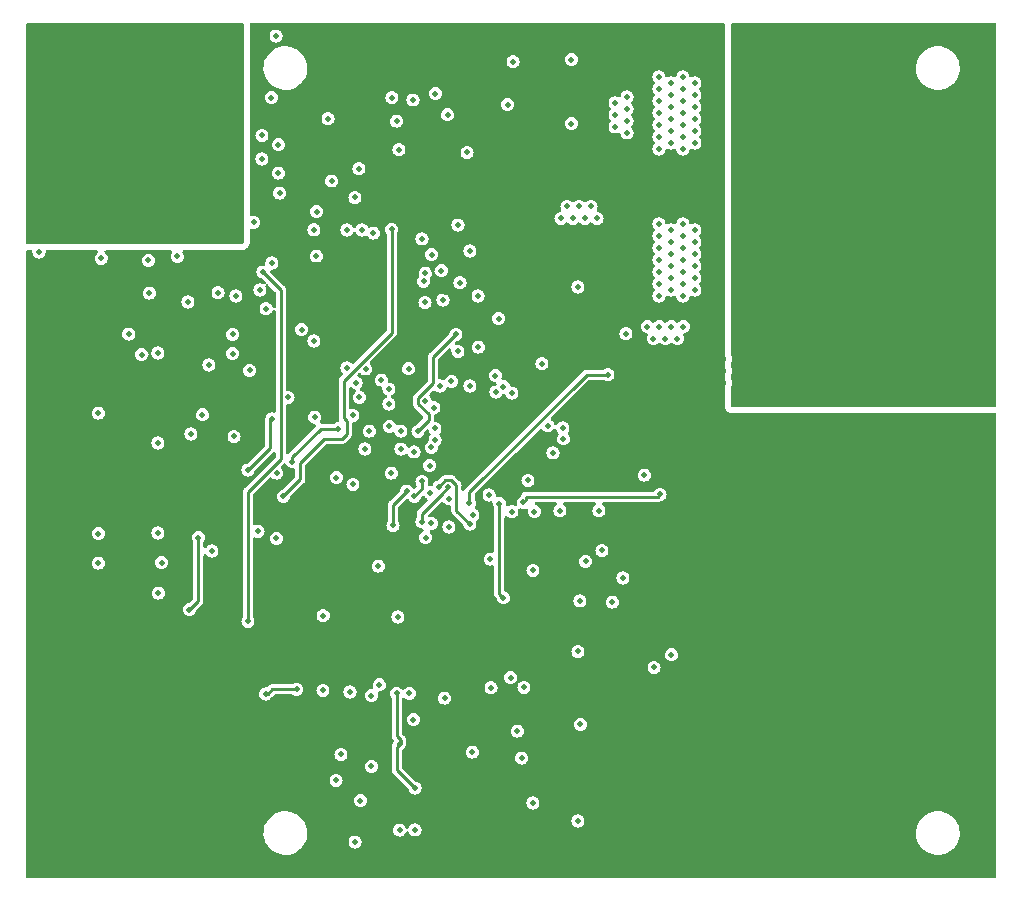
<source format=gbr>
%TF.GenerationSoftware,KiCad,Pcbnew,7.0.10-7.0.10~ubuntu22.04.1*%
%TF.CreationDate,2024-07-09T14:14:32-04:00*%
%TF.ProjectId,IcePSMNR55,49636550-534d-44e5-9235-352e6b696361,rev?*%
%TF.SameCoordinates,Original*%
%TF.FileFunction,Copper,L5,Inr*%
%TF.FilePolarity,Positive*%
%FSLAX46Y46*%
G04 Gerber Fmt 4.6, Leading zero omitted, Abs format (unit mm)*
G04 Created by KiCad (PCBNEW 7.0.10-7.0.10~ubuntu22.04.1) date 2024-07-09 14:14:32*
%MOMM*%
%LPD*%
G01*
G04 APERTURE LIST*
%TA.AperFunction,ComponentPad*%
%ADD10C,1.800000*%
%TD*%
%TA.AperFunction,ViaPad*%
%ADD11C,0.500000*%
%TD*%
%TA.AperFunction,Conductor*%
%ADD12C,0.260000*%
%TD*%
G04 APERTURE END LIST*
D10*
%TO.N,/HighSw*%
%TO.C,M4*%
X101600000Y-45720000D03*
X104140000Y-45720000D03*
X106680000Y-45720000D03*
X109220000Y-45720000D03*
X111760000Y-45720000D03*
X114300000Y-45720000D03*
X114300000Y-48260000D03*
X111760000Y-48260000D03*
X109220000Y-48260000D03*
X106680000Y-48260000D03*
X104140000Y-48260000D03*
X101600000Y-48260000D03*
X101600000Y-50800000D03*
X104140000Y-50800000D03*
X106680000Y-50800000D03*
X109220000Y-50800000D03*
X111760000Y-50800000D03*
X114300000Y-50800000D03*
X114300000Y-53340000D03*
X111760000Y-53340000D03*
X109220000Y-53340000D03*
X106680000Y-53340000D03*
X104140000Y-53340000D03*
X101600000Y-53340000D03*
X101600000Y-55880000D03*
X104140000Y-55880000D03*
X106680000Y-55880000D03*
X109220000Y-55880000D03*
X111760000Y-55880000D03*
X114300000Y-55880000D03*
X114300000Y-58420000D03*
X111760000Y-58420000D03*
X109220000Y-58420000D03*
X106680000Y-58420000D03*
X104140000Y-58420000D03*
X101600000Y-58420000D03*
%TD*%
%TO.N,GND*%
%TO.C,M3*%
X101600000Y-82550000D03*
X104140000Y-82550000D03*
X106680000Y-82550000D03*
X109220000Y-82550000D03*
X111760000Y-82550000D03*
X114300000Y-82550000D03*
X114300000Y-85090000D03*
X111760000Y-85090000D03*
X109220000Y-85090000D03*
X106680000Y-85090000D03*
X104140000Y-85090000D03*
X101600000Y-85090000D03*
X101600000Y-87630000D03*
X104140000Y-87630000D03*
X106680000Y-87630000D03*
X109220000Y-87630000D03*
X111760000Y-87630000D03*
X114300000Y-87630000D03*
X114300000Y-90170000D03*
X111760000Y-90170000D03*
X109220000Y-90170000D03*
X106680000Y-90170000D03*
X104140000Y-90170000D03*
X101600000Y-90170000D03*
X101600000Y-92710000D03*
X104140000Y-92710000D03*
X106680000Y-92710000D03*
X109220000Y-92710000D03*
X111760000Y-92710000D03*
X114300000Y-92710000D03*
X114300000Y-95250000D03*
X111760000Y-95250000D03*
X109220000Y-95250000D03*
X106680000Y-95250000D03*
X104140000Y-95250000D03*
X101600000Y-95250000D03*
%TD*%
%TO.N,/VIN*%
%TO.C,M1*%
X39370000Y-38100000D03*
X41910000Y-38100000D03*
X44450000Y-38100000D03*
X46990000Y-38100000D03*
X49530000Y-38100000D03*
X52070000Y-38100000D03*
X52070000Y-40640000D03*
X49530000Y-40640000D03*
X46990000Y-40640000D03*
X44450000Y-40640000D03*
X41910000Y-40640000D03*
X39370000Y-40640000D03*
X39370000Y-43180000D03*
X41910000Y-43180000D03*
X44450000Y-43180000D03*
X46990000Y-43180000D03*
X49530000Y-43180000D03*
X52070000Y-43180000D03*
X52070000Y-45720000D03*
X49530000Y-45720000D03*
X46990000Y-45720000D03*
X44450000Y-45720000D03*
X41910000Y-45720000D03*
X39370000Y-45720000D03*
X39370000Y-48260000D03*
X41910000Y-48260000D03*
X44450000Y-48260000D03*
X46990000Y-48260000D03*
X49530000Y-48260000D03*
X52070000Y-48260000D03*
X52070000Y-50800000D03*
X49530000Y-50800000D03*
X46990000Y-50800000D03*
X44450000Y-50800000D03*
X41910000Y-50800000D03*
X39370000Y-50800000D03*
%TD*%
%TO.N,GND*%
%TO.C,M2*%
X39390000Y-90170000D03*
X41930000Y-90170000D03*
X44470000Y-90170000D03*
X47010000Y-90170000D03*
X49550000Y-90170000D03*
X52090000Y-90170000D03*
X52090000Y-92710000D03*
X49550000Y-92710000D03*
X47010000Y-92710000D03*
X44470000Y-92710000D03*
X41930000Y-92710000D03*
X39390000Y-92710000D03*
X39390000Y-95250000D03*
X41930000Y-95250000D03*
X44470000Y-95250000D03*
X47010000Y-95250000D03*
X49550000Y-95250000D03*
X52090000Y-95250000D03*
X52090000Y-97790000D03*
X49550000Y-97790000D03*
X47010000Y-97790000D03*
X44470000Y-97790000D03*
X41930000Y-97790000D03*
X39390000Y-97790000D03*
X39390000Y-100330000D03*
X41930000Y-100330000D03*
X44470000Y-100330000D03*
X47010000Y-100330000D03*
X49550000Y-100330000D03*
X52090000Y-100330000D03*
X52090000Y-102870000D03*
X49550000Y-102870000D03*
X47010000Y-102870000D03*
X44470000Y-102870000D03*
X41930000Y-102870000D03*
X39390000Y-102870000D03*
%TD*%
D11*
%TO.N,GND*%
X44450000Y-81280000D03*
X37973000Y-77724000D03*
X78994000Y-61722000D03*
X69596000Y-42799000D03*
X109347000Y-78613000D03*
X93345000Y-98298000D03*
X93345000Y-91821000D03*
X93853000Y-87757000D03*
X98171000Y-101981000D03*
X103632000Y-104521000D03*
X97409000Y-97790000D03*
X97028000Y-88773000D03*
X98298000Y-86614000D03*
X92583000Y-88900000D03*
X82200000Y-96400000D03*
X84479737Y-91209916D03*
X88200000Y-95200000D03*
X85704158Y-101681458D03*
X84200000Y-105800000D03*
X80000000Y-102800000D03*
X75400000Y-105400000D03*
X71000000Y-104000000D03*
X72600000Y-101800000D03*
X69201885Y-105793320D03*
X65600000Y-104400000D03*
X61400000Y-105600000D03*
X55800000Y-104600000D03*
X56400000Y-99200000D03*
%TO.N,/VIN*%
X60200000Y-51800000D03*
X72400000Y-51400000D03*
X82000000Y-37400000D03*
X82000000Y-42800000D03*
X76600000Y-41200000D03*
X70485000Y-40259000D03*
X67400000Y-45000000D03*
X67200000Y-42600000D03*
X61400000Y-42400000D03*
X64008000Y-46609000D03*
X57200000Y-47000000D03*
X55800000Y-45800000D03*
X57200000Y-44600000D03*
X55800000Y-43800000D03*
X56600000Y-40600000D03*
X57000000Y-35400000D03*
%TO.N,GND*%
X41600000Y-105600000D03*
%TO.N,/VIN*%
X44830000Y-35390000D03*
X50820000Y-34980000D03*
X39950000Y-34980000D03*
X36770000Y-37560000D03*
X36530000Y-45510000D03*
X36930000Y-53680000D03*
X42190000Y-54210000D03*
X46190000Y-54390000D03*
X48640000Y-54050000D03*
X44530000Y-60630000D03*
X54760000Y-63710000D03*
X63670000Y-49060000D03*
X69350000Y-52570000D03*
X70993000Y-55245000D03*
X71130000Y-57750000D03*
X69610000Y-57930000D03*
X52090000Y-57130000D03*
X69494446Y-56149807D03*
X61710000Y-47660000D03*
X57290000Y-48680000D03*
X55110000Y-51170000D03*
%TO.N,GND*%
X87670000Y-71400000D03*
%TO.N,/HighSw*%
X116850000Y-57200000D03*
X117200000Y-49320000D03*
X116820000Y-41280000D03*
X116890000Y-35410000D03*
X109500000Y-41810000D03*
X106470000Y-36430000D03*
X107720000Y-39390000D03*
X105180000Y-41430000D03*
X104610000Y-38710000D03*
X103060000Y-36240000D03*
%TO.N,/VIN*%
X88180000Y-72560000D03*
%TO.N,GND*%
X98840000Y-67660000D03*
X102470000Y-67900000D03*
X117020000Y-68350000D03*
X112470000Y-67980000D03*
X108550000Y-67980000D03*
X112340000Y-73660000D03*
X103390000Y-73610000D03*
X116810000Y-75110000D03*
X115970000Y-78640000D03*
X111600000Y-79510000D03*
X105840000Y-79320000D03*
X102440000Y-78980000D03*
X98520000Y-79810000D03*
X97570000Y-84100000D03*
X92710000Y-84582000D03*
X92837000Y-80500000D03*
X97150000Y-78550000D03*
X107040000Y-77600000D03*
X107600000Y-76000000D03*
X92990000Y-66470000D03*
%TO.N,/HighSw*%
X95940000Y-66130000D03*
%TO.N,GND*%
X87890000Y-61940000D03*
X93910000Y-60520000D03*
%TO.N,/HighSw*%
X95730000Y-60810000D03*
%TO.N,GND*%
X77597000Y-60071000D03*
X83650000Y-61860000D03*
X86650000Y-52230000D03*
X65960000Y-47340000D03*
X74940000Y-51840000D03*
X82810000Y-40260000D03*
X76120000Y-35340000D03*
X55400000Y-34800000D03*
X62410000Y-37650000D03*
X64800000Y-43600000D03*
X63700000Y-42070000D03*
X55600000Y-42000000D03*
X58730000Y-42970000D03*
X55600000Y-48790000D03*
X51490000Y-54940000D03*
X37200000Y-59230000D03*
X37170000Y-55210000D03*
X38780000Y-53920000D03*
%TO.N,/IOB_0A*%
X46280000Y-57150000D03*
%TO.N,GND*%
X43780000Y-58580000D03*
%TO.N,/IOB_4A*%
X45620000Y-62360000D03*
%TO.N,GND*%
X43490000Y-68860000D03*
X43390000Y-65650000D03*
X37600000Y-68210000D03*
X37460000Y-71150000D03*
X45670000Y-73580000D03*
X44196000Y-77216000D03*
X53410000Y-76650000D03*
X66120000Y-78440000D03*
X63830000Y-84130000D03*
X62230000Y-88011000D03*
X56650000Y-85020000D03*
X43100000Y-85470000D03*
X49310000Y-86420000D03*
X39200000Y-86400000D03*
X36730000Y-88920000D03*
X36600000Y-94500000D03*
X36440000Y-100310000D03*
X47810000Y-105580000D03*
X52280000Y-105630000D03*
X58250000Y-97650000D03*
X55040000Y-98020000D03*
X64960000Y-102920000D03*
X65440000Y-105500000D03*
X72680000Y-105580000D03*
X75360000Y-102000000D03*
X88650000Y-102360000D03*
X78250000Y-104940000D03*
X81680000Y-103890000D03*
X85910000Y-93810000D03*
X88890000Y-93150000D03*
X93120000Y-94760000D03*
X98180000Y-93580000D03*
X116990000Y-98840000D03*
X106250000Y-102890000D03*
X109910000Y-98600000D03*
X93250000Y-102420000D03*
X93730000Y-105440000D03*
X105310000Y-103920000D03*
X101540000Y-102970000D03*
X96960000Y-105470000D03*
X95360000Y-103390000D03*
X102934000Y-77220000D03*
X104458000Y-76204000D03*
X100394000Y-76204000D03*
X102426000Y-76204000D03*
X101918000Y-77220000D03*
X99886000Y-77220000D03*
X101410000Y-76204000D03*
X104966000Y-77220000D03*
X100902000Y-77220000D03*
X103950000Y-77220000D03*
X103442000Y-76204000D03*
X99378000Y-76204000D03*
X98870000Y-77220000D03*
%TO.N,/VIN*%
X88944000Y-61010000D03*
X88436000Y-59994000D03*
X89452000Y-59994000D03*
X90468000Y-59994000D03*
X91484000Y-59994000D03*
X89960000Y-61010000D03*
X90976000Y-61010000D03*
X85700000Y-41050000D03*
X86716000Y-40542000D03*
X86716000Y-41558000D03*
X86716000Y-42574000D03*
X86716000Y-43590000D03*
X85700000Y-42066000D03*
X85700000Y-43082000D03*
X82138000Y-50820000D03*
X81630000Y-49804000D03*
X82646000Y-49804000D03*
X83154000Y-50820000D03*
X84170000Y-50820000D03*
X81122000Y-50820000D03*
X83662000Y-49804000D03*
%TO.N,GND*%
X106936000Y-100476000D03*
X105920000Y-100476000D03*
X104904000Y-100476000D03*
X103380000Y-99460000D03*
X103888000Y-100476000D03*
X106428000Y-99460000D03*
X104396000Y-99460000D03*
X107444000Y-99460000D03*
X102364000Y-99460000D03*
X105412000Y-99460000D03*
X108460000Y-99460000D03*
X107952000Y-100476000D03*
X102872000Y-100476000D03*
X99356000Y-100476000D03*
X98340000Y-100476000D03*
X97324000Y-100476000D03*
X95800000Y-99460000D03*
X96308000Y-100476000D03*
X98848000Y-99460000D03*
X96816000Y-99460000D03*
X99864000Y-99460000D03*
X94784000Y-99460000D03*
X97832000Y-99460000D03*
X100880000Y-99460000D03*
X100372000Y-100476000D03*
X95292000Y-100476000D03*
X93860000Y-63218000D03*
X93860000Y-65250000D03*
X94876000Y-63726000D03*
X93860000Y-64234000D03*
X94876000Y-64742000D03*
X94876000Y-62710000D03*
X93598000Y-72910000D03*
X95630000Y-72910000D03*
X94106000Y-71894000D03*
X94614000Y-72910000D03*
X95122000Y-71894000D03*
X93090000Y-71894000D03*
X95956000Y-90246000D03*
X95956000Y-93294000D03*
X94940000Y-91770000D03*
X95956000Y-94310000D03*
X94940000Y-92786000D03*
X95956000Y-91262000D03*
X95956000Y-96342000D03*
X95956000Y-92278000D03*
X94940000Y-95834000D03*
X94940000Y-90754000D03*
X94940000Y-93802000D03*
X95956000Y-95326000D03*
X94940000Y-94818000D03*
X95956000Y-80886000D03*
X95956000Y-83934000D03*
X94940000Y-82410000D03*
X95956000Y-84950000D03*
X94940000Y-83426000D03*
X95956000Y-81902000D03*
X95956000Y-86982000D03*
X95956000Y-82918000D03*
X94940000Y-86474000D03*
X94940000Y-81394000D03*
X94940000Y-84442000D03*
X95956000Y-85966000D03*
X94940000Y-85458000D03*
X115334000Y-77216000D03*
X112286000Y-77216000D03*
X113810000Y-76200000D03*
X111270000Y-77216000D03*
X112794000Y-76200000D03*
X114318000Y-77216000D03*
X109238000Y-77216000D03*
X113302000Y-77216000D03*
X109746000Y-76200000D03*
X114826000Y-76200000D03*
X111778000Y-76200000D03*
X110254000Y-77216000D03*
X110762000Y-76200000D03*
%TO.N,Net-(U9-EN{slash}UVLO)*%
X71260000Y-91450000D03*
%TO.N,/FPGA_SI*%
X47300000Y-79980000D03*
%TO.N,+3V3*%
X85460000Y-83320000D03*
X69000000Y-68850000D03*
%TO.N,GND*%
X73590000Y-72460000D03*
X76940000Y-72390000D03*
X75820000Y-72450000D03*
X75760000Y-70520000D03*
X74380000Y-70530000D03*
X73040000Y-70520000D03*
X72970000Y-69220000D03*
X74380000Y-69160000D03*
X75870000Y-69150000D03*
X77240000Y-69120000D03*
X77230000Y-67760000D03*
X76030000Y-67760000D03*
X74450000Y-67760000D03*
X73030000Y-67760000D03*
X84410000Y-71930000D03*
X79020000Y-43800000D03*
X81760000Y-44510000D03*
X90068900Y-81117500D03*
X88280000Y-82950000D03*
X88320000Y-85980000D03*
X89820000Y-85070000D03*
X85520000Y-86990000D03*
X86220000Y-84520000D03*
X86130000Y-82980000D03*
X83710000Y-78990000D03*
X83250000Y-84750000D03*
%TO.N,/VIN*%
X82550000Y-87500000D03*
%TO.N,GND*%
X83280000Y-89620000D03*
%TO.N,/VIN*%
X82720000Y-83220000D03*
%TO.N,GND*%
X81360000Y-73440000D03*
X82490000Y-75620000D03*
X81310000Y-78290000D03*
X80390000Y-85270000D03*
X78440000Y-84480000D03*
X76120000Y-85860000D03*
X80600000Y-95270000D03*
X77830000Y-77440000D03*
X61722000Y-49022000D03*
X56840000Y-53400000D03*
X69530000Y-46260000D03*
X81780000Y-72150000D03*
X58170000Y-58330000D03*
X73280000Y-63810000D03*
X74940000Y-92740000D03*
X67480000Y-58360000D03*
X65590000Y-57680000D03*
X65460000Y-58880000D03*
X64090000Y-59030000D03*
X64210000Y-57950000D03*
X62940000Y-59090000D03*
X62870000Y-57860000D03*
X62960000Y-56580000D03*
X64180000Y-56490000D03*
X65700000Y-56480000D03*
X67560000Y-56350000D03*
X67560000Y-54790000D03*
X66000000Y-54760000D03*
X64180000Y-54850000D03*
X62860000Y-54900000D03*
X65230000Y-53250000D03*
X110236000Y-71374000D03*
X101092000Y-69342000D03*
X67665600Y-66522600D03*
X60018332Y-58988445D03*
X101600000Y-72390000D03*
X111760000Y-72390000D03*
X100076000Y-69342000D03*
X103632000Y-70358000D03*
X75438000Y-61976000D03*
X102616000Y-70358000D03*
X56515000Y-74295000D03*
X98552000Y-70358000D03*
X71272400Y-57048400D03*
X83921600Y-66065400D03*
X68707000Y-71856600D03*
X60706000Y-66294000D03*
X62712600Y-78409800D03*
X114808000Y-72390000D03*
X114300000Y-71374000D03*
X99568000Y-70358000D03*
X99060000Y-69342000D03*
X76200000Y-94691200D03*
X109220000Y-71374000D03*
X109220000Y-69342000D03*
X75946000Y-45339000D03*
X100584000Y-72390000D03*
X111252000Y-71374000D03*
X101092000Y-71374000D03*
X104140000Y-69342000D03*
X104140000Y-71374000D03*
X110744000Y-72390000D03*
X62433200Y-94005400D03*
X114808000Y-70358000D03*
X108712000Y-72390000D03*
X103632000Y-72390000D03*
X109728000Y-70358000D03*
X69088000Y-85598000D03*
X59791600Y-55880000D03*
X56159400Y-93065600D03*
X53340000Y-82042000D03*
X99060000Y-71374000D03*
X112268000Y-69342000D03*
X113284000Y-69342000D03*
X74980800Y-97383600D03*
X111760000Y-70358000D03*
X113792000Y-72390000D03*
X102616000Y-72390000D03*
X73660000Y-81229200D03*
X98552000Y-72390000D03*
X113284000Y-71374000D03*
X72490000Y-91480000D03*
X69138800Y-64820800D03*
X64516000Y-71628000D03*
X82473800Y-68503800D03*
X112776000Y-72390000D03*
X65659000Y-82550000D03*
X73928348Y-94643407D03*
X112776000Y-70358000D03*
X112268000Y-71374000D03*
X101600000Y-70358000D03*
X104648000Y-70358000D03*
X110236000Y-69342000D03*
X99568000Y-72390000D03*
X67995800Y-93827600D03*
X58674000Y-63627000D03*
X100076000Y-71374000D03*
X69342000Y-80264000D03*
X100584000Y-70358000D03*
X108712000Y-70358000D03*
X58648600Y-79476600D03*
X110744000Y-70358000D03*
X102108000Y-71374000D03*
X51793054Y-69659660D03*
X109728000Y-72390000D03*
X111252000Y-69342000D03*
X61087000Y-63627000D03*
X102108000Y-69342000D03*
X103124000Y-69342000D03*
X104648000Y-72390000D03*
X59791600Y-95656400D03*
X103124000Y-71374000D03*
X54813200Y-65938400D03*
X113792000Y-70358000D03*
X58674000Y-75565000D03*
X60256161Y-71423956D03*
X69455000Y-94240000D03*
X114300000Y-69342000D03*
%TO.N,+3V3*%
X76962000Y-75666000D03*
X62267974Y-68647000D03*
X60421470Y-50271730D03*
X75845000Y-59309000D03*
X58369200Y-71424800D03*
X74105000Y-57404000D03*
X67564000Y-68847000D03*
X72218513Y-60636487D03*
X66747913Y-72387087D03*
X84330000Y-75565000D03*
X63497060Y-73344633D03*
X56155000Y-58480000D03*
X79502000Y-63119000D03*
X57048400Y-72390000D03*
X86614000Y-60579000D03*
X69630600Y-55460000D03*
X59165000Y-60258000D03*
X53310000Y-62290000D03*
%TO.N,/+22V*%
X77790000Y-96520000D03*
X65074800Y-97231200D03*
X73609200Y-96012000D03*
X78740000Y-100330000D03*
%TO.N,+5V*%
X57605000Y-74355000D03*
X60960000Y-90780000D03*
X66774620Y-51771141D03*
X60985200Y-84454800D03*
%TO.N,+1V2*%
X70443511Y-68604923D03*
X75148133Y-79670000D03*
X69993000Y-71754601D03*
X80441800Y-70688200D03*
%TO.N,+2V5*%
X78867000Y-75666000D03*
X81030000Y-75565000D03*
%TO.N,/VIN*%
X91440000Y-43942000D03*
X89408000Y-39878000D03*
X91440000Y-44958000D03*
X91440000Y-54356000D03*
X90424000Y-53848000D03*
X91440000Y-42926000D03*
X91440000Y-40894000D03*
X62103000Y-72771000D03*
X90424000Y-55880000D03*
X91440000Y-38862000D03*
X89408000Y-41910000D03*
X90424000Y-41402000D03*
X92456000Y-41402000D03*
X91440000Y-56388000D03*
X89408000Y-55372000D03*
X92456000Y-53848000D03*
X92456000Y-42418000D03*
X92456000Y-40386000D03*
X89408000Y-44958000D03*
X89408000Y-53340000D03*
X90424000Y-56896000D03*
X91440000Y-51308000D03*
X92456000Y-54864000D03*
X89408000Y-40894000D03*
X92456000Y-39370000D03*
X89408000Y-54356000D03*
X51562000Y-78994000D03*
X90424000Y-54864000D03*
X49784000Y-69088000D03*
X92456000Y-55880000D03*
X90424000Y-40386000D03*
X90424000Y-44450000D03*
X92456000Y-52832000D03*
X65659000Y-80264000D03*
X67310000Y-84582000D03*
X89408000Y-38862000D03*
X90424000Y-42418000D03*
X89408000Y-52324000D03*
X89408000Y-56388000D03*
X92456000Y-56896000D03*
X90424000Y-39370000D03*
X92456000Y-44450000D03*
X64897000Y-68834000D03*
X90424000Y-43434000D03*
X77978000Y-90525600D03*
X90424000Y-52832000D03*
X91440000Y-41910000D03*
X82753200Y-93675200D03*
X89408000Y-51308000D03*
X72567800Y-56286400D03*
X92456000Y-43434000D03*
X89408000Y-57404000D03*
X89408000Y-43942000D03*
X60198000Y-61214000D03*
X89408000Y-42926000D03*
X91440000Y-57404000D03*
X91440000Y-39878000D03*
X91440000Y-53340000D03*
X91440000Y-55372000D03*
X91440000Y-52324000D03*
X63260000Y-90932000D03*
X57023000Y-77927200D03*
X90424000Y-51816000D03*
X92456000Y-51816000D03*
%TO.N,Net-(U8-GND{slash}ADJ)*%
X56120000Y-91100000D03*
X58743587Y-90696413D03*
%TO.N,Net-(C43-Pad1)*%
X77419200Y-94234000D03*
X82550000Y-101854000D03*
%TO.N,/LED_R*%
X90474800Y-87782400D03*
X75620000Y-65532000D03*
%TO.N,/LED_G*%
X76962000Y-65624800D03*
X84582000Y-78943200D03*
X81330800Y-69494400D03*
%TO.N,/LED_B*%
X89001600Y-88849200D03*
X76250800Y-65074800D03*
%TO.N,/CDONE*%
X70154800Y-76657200D03*
X83210400Y-79857600D03*
X70131751Y-70208481D03*
%TO.N,Net-(IC1-CA)*%
X73176400Y-45237400D03*
X77070000Y-37567200D03*
%TO.N,/USB_M*%
X55880000Y-55372000D03*
X54610000Y-84937600D03*
X68760000Y-102610000D03*
X68595000Y-40800000D03*
%TO.N,/USB_P*%
X67462026Y-95300800D03*
X68760000Y-99060000D03*
X67208400Y-91033600D03*
X55626000Y-56896000D03*
X53441600Y-69291200D03*
X55473600Y-77317600D03*
X66800000Y-40600000D03*
%TO.N,/IOT_36B*%
X50749200Y-67462400D03*
X66580000Y-68427600D03*
X78319999Y-73004078D03*
%TO.N,/VGS:LOAD-IOB_13B*%
X74117200Y-61722000D03*
X70459600Y-69590000D03*
X70358000Y-66852800D03*
X71526400Y-42062400D03*
X70166127Y-53896000D03*
%TO.N,/VGS:Fly-IOB_18A*%
X71628000Y-76962000D03*
X78740000Y-80619600D03*
X86360000Y-81280000D03*
X68716983Y-74355000D03*
X69342000Y-73085000D03*
%TO.N,/IOT_43A*%
X66548000Y-66548000D03*
X80006265Y-68385000D03*
X41950000Y-67310000D03*
%TO.N,/IOT_42B*%
X81280000Y-68580000D03*
X46990000Y-69850000D03*
X64516000Y-70358000D03*
X67568653Y-70362653D03*
%TO.N,/FPGA_SO*%
X71628000Y-74549000D03*
X68067347Y-73918653D03*
X66894389Y-76818811D03*
X62077600Y-98399600D03*
X62484000Y-96215200D03*
X65074800Y-91236800D03*
X46990000Y-77470000D03*
X70027987Y-74040813D03*
%TO.N,/FT_SSn*%
X65909774Y-64508148D03*
X73369000Y-74930000D03*
X41960800Y-77520800D03*
X85090000Y-64058800D03*
%TO.N,/FPGA_SI*%
X73660000Y-75946000D03*
X63690000Y-103639000D03*
X64135000Y-100140000D03*
%TO.N,/FLASH_MOSI*%
X62992000Y-63500000D03*
X41950000Y-80010000D03*
X65735200Y-90322400D03*
X73406000Y-53594000D03*
%TO.N,/FT_SCK*%
X68229418Y-63567000D03*
X47040800Y-82550000D03*
X64052676Y-65973000D03*
X69650079Y-77853000D03*
%TO.N,/FLASH_MISO*%
X49657000Y-83947000D03*
X50419000Y-77851000D03*
X63500000Y-67497000D03*
X82550000Y-56642000D03*
X64592200Y-63576200D03*
X54610000Y-72136000D03*
X56642000Y-67810000D03*
%TO.N,/HighSw*%
X100584000Y-66548000D03*
X115824000Y-61976000D03*
X114808000Y-65532000D03*
X113538000Y-63246000D03*
X101346000Y-63246000D03*
X100584000Y-65532000D03*
X102870000Y-41148000D03*
X106680000Y-61976000D03*
X108204000Y-61976000D03*
X97282000Y-44958000D03*
X110490000Y-63246000D03*
X101346000Y-40132000D03*
X108966000Y-63246000D03*
X98806000Y-55880000D03*
X104648000Y-66548000D03*
X102616000Y-66548000D03*
X98806000Y-60452000D03*
X101346000Y-37084000D03*
X100584000Y-61976000D03*
X101346000Y-38608000D03*
X98806000Y-49784000D03*
X112776000Y-61976000D03*
X96266000Y-44958000D03*
X102870000Y-42672000D03*
X103632000Y-61976000D03*
X104648000Y-65532000D03*
X97536000Y-61976000D03*
X97282000Y-53340000D03*
X98806000Y-40640000D03*
X96266000Y-55372000D03*
X98806000Y-45212000D03*
X97282000Y-57404000D03*
X100076000Y-42672000D03*
X98806000Y-54356000D03*
X99060000Y-61976000D03*
X114300000Y-61976000D03*
X114808000Y-66548000D03*
X98806000Y-38862000D03*
X102108000Y-61976000D03*
X98806000Y-58928000D03*
X98806000Y-48260000D03*
X100076000Y-39624000D03*
X98806000Y-46736000D03*
X96266000Y-57404000D03*
X100076000Y-38100000D03*
X101346000Y-41656000D03*
X104394000Y-63246000D03*
X96774000Y-63246000D03*
X112776000Y-66548000D03*
X111252000Y-61976000D03*
X96266000Y-53340000D03*
X102616000Y-65532000D03*
X110744000Y-65532000D03*
X98806000Y-57404000D03*
X99822000Y-63246000D03*
X97282000Y-42926000D03*
X102870000Y-63246000D03*
X105918000Y-63246000D03*
X110744000Y-66548000D03*
X102870000Y-38100000D03*
X96266000Y-40894000D03*
X98806000Y-52832000D03*
X109728000Y-61976000D03*
X97282000Y-55372000D03*
X102870000Y-39624000D03*
X115062000Y-63246000D03*
X98806000Y-43688000D03*
X112776000Y-65532000D03*
X97282000Y-40894000D03*
X107442000Y-63246000D03*
X100076000Y-41148000D03*
X98806000Y-51308000D03*
X116586000Y-63246000D03*
X112014000Y-63246000D03*
X98806000Y-42164000D03*
X96266000Y-42926000D03*
X105156000Y-61976000D03*
X98298000Y-63246000D03*
%TO.N,/CRESET_N*%
X69600000Y-66294001D03*
X68681600Y-70604601D03*
%TO.N,/EE_CS*%
X53310000Y-60640000D03*
X62992000Y-51816000D03*
X58013600Y-65973000D03*
%TO.N,/EE_CLK*%
X64262000Y-51816000D03*
X60267500Y-67660000D03*
%TO.N,/EE_DAT*%
X65235000Y-52070000D03*
X56642000Y-54610000D03*
X53594000Y-57404000D03*
%TO.N,Net-(U9-EN{slash}UVLO)*%
X76860400Y-89712800D03*
X75201866Y-90575000D03*
%TO.N,/IOB_22A*%
X89509648Y-74193352D03*
X70782797Y-73573857D03*
X77927200Y-74879200D03*
X73406000Y-76708000D03*
%TO.N,/IOB_23B*%
X68630800Y-93268800D03*
X75895200Y-74980800D03*
X76250800Y-82956400D03*
X68275200Y-91033600D03*
%TO.N,/IOB_24A*%
X69342000Y-76521000D03*
X71577200Y-73592627D03*
X67462400Y-102616000D03*
%TO.N,/CRYSTAL-IOB_25B_G3*%
X75031600Y-74254078D03*
X75559627Y-64139627D03*
%TO.N,/IOB_0A*%
X73406000Y-65024000D03*
X49530000Y-57912000D03*
%TO.N,/IOB_2A*%
X51308000Y-63246000D03*
X71839405Y-64620975D03*
%TO.N,/IOB_4A*%
X63777929Y-64746071D03*
X66548000Y-65278000D03*
X46990000Y-62230000D03*
X70866000Y-65024000D03*
%TO.N,/CLK_12M_FT*%
X72390000Y-62090000D03*
X60411834Y-54011034D03*
%TD*%
D12*
%TO.N,/IOB_22A*%
X72263000Y-75565000D02*
X72263000Y-73447227D01*
X71339027Y-72999600D02*
X70782797Y-73555830D01*
X73406000Y-76708000D02*
X72263000Y-75565000D01*
X71815373Y-72999600D02*
X71339027Y-72999600D01*
X72263000Y-73447227D02*
X71815373Y-72999600D01*
X70782797Y-73555830D02*
X70782797Y-73573857D01*
%TO.N,/IOB_24A*%
X69342000Y-75827827D02*
X69342000Y-76521000D01*
X71577200Y-73592627D02*
X71577200Y-73599698D01*
X71577200Y-73599698D02*
X71023041Y-74153857D01*
X71023041Y-74153857D02*
X71015970Y-74153857D01*
X71015970Y-74153857D02*
X69342000Y-75827827D01*
%TO.N,+3V3*%
X69000000Y-68850000D02*
X69000000Y-68795000D01*
X69000000Y-68795000D02*
X69918555Y-67876445D01*
X69918555Y-67876445D02*
X69918555Y-67432800D01*
X69918555Y-67432800D02*
X69020000Y-66534245D01*
X69020000Y-66049756D02*
X70291000Y-64778756D01*
X69020000Y-66534245D02*
X69020000Y-66049756D01*
X70291000Y-64778756D02*
X70291000Y-62564000D01*
X70291000Y-62564000D02*
X72218513Y-60636487D01*
%TO.N,/USB_M*%
X55880000Y-55372000D02*
X57404000Y-56896000D01*
X57404000Y-56896000D02*
X57404000Y-71214156D01*
X57404000Y-71214156D02*
X54610000Y-74008156D01*
X54610000Y-74008156D02*
X54610000Y-84937600D01*
%TO.N,/FLASH_MISO*%
X54610000Y-72136000D02*
X56515000Y-70231000D01*
X56515000Y-70231000D02*
X56515000Y-67937000D01*
X56515000Y-67937000D02*
X56642000Y-67810000D01*
%TO.N,+5V*%
X66774620Y-51771141D02*
X66802000Y-51798521D01*
X66802000Y-51798521D02*
X66802000Y-60503173D01*
X66802000Y-60503173D02*
X63572000Y-63733173D01*
X59055000Y-72905000D02*
X57605000Y-74355000D01*
X63572000Y-63733173D02*
X63572000Y-63740244D01*
X63572000Y-63740244D02*
X62738000Y-64574244D01*
X62738000Y-64574244D02*
X62738000Y-67691000D01*
X59055000Y-71501000D02*
X59055000Y-72905000D01*
X62738000Y-67691000D02*
X62992000Y-67945000D01*
X62992000Y-67945000D02*
X62992000Y-69088000D01*
X61086302Y-69469698D02*
X59055000Y-71501000D01*
X62992000Y-69088000D02*
X62610302Y-69469698D01*
X62610302Y-69469698D02*
X61086302Y-69469698D01*
%TO.N,+3V3*%
X62267974Y-68647000D02*
X60766000Y-68647000D01*
X60766000Y-68647000D02*
X58369200Y-71043800D01*
X58369200Y-71043800D02*
X58369200Y-71424800D01*
%TO.N,Net-(U8-GND{slash}ADJ)*%
X58743587Y-90696413D02*
X56674387Y-90696413D01*
X56135600Y-91084400D02*
X56120000Y-91100000D01*
X56286400Y-91084400D02*
X56135600Y-91084400D01*
X56674387Y-90696413D02*
X56286400Y-91084400D01*
%TO.N,/USB_P*%
X67208400Y-97508400D02*
X68760000Y-99060000D01*
X67208400Y-94640400D02*
X67208400Y-91033600D01*
X67462026Y-95300800D02*
X67208400Y-95554426D01*
X67462026Y-95300800D02*
X67564000Y-95198826D01*
X67208400Y-95554426D02*
X67208400Y-97508400D01*
X67564000Y-94996000D02*
X67208400Y-94640400D01*
X67564000Y-95198826D02*
X67564000Y-94996000D01*
%TO.N,/VGS:Fly-IOB_18A*%
X69342000Y-73729983D02*
X68716983Y-74355000D01*
X69342000Y-73085000D02*
X69342000Y-73729983D01*
%TO.N,/FPGA_SO*%
X66894389Y-75091611D02*
X68067347Y-73918653D01*
X66894389Y-76818811D02*
X66894389Y-75091611D01*
%TO.N,/FT_SSn*%
X73369000Y-73996960D02*
X73369000Y-74930000D01*
X83307160Y-64058800D02*
X73369000Y-73996960D01*
X85090000Y-64058800D02*
X83307160Y-64058800D01*
%TO.N,/FLASH_MISO*%
X49657000Y-83947000D02*
X50419000Y-83185000D01*
X50419000Y-83185000D02*
X50419000Y-77851000D01*
%TO.N,/IOB_22A*%
X78155800Y-74650600D02*
X77927200Y-74879200D01*
X78155800Y-74405800D02*
X78155800Y-74650600D01*
X78155800Y-74405800D02*
X89297200Y-74405800D01*
X89297200Y-74405800D02*
X89509648Y-74193352D01*
%TO.N,/IOB_23B*%
X75895200Y-82600800D02*
X75895200Y-74980800D01*
X76250800Y-82956400D02*
X75895200Y-82600800D01*
%TD*%
%TA.AperFunction,Conductor*%
%TO.N,/HighSw*%
G36*
X117925539Y-34310185D02*
G01*
X117971294Y-34362989D01*
X117982500Y-34414500D01*
X117982500Y-66680500D01*
X117962815Y-66747539D01*
X117910011Y-66793294D01*
X117858500Y-66804500D01*
X95628000Y-66804500D01*
X95560961Y-66784815D01*
X95515206Y-66732011D01*
X95504000Y-66680500D01*
X95504000Y-65188895D01*
X95523006Y-65122924D01*
X95556456Y-65069690D01*
X95612313Y-64910059D01*
X95631249Y-64742000D01*
X95631249Y-64741997D01*
X95612314Y-64573943D01*
X95598904Y-64535621D01*
X95556456Y-64414310D01*
X95550863Y-64405410D01*
X95523006Y-64361074D01*
X95504000Y-64295102D01*
X95504000Y-64172895D01*
X95523006Y-64106924D01*
X95556456Y-64053690D01*
X95612313Y-63894059D01*
X95631249Y-63726000D01*
X95631249Y-63725997D01*
X95612314Y-63557943D01*
X95598904Y-63519621D01*
X95556456Y-63398310D01*
X95550863Y-63389410D01*
X95523006Y-63345074D01*
X95504000Y-63279102D01*
X95504000Y-63156895D01*
X95523006Y-63090924D01*
X95556456Y-63037690D01*
X95612313Y-62878059D01*
X95631249Y-62710000D01*
X95631249Y-62709997D01*
X95612314Y-62541943D01*
X95598904Y-62503621D01*
X95556456Y-62382310D01*
X95550863Y-62373410D01*
X95523006Y-62329074D01*
X95504000Y-62263102D01*
X95504000Y-38167763D01*
X111175787Y-38167763D01*
X111205413Y-38437013D01*
X111205415Y-38437024D01*
X111273926Y-38699082D01*
X111273928Y-38699088D01*
X111379870Y-38948390D01*
X111451998Y-39066575D01*
X111520979Y-39179605D01*
X111520986Y-39179615D01*
X111694253Y-39387819D01*
X111694259Y-39387824D01*
X111895998Y-39568582D01*
X112121910Y-39718044D01*
X112367176Y-39833020D01*
X112367183Y-39833022D01*
X112367185Y-39833023D01*
X112626557Y-39911057D01*
X112626564Y-39911058D01*
X112626569Y-39911060D01*
X112894561Y-39950500D01*
X112894566Y-39950500D01*
X113097629Y-39950500D01*
X113097631Y-39950500D01*
X113097636Y-39950499D01*
X113097648Y-39950499D01*
X113135191Y-39947750D01*
X113300156Y-39935677D01*
X113412758Y-39910593D01*
X113564546Y-39876782D01*
X113564548Y-39876781D01*
X113564553Y-39876780D01*
X113817558Y-39780014D01*
X114053777Y-39647441D01*
X114268177Y-39481888D01*
X114456186Y-39286881D01*
X114613799Y-39066579D01*
X114687787Y-38922669D01*
X114737649Y-38825690D01*
X114737651Y-38825684D01*
X114737656Y-38825675D01*
X114825118Y-38569305D01*
X114874319Y-38302933D01*
X114884212Y-38032235D01*
X114854586Y-37762982D01*
X114786072Y-37500912D01*
X114680130Y-37251610D01*
X114539018Y-37020390D01*
X114449747Y-36913119D01*
X114365746Y-36812180D01*
X114365740Y-36812175D01*
X114164002Y-36631418D01*
X113938092Y-36481957D01*
X113938090Y-36481956D01*
X113692824Y-36366980D01*
X113692819Y-36366978D01*
X113692814Y-36366976D01*
X113433442Y-36288942D01*
X113433428Y-36288939D01*
X113317791Y-36271921D01*
X113165439Y-36249500D01*
X112962369Y-36249500D01*
X112962351Y-36249500D01*
X112759844Y-36264323D01*
X112759831Y-36264325D01*
X112495453Y-36323217D01*
X112495446Y-36323220D01*
X112242439Y-36419987D01*
X112006226Y-36552557D01*
X111791822Y-36718112D01*
X111603822Y-36913109D01*
X111603816Y-36913116D01*
X111446202Y-37133419D01*
X111446199Y-37133424D01*
X111322350Y-37374309D01*
X111322343Y-37374327D01*
X111234884Y-37630685D01*
X111234881Y-37630699D01*
X111185681Y-37897068D01*
X111185680Y-37897075D01*
X111175787Y-38167763D01*
X95504000Y-38167763D01*
X95504000Y-34414500D01*
X95523685Y-34347461D01*
X95576489Y-34301706D01*
X95628000Y-34290500D01*
X117858500Y-34290500D01*
X117925539Y-34310185D01*
G37*
%TD.AperFunction*%
%TD*%
%TA.AperFunction,Conductor*%
%TO.N,GND*%
G36*
X94924000Y-34310462D02*
G01*
X94978538Y-34365000D01*
X94998500Y-34439500D01*
X94998500Y-62263104D01*
X95018256Y-62403042D01*
X95037262Y-62469014D01*
X95037266Y-62469024D01*
X95097119Y-62602784D01*
X95096879Y-62602891D01*
X95102828Y-62616443D01*
X95110823Y-62639292D01*
X95118247Y-62671818D01*
X95120669Y-62693312D01*
X95120669Y-62726678D01*
X95118246Y-62748184D01*
X95110822Y-62780713D01*
X95102828Y-62803559D01*
X95096882Y-62817105D01*
X95097122Y-62817213D01*
X95037263Y-62950979D01*
X95037261Y-62950983D01*
X95018256Y-63016952D01*
X94998500Y-63156893D01*
X94998500Y-63279104D01*
X95018256Y-63419042D01*
X95037262Y-63485014D01*
X95037266Y-63485024D01*
X95097119Y-63618784D01*
X95096879Y-63618891D01*
X95102828Y-63632443D01*
X95110823Y-63655292D01*
X95118247Y-63687818D01*
X95120669Y-63709312D01*
X95120669Y-63742678D01*
X95118246Y-63764184D01*
X95110822Y-63796713D01*
X95102828Y-63819559D01*
X95096882Y-63833105D01*
X95097122Y-63833213D01*
X95037263Y-63966979D01*
X95037261Y-63966983D01*
X95018256Y-64032952D01*
X94998500Y-64172893D01*
X94998500Y-64295104D01*
X95018256Y-64435042D01*
X95037262Y-64501014D01*
X95037266Y-64501024D01*
X95097119Y-64634784D01*
X95096879Y-64634891D01*
X95102828Y-64648443D01*
X95110823Y-64671292D01*
X95118247Y-64703818D01*
X95120669Y-64725312D01*
X95120669Y-64758678D01*
X95118246Y-64780184D01*
X95110822Y-64812713D01*
X95102828Y-64835559D01*
X95096882Y-64849105D01*
X95097122Y-64849213D01*
X95037263Y-64982979D01*
X95037261Y-64982983D01*
X95018256Y-65048952D01*
X94998500Y-65188893D01*
X94998500Y-66680494D01*
X94998501Y-66680515D01*
X95010051Y-66787952D01*
X95010052Y-66787956D01*
X95019012Y-66829138D01*
X95021259Y-66839467D01*
X95026551Y-66855366D01*
X95055387Y-66942005D01*
X95133175Y-67063043D01*
X95178929Y-67115846D01*
X95178931Y-67115848D01*
X95287665Y-67210068D01*
X95348270Y-67237745D01*
X95418541Y-67269838D01*
X95431799Y-67273731D01*
X95485576Y-67289522D01*
X95485578Y-67289522D01*
X95485580Y-67289523D01*
X95485584Y-67289524D01*
X95485585Y-67289524D01*
X95485589Y-67289525D01*
X95485593Y-67289526D01*
X95627985Y-67309998D01*
X95627989Y-67309998D01*
X95628000Y-67310000D01*
X95504000Y-67310000D01*
X94234000Y-68834000D01*
X94234000Y-106679500D01*
X54204217Y-106679500D01*
X54213388Y-102937773D01*
X55930788Y-102937773D01*
X55960412Y-103207005D01*
X55960414Y-103207018D01*
X56028928Y-103469088D01*
X56082722Y-103595675D01*
X56134870Y-103718390D01*
X56134875Y-103718399D01*
X56275981Y-103949610D01*
X56275984Y-103949614D01*
X56449247Y-104157812D01*
X56449259Y-104157824D01*
X56650990Y-104338575D01*
X56650999Y-104338583D01*
X56763954Y-104413313D01*
X56876910Y-104488044D01*
X57122176Y-104603020D01*
X57381569Y-104681060D01*
X57649561Y-104720500D01*
X57649568Y-104720500D01*
X57852622Y-104720500D01*
X57852631Y-104720500D01*
X58055156Y-104705677D01*
X58319553Y-104646780D01*
X58572558Y-104550014D01*
X58808777Y-104417441D01*
X59023177Y-104251888D01*
X59211186Y-104056881D01*
X59368799Y-103836579D01*
X59470380Y-103639002D01*
X63134750Y-103639002D01*
X63153668Y-103782706D01*
X63209138Y-103916625D01*
X63234449Y-103949610D01*
X63297379Y-104031621D01*
X63344602Y-104067857D01*
X63412374Y-104119861D01*
X63546293Y-104175331D01*
X63689997Y-104194250D01*
X63690000Y-104194250D01*
X63690003Y-104194250D01*
X63833706Y-104175331D01*
X63833708Y-104175330D01*
X63833709Y-104175330D01*
X63967625Y-104119861D01*
X64082621Y-104031621D01*
X64170861Y-103916625D01*
X64226330Y-103782709D01*
X64226330Y-103782708D01*
X64226331Y-103782706D01*
X64245250Y-103639002D01*
X64245250Y-103638997D01*
X64226331Y-103495293D01*
X64170861Y-103361374D01*
X64118857Y-103293602D01*
X64082621Y-103246379D01*
X64055945Y-103225910D01*
X63967625Y-103158138D01*
X63833706Y-103102668D01*
X63690003Y-103083750D01*
X63689997Y-103083750D01*
X63546293Y-103102668D01*
X63412374Y-103158138D01*
X63297381Y-103246377D01*
X63297377Y-103246381D01*
X63209138Y-103361374D01*
X63153668Y-103495293D01*
X63134750Y-103638997D01*
X63134750Y-103639002D01*
X59470380Y-103639002D01*
X59492656Y-103595675D01*
X59580118Y-103339305D01*
X59629319Y-103072933D01*
X59639212Y-102802235D01*
X59618721Y-102616002D01*
X66907150Y-102616002D01*
X66926068Y-102759706D01*
X66981538Y-102893625D01*
X67015415Y-102937773D01*
X67069779Y-103008621D01*
X67117002Y-103044857D01*
X67184774Y-103096861D01*
X67318693Y-103152331D01*
X67462397Y-103171250D01*
X67462400Y-103171250D01*
X67462403Y-103171250D01*
X67606106Y-103152331D01*
X67606108Y-103152330D01*
X67606109Y-103152330D01*
X67740025Y-103096861D01*
X67855021Y-103008621D01*
X67943261Y-102893625D01*
X67974785Y-102817516D01*
X68021735Y-102756330D01*
X68092991Y-102726813D01*
X68169460Y-102736879D01*
X68230650Y-102783831D01*
X68250100Y-102817519D01*
X68279138Y-102887625D01*
X68317613Y-102937765D01*
X68367379Y-103002621D01*
X68375200Y-103008622D01*
X68482374Y-103090861D01*
X68616293Y-103146331D01*
X68759997Y-103165250D01*
X68760000Y-103165250D01*
X68760003Y-103165250D01*
X68903706Y-103146331D01*
X68903708Y-103146330D01*
X68903709Y-103146330D01*
X69037625Y-103090861D01*
X69152621Y-103002621D01*
X69240861Y-102887625D01*
X69296330Y-102753709D01*
X69296330Y-102753708D01*
X69296331Y-102753706D01*
X69315250Y-102610002D01*
X69315250Y-102609997D01*
X69296331Y-102466293D01*
X69240861Y-102332374D01*
X69175057Y-102246618D01*
X69152621Y-102217379D01*
X69125945Y-102196910D01*
X69037625Y-102129138D01*
X68903706Y-102073668D01*
X68760003Y-102054750D01*
X68759997Y-102054750D01*
X68616293Y-102073668D01*
X68482374Y-102129138D01*
X68367381Y-102217377D01*
X68367377Y-102217381D01*
X68279139Y-102332373D01*
X68247615Y-102408481D01*
X68200663Y-102469670D01*
X68129406Y-102499186D01*
X68052937Y-102489119D01*
X67991748Y-102442167D01*
X67972299Y-102408481D01*
X67943261Y-102338375D01*
X67938655Y-102332373D01*
X67891499Y-102270918D01*
X67855021Y-102223379D01*
X67828345Y-102202910D01*
X67740025Y-102135138D01*
X67606106Y-102079668D01*
X67462403Y-102060750D01*
X67462397Y-102060750D01*
X67318693Y-102079668D01*
X67184774Y-102135138D01*
X67069781Y-102223377D01*
X67069777Y-102223381D01*
X66981538Y-102338374D01*
X66926068Y-102472293D01*
X66907150Y-102615997D01*
X66907150Y-102616002D01*
X59618721Y-102616002D01*
X59609586Y-102532982D01*
X59541072Y-102270912D01*
X59435130Y-102021610D01*
X59435124Y-102021600D01*
X59332840Y-101854002D01*
X81994750Y-101854002D01*
X82013668Y-101997706D01*
X82069138Y-102131625D01*
X82134939Y-102217377D01*
X82157379Y-102246621D01*
X82204602Y-102282857D01*
X82272374Y-102334861D01*
X82406293Y-102390331D01*
X82549997Y-102409250D01*
X82550000Y-102409250D01*
X82550003Y-102409250D01*
X82693706Y-102390331D01*
X82693708Y-102390330D01*
X82693709Y-102390330D01*
X82827625Y-102334861D01*
X82942621Y-102246621D01*
X83030861Y-102131625D01*
X83086330Y-101997709D01*
X83086330Y-101997708D01*
X83086331Y-101997706D01*
X83105250Y-101854002D01*
X83105250Y-101853997D01*
X83086331Y-101710293D01*
X83030861Y-101576374D01*
X82963131Y-101488108D01*
X82942621Y-101461379D01*
X82864479Y-101401418D01*
X82827625Y-101373138D01*
X82693706Y-101317668D01*
X82550003Y-101298750D01*
X82549997Y-101298750D01*
X82406293Y-101317668D01*
X82272374Y-101373138D01*
X82157381Y-101461377D01*
X82157377Y-101461381D01*
X82069138Y-101576374D01*
X82013668Y-101710293D01*
X81994750Y-101853997D01*
X81994750Y-101854002D01*
X59332840Y-101854002D01*
X59294018Y-101790389D01*
X59294015Y-101790385D01*
X59120752Y-101582187D01*
X59120740Y-101582175D01*
X58919009Y-101401424D01*
X58919000Y-101401416D01*
X58693090Y-101251956D01*
X58447825Y-101136980D01*
X58302369Y-101093219D01*
X58188431Y-101058940D01*
X58188427Y-101058939D01*
X58188426Y-101058939D01*
X57920446Y-101019501D01*
X57920445Y-101019500D01*
X57920439Y-101019500D01*
X57717369Y-101019500D01*
X57514844Y-101034323D01*
X57514836Y-101034324D01*
X57250449Y-101093219D01*
X57250439Y-101093222D01*
X56997440Y-101189986D01*
X56997438Y-101189987D01*
X56761224Y-101322558D01*
X56761217Y-101322562D01*
X56546830Y-101488105D01*
X56546826Y-101488108D01*
X56358810Y-101683123D01*
X56201201Y-101903419D01*
X56077344Y-102144324D01*
X56077344Y-102144325D01*
X55989886Y-102400680D01*
X55989880Y-102400703D01*
X55940681Y-102667060D01*
X55937419Y-102756330D01*
X55932621Y-102887625D01*
X55930788Y-102937773D01*
X54213388Y-102937773D01*
X54220245Y-100140002D01*
X63579750Y-100140002D01*
X63598668Y-100283706D01*
X63654138Y-100417625D01*
X63697174Y-100473709D01*
X63742379Y-100532621D01*
X63789602Y-100568857D01*
X63857374Y-100620861D01*
X63991293Y-100676331D01*
X64134997Y-100695250D01*
X64135000Y-100695250D01*
X64135003Y-100695250D01*
X64278706Y-100676331D01*
X64278708Y-100676330D01*
X64278709Y-100676330D01*
X64412625Y-100620861D01*
X64527621Y-100532621D01*
X64615861Y-100417625D01*
X64652155Y-100330002D01*
X78184750Y-100330002D01*
X78203668Y-100473706D01*
X78259138Y-100607625D01*
X78269295Y-100620861D01*
X78347379Y-100722621D01*
X78394602Y-100758857D01*
X78462374Y-100810861D01*
X78596293Y-100866331D01*
X78739997Y-100885250D01*
X78740000Y-100885250D01*
X78740003Y-100885250D01*
X78883706Y-100866331D01*
X78883708Y-100866330D01*
X78883709Y-100866330D01*
X79017625Y-100810861D01*
X79132621Y-100722621D01*
X79220861Y-100607625D01*
X79276330Y-100473709D01*
X79276330Y-100473708D01*
X79276331Y-100473706D01*
X79295250Y-100330002D01*
X79295250Y-100329997D01*
X79276331Y-100186293D01*
X79220861Y-100052374D01*
X79168857Y-99984602D01*
X79132621Y-99937379D01*
X79105945Y-99916910D01*
X79017625Y-99849138D01*
X78883706Y-99793668D01*
X78740003Y-99774750D01*
X78739997Y-99774750D01*
X78596293Y-99793668D01*
X78462374Y-99849138D01*
X78347381Y-99937377D01*
X78347377Y-99937381D01*
X78259138Y-100052374D01*
X78203668Y-100186293D01*
X78184750Y-100329997D01*
X78184750Y-100330002D01*
X64652155Y-100330002D01*
X64671330Y-100283709D01*
X64671330Y-100283708D01*
X64671331Y-100283706D01*
X64690250Y-100140002D01*
X64690250Y-100139997D01*
X64671331Y-99996293D01*
X64615861Y-99862374D01*
X64563140Y-99793668D01*
X64527621Y-99747379D01*
X64500945Y-99726910D01*
X64412625Y-99659138D01*
X64278706Y-99603668D01*
X64135003Y-99584750D01*
X64134997Y-99584750D01*
X63991293Y-99603668D01*
X63857374Y-99659138D01*
X63742381Y-99747377D01*
X63742377Y-99747381D01*
X63654138Y-99862374D01*
X63598668Y-99996293D01*
X63579750Y-100139997D01*
X63579750Y-100140002D01*
X54220245Y-100140002D01*
X54224511Y-98399602D01*
X61522350Y-98399602D01*
X61541268Y-98543306D01*
X61596738Y-98677225D01*
X61664510Y-98765545D01*
X61684979Y-98792221D01*
X61732202Y-98828457D01*
X61799974Y-98880461D01*
X61933893Y-98935931D01*
X62077597Y-98954850D01*
X62077600Y-98954850D01*
X62077603Y-98954850D01*
X62221306Y-98935931D01*
X62221308Y-98935930D01*
X62221309Y-98935930D01*
X62355225Y-98880461D01*
X62470221Y-98792221D01*
X62558461Y-98677225D01*
X62613930Y-98543309D01*
X62613930Y-98543308D01*
X62613931Y-98543306D01*
X62632850Y-98399602D01*
X62632850Y-98399597D01*
X62613931Y-98255893D01*
X62558461Y-98121974D01*
X62506457Y-98054202D01*
X62470221Y-98006979D01*
X62443545Y-97986510D01*
X62355225Y-97918738D01*
X62221306Y-97863268D01*
X62077603Y-97844350D01*
X62077597Y-97844350D01*
X61933893Y-97863268D01*
X61799974Y-97918738D01*
X61684981Y-98006977D01*
X61684977Y-98006981D01*
X61596738Y-98121974D01*
X61541268Y-98255893D01*
X61522350Y-98399597D01*
X61522350Y-98399602D01*
X54224511Y-98399602D01*
X54227375Y-97231202D01*
X64519550Y-97231202D01*
X64538468Y-97374906D01*
X64593938Y-97508825D01*
X64646860Y-97577793D01*
X64682179Y-97623821D01*
X64709162Y-97644526D01*
X64797174Y-97712061D01*
X64931093Y-97767531D01*
X65074797Y-97786450D01*
X65074800Y-97786450D01*
X65074803Y-97786450D01*
X65218506Y-97767531D01*
X65218508Y-97767530D01*
X65218509Y-97767530D01*
X65352425Y-97712061D01*
X65467421Y-97623821D01*
X65555661Y-97508825D01*
X65611130Y-97374909D01*
X65611130Y-97374908D01*
X65611131Y-97374906D01*
X65630050Y-97231202D01*
X65630050Y-97231197D01*
X65611131Y-97087493D01*
X65555661Y-96953574D01*
X65503657Y-96885802D01*
X65467421Y-96838579D01*
X65414049Y-96797625D01*
X65352425Y-96750338D01*
X65218506Y-96694868D01*
X65074803Y-96675950D01*
X65074797Y-96675950D01*
X64931093Y-96694868D01*
X64797174Y-96750338D01*
X64682181Y-96838577D01*
X64682177Y-96838581D01*
X64593938Y-96953574D01*
X64538468Y-97087493D01*
X64519550Y-97231197D01*
X64519550Y-97231202D01*
X54227375Y-97231202D01*
X54229865Y-96215202D01*
X61928750Y-96215202D01*
X61947668Y-96358906D01*
X62003138Y-96492825D01*
X62070910Y-96581145D01*
X62091379Y-96607821D01*
X62138602Y-96644057D01*
X62206374Y-96696061D01*
X62340293Y-96751531D01*
X62483997Y-96770450D01*
X62484000Y-96770450D01*
X62484003Y-96770450D01*
X62627706Y-96751531D01*
X62627708Y-96751530D01*
X62627709Y-96751530D01*
X62761625Y-96696061D01*
X62876621Y-96607821D01*
X62964861Y-96492825D01*
X63020330Y-96358909D01*
X63020330Y-96358908D01*
X63020331Y-96358906D01*
X63039250Y-96215202D01*
X63039250Y-96215197D01*
X63020331Y-96071493D01*
X62964861Y-95937574D01*
X62896473Y-95848451D01*
X62876621Y-95822579D01*
X62823296Y-95781661D01*
X62761625Y-95734338D01*
X62627706Y-95678868D01*
X62484003Y-95659950D01*
X62483997Y-95659950D01*
X62340293Y-95678868D01*
X62206374Y-95734338D01*
X62091381Y-95822577D01*
X62091377Y-95822581D01*
X62003138Y-95937574D01*
X61947668Y-96071493D01*
X61928750Y-96215197D01*
X61928750Y-96215202D01*
X54229865Y-96215202D01*
X54242402Y-91100002D01*
X55564750Y-91100002D01*
X55583668Y-91243706D01*
X55639138Y-91377625D01*
X55694676Y-91450002D01*
X55727379Y-91492621D01*
X55774602Y-91528857D01*
X55842374Y-91580861D01*
X55976293Y-91636331D01*
X56119997Y-91655250D01*
X56120000Y-91655250D01*
X56120003Y-91655250D01*
X56263706Y-91636331D01*
X56263708Y-91636330D01*
X56263709Y-91636330D01*
X56397625Y-91580861D01*
X56512621Y-91492621D01*
X56587169Y-91395466D01*
X56604026Y-91376955D01*
X56626780Y-91355844D01*
X56626785Y-91355834D01*
X56633387Y-91347556D01*
X56644520Y-91335097D01*
X56809066Y-91170553D01*
X56875861Y-91131990D01*
X56914424Y-91126913D01*
X58349752Y-91126913D01*
X58424252Y-91146875D01*
X58440459Y-91157705D01*
X58465960Y-91177273D01*
X58465961Y-91177273D01*
X58465962Y-91177274D01*
X58532920Y-91205008D01*
X58599880Y-91232744D01*
X58743584Y-91251663D01*
X58743587Y-91251663D01*
X58743590Y-91251663D01*
X58887293Y-91232744D01*
X58887295Y-91232743D01*
X58887296Y-91232743D01*
X59021212Y-91177274D01*
X59136208Y-91089034D01*
X59224448Y-90974038D01*
X59279917Y-90840122D01*
X59279917Y-90840121D01*
X59279918Y-90840119D01*
X59287833Y-90780002D01*
X60404750Y-90780002D01*
X60423668Y-90923706D01*
X60479138Y-91057625D01*
X60546910Y-91145945D01*
X60567379Y-91172621D01*
X60614602Y-91208857D01*
X60682374Y-91260861D01*
X60816293Y-91316331D01*
X60959997Y-91335250D01*
X60960000Y-91335250D01*
X60960003Y-91335250D01*
X61103706Y-91316331D01*
X61103708Y-91316330D01*
X61103709Y-91316330D01*
X61237625Y-91260861D01*
X61352621Y-91172621D01*
X61440861Y-91057625D01*
X61492895Y-90932002D01*
X62704750Y-90932002D01*
X62723668Y-91075706D01*
X62779138Y-91209625D01*
X62811396Y-91251663D01*
X62867379Y-91324621D01*
X62898802Y-91348733D01*
X62982374Y-91412861D01*
X63116293Y-91468331D01*
X63259997Y-91487250D01*
X63260000Y-91487250D01*
X63260003Y-91487250D01*
X63403706Y-91468331D01*
X63403708Y-91468330D01*
X63403709Y-91468330D01*
X63537625Y-91412861D01*
X63652621Y-91324621D01*
X63720007Y-91236802D01*
X64519550Y-91236802D01*
X64538468Y-91380506D01*
X64593938Y-91514425D01*
X64654774Y-91593706D01*
X64682179Y-91629421D01*
X64715840Y-91655250D01*
X64797174Y-91717661D01*
X64931093Y-91773131D01*
X65074797Y-91792050D01*
X65074800Y-91792050D01*
X65074803Y-91792050D01*
X65218506Y-91773131D01*
X65218508Y-91773130D01*
X65218509Y-91773130D01*
X65352425Y-91717661D01*
X65467421Y-91629421D01*
X65555661Y-91514425D01*
X65611130Y-91380509D01*
X65611130Y-91380508D01*
X65611131Y-91380506D01*
X65630050Y-91236802D01*
X65630050Y-91236797D01*
X65611131Y-91093093D01*
X65607228Y-91083671D01*
X65600635Y-91033602D01*
X66653150Y-91033602D01*
X66672068Y-91177306D01*
X66727539Y-91311226D01*
X66747108Y-91336728D01*
X66776625Y-91407984D01*
X66777900Y-91427435D01*
X66777900Y-94607851D01*
X66776963Y-94624534D01*
X66773341Y-94656676D01*
X66773341Y-94656679D01*
X66783390Y-94709793D01*
X66784322Y-94715281D01*
X66792377Y-94768720D01*
X66794785Y-94776526D01*
X66797468Y-94784193D01*
X66822723Y-94831976D01*
X66825219Y-94836920D01*
X66848686Y-94885649D01*
X66848687Y-94885650D01*
X66848688Y-94885652D01*
X66853249Y-94892342D01*
X66858108Y-94898927D01*
X66896322Y-94937141D01*
X66900185Y-94941151D01*
X66914650Y-94956740D01*
X66950691Y-95024930D01*
X66947808Y-95102004D01*
X66943086Y-95115105D01*
X66925696Y-95157088D01*
X66922391Y-95182192D01*
X66894872Y-95248620D01*
X66895545Y-95249079D01*
X66893345Y-95252304D01*
X66892872Y-95253448D01*
X66891281Y-95255332D01*
X66858795Y-95302979D01*
X66855574Y-95307518D01*
X66823488Y-95350994D01*
X66819687Y-95358185D01*
X66816150Y-95365530D01*
X66800219Y-95417174D01*
X66798480Y-95422458D01*
X66780625Y-95473488D01*
X66779117Y-95481457D01*
X66777900Y-95489538D01*
X66777900Y-95543583D01*
X66777796Y-95549153D01*
X66775775Y-95603176D01*
X66776963Y-95613721D01*
X66777900Y-95630401D01*
X66777900Y-97475851D01*
X66776963Y-97492534D01*
X66773341Y-97524676D01*
X66773341Y-97524679D01*
X66783390Y-97577793D01*
X66784322Y-97583281D01*
X66792377Y-97636720D01*
X66794785Y-97644526D01*
X66797468Y-97652193D01*
X66822723Y-97699976D01*
X66825219Y-97704920D01*
X66848686Y-97753649D01*
X66848687Y-97753650D01*
X66848688Y-97753652D01*
X66853249Y-97760342D01*
X66858108Y-97766927D01*
X66896322Y-97805141D01*
X66900185Y-97809151D01*
X66936956Y-97848780D01*
X66936958Y-97848781D01*
X66936960Y-97848783D01*
X66945254Y-97855398D01*
X66957710Y-97866529D01*
X68177107Y-99085926D01*
X68215671Y-99152721D01*
X68219473Y-99171833D01*
X68223670Y-99203706D01*
X68223671Y-99203713D01*
X68279138Y-99337625D01*
X68346910Y-99425945D01*
X68367379Y-99452621D01*
X68414602Y-99488857D01*
X68482374Y-99540861D01*
X68616293Y-99596331D01*
X68759997Y-99615250D01*
X68760000Y-99615250D01*
X68760003Y-99615250D01*
X68903706Y-99596331D01*
X68903708Y-99596330D01*
X68903709Y-99596330D01*
X69037625Y-99540861D01*
X69152621Y-99452621D01*
X69240861Y-99337625D01*
X69296330Y-99203709D01*
X69296330Y-99203708D01*
X69296331Y-99203706D01*
X69315250Y-99060002D01*
X69315250Y-99059997D01*
X69296331Y-98916293D01*
X69240861Y-98782374D01*
X69160176Y-98677225D01*
X69152621Y-98667379D01*
X69125945Y-98646910D01*
X69037625Y-98579138D01*
X68903713Y-98523671D01*
X68903710Y-98523670D01*
X68903709Y-98523670D01*
X68871833Y-98519473D01*
X68800577Y-98489955D01*
X68785926Y-98477107D01*
X67682541Y-97373722D01*
X67643977Y-97306927D01*
X67638900Y-97268363D01*
X67638900Y-96012002D01*
X73053950Y-96012002D01*
X73072868Y-96155706D01*
X73128338Y-96289625D01*
X73194842Y-96376293D01*
X73216579Y-96404621D01*
X73263802Y-96440857D01*
X73331574Y-96492861D01*
X73465493Y-96548331D01*
X73609197Y-96567250D01*
X73609200Y-96567250D01*
X73609203Y-96567250D01*
X73752906Y-96548331D01*
X73752908Y-96548330D01*
X73752909Y-96548330D01*
X73821300Y-96520002D01*
X77234750Y-96520002D01*
X77253668Y-96663706D01*
X77309138Y-96797625D01*
X77376910Y-96885945D01*
X77397379Y-96912621D01*
X77444602Y-96948857D01*
X77512374Y-97000861D01*
X77646293Y-97056331D01*
X77789997Y-97075250D01*
X77790000Y-97075250D01*
X77790003Y-97075250D01*
X77933706Y-97056331D01*
X77933708Y-97056330D01*
X77933709Y-97056330D01*
X78067625Y-97000861D01*
X78182621Y-96912621D01*
X78270861Y-96797625D01*
X78326330Y-96663709D01*
X78326330Y-96663708D01*
X78326331Y-96663706D01*
X78345250Y-96520002D01*
X78345250Y-96519997D01*
X78326331Y-96376293D01*
X78270861Y-96242374D01*
X78204357Y-96155706D01*
X78182621Y-96127379D01*
X78155945Y-96106910D01*
X78067625Y-96039138D01*
X77933706Y-95983668D01*
X77790003Y-95964750D01*
X77789997Y-95964750D01*
X77646293Y-95983668D01*
X77512374Y-96039138D01*
X77397381Y-96127377D01*
X77397377Y-96127381D01*
X77309138Y-96242374D01*
X77253668Y-96376293D01*
X77234750Y-96519997D01*
X77234750Y-96520002D01*
X73821300Y-96520002D01*
X73886825Y-96492861D01*
X74001821Y-96404621D01*
X74090061Y-96289625D01*
X74145530Y-96155709D01*
X74145530Y-96155708D01*
X74145531Y-96155706D01*
X74164450Y-96012002D01*
X74164450Y-96011997D01*
X74145531Y-95868293D01*
X74090061Y-95734374D01*
X74032952Y-95659950D01*
X74001821Y-95619379D01*
X73948449Y-95578425D01*
X73886825Y-95531138D01*
X73752906Y-95475668D01*
X73609203Y-95456750D01*
X73609197Y-95456750D01*
X73465493Y-95475668D01*
X73331574Y-95531138D01*
X73216581Y-95619377D01*
X73216577Y-95619381D01*
X73128338Y-95734374D01*
X73072868Y-95868293D01*
X73053950Y-96011997D01*
X73053950Y-96012002D01*
X67638900Y-96012002D01*
X67638900Y-95922951D01*
X67658862Y-95848451D01*
X67713400Y-95793913D01*
X67730873Y-95785296D01*
X67739651Y-95781661D01*
X67854647Y-95693421D01*
X67942887Y-95578425D01*
X67998356Y-95444509D01*
X67998356Y-95444508D01*
X67998357Y-95444506D01*
X68017276Y-95300802D01*
X68017276Y-95300798D01*
X68008970Y-95237708D01*
X67998356Y-95157091D01*
X67998355Y-95157088D01*
X67997471Y-95150373D01*
X67995444Y-95139594D01*
X67995398Y-95139177D01*
X67994500Y-95122840D01*
X67994500Y-95028547D01*
X67995437Y-95011863D01*
X67995449Y-95011752D01*
X67999059Y-94979721D01*
X67988997Y-94926544D01*
X67988080Y-94921149D01*
X67980021Y-94867675D01*
X67980018Y-94867669D01*
X67977610Y-94859861D01*
X67974932Y-94852209D01*
X67974932Y-94852208D01*
X67949679Y-94804429D01*
X67947176Y-94799471D01*
X67942254Y-94789250D01*
X67923714Y-94750751D01*
X67923707Y-94750744D01*
X67919117Y-94744010D01*
X67914292Y-94737473D01*
X67876065Y-94699246D01*
X67872226Y-94695261D01*
X67835444Y-94655620D01*
X67835440Y-94655617D01*
X67827144Y-94649001D01*
X67814688Y-94637869D01*
X67682541Y-94505722D01*
X67643977Y-94438927D01*
X67638900Y-94400363D01*
X67638900Y-94234002D01*
X76863950Y-94234002D01*
X76882868Y-94377706D01*
X76938338Y-94511625D01*
X77006110Y-94599945D01*
X77026579Y-94626621D01*
X77041238Y-94637869D01*
X77141574Y-94714861D01*
X77275493Y-94770331D01*
X77419197Y-94789250D01*
X77419200Y-94789250D01*
X77419203Y-94789250D01*
X77562906Y-94770331D01*
X77562908Y-94770330D01*
X77562909Y-94770330D01*
X77696825Y-94714861D01*
X77811821Y-94626621D01*
X77900061Y-94511625D01*
X77955530Y-94377709D01*
X77955530Y-94377708D01*
X77955531Y-94377706D01*
X77974450Y-94234002D01*
X77974450Y-94233997D01*
X77955531Y-94090293D01*
X77900061Y-93956374D01*
X77848057Y-93888602D01*
X77811821Y-93841379D01*
X77764581Y-93805130D01*
X77696825Y-93753138D01*
X77562906Y-93697668D01*
X77419203Y-93678750D01*
X77419197Y-93678750D01*
X77275493Y-93697668D01*
X77141574Y-93753138D01*
X77026581Y-93841377D01*
X77026577Y-93841381D01*
X76938338Y-93956374D01*
X76882868Y-94090293D01*
X76863950Y-94233997D01*
X76863950Y-94234002D01*
X67638900Y-94234002D01*
X67638900Y-93268802D01*
X68075550Y-93268802D01*
X68094468Y-93412506D01*
X68149938Y-93546425D01*
X68217710Y-93634745D01*
X68238179Y-93661421D01*
X68285402Y-93697657D01*
X68353174Y-93749661D01*
X68487093Y-93805131D01*
X68630797Y-93824050D01*
X68630800Y-93824050D01*
X68630803Y-93824050D01*
X68774506Y-93805131D01*
X68774508Y-93805130D01*
X68774509Y-93805130D01*
X68908425Y-93749661D01*
X69005461Y-93675202D01*
X82197950Y-93675202D01*
X82216868Y-93818906D01*
X82272338Y-93952825D01*
X82340110Y-94041145D01*
X82360579Y-94067821D01*
X82389865Y-94090293D01*
X82475574Y-94156061D01*
X82609493Y-94211531D01*
X82753197Y-94230450D01*
X82753200Y-94230450D01*
X82753203Y-94230450D01*
X82896906Y-94211531D01*
X82896908Y-94211530D01*
X82896909Y-94211530D01*
X83030825Y-94156061D01*
X83145821Y-94067821D01*
X83234061Y-93952825D01*
X83289530Y-93818909D01*
X83289530Y-93818908D01*
X83289531Y-93818906D01*
X83308450Y-93675202D01*
X83308450Y-93675197D01*
X83289531Y-93531493D01*
X83234061Y-93397574D01*
X83182057Y-93329802D01*
X83145821Y-93282579D01*
X83119145Y-93262110D01*
X83030825Y-93194338D01*
X82896906Y-93138868D01*
X82753203Y-93119950D01*
X82753197Y-93119950D01*
X82609493Y-93138868D01*
X82475574Y-93194338D01*
X82360581Y-93282577D01*
X82360577Y-93282581D01*
X82272338Y-93397574D01*
X82216868Y-93531493D01*
X82197950Y-93675197D01*
X82197950Y-93675202D01*
X69005461Y-93675202D01*
X69023421Y-93661421D01*
X69111661Y-93546425D01*
X69167130Y-93412509D01*
X69167130Y-93412508D01*
X69167131Y-93412506D01*
X69186050Y-93268802D01*
X69186050Y-93268797D01*
X69167131Y-93125093D01*
X69111661Y-92991174D01*
X69059657Y-92923402D01*
X69023421Y-92876179D01*
X68996745Y-92855710D01*
X68908425Y-92787938D01*
X68774506Y-92732468D01*
X68630803Y-92713550D01*
X68630797Y-92713550D01*
X68487093Y-92732468D01*
X68353174Y-92787938D01*
X68238181Y-92876177D01*
X68238177Y-92876181D01*
X68149938Y-92991174D01*
X68094468Y-93125093D01*
X68075550Y-93268797D01*
X68075550Y-93268802D01*
X67638900Y-93268802D01*
X67638900Y-91541380D01*
X67658862Y-91466880D01*
X67713400Y-91412342D01*
X67787900Y-91392380D01*
X67862400Y-91412342D01*
X67878607Y-91423172D01*
X67882576Y-91426218D01*
X67882579Y-91426221D01*
X67937458Y-91468331D01*
X67997573Y-91514460D01*
X68131493Y-91569931D01*
X68275197Y-91588850D01*
X68275200Y-91588850D01*
X68275203Y-91588850D01*
X68418906Y-91569931D01*
X68418908Y-91569930D01*
X68418909Y-91569930D01*
X68552825Y-91514461D01*
X68636829Y-91450002D01*
X70704750Y-91450002D01*
X70723668Y-91593706D01*
X70779138Y-91727625D01*
X70814056Y-91773130D01*
X70867379Y-91842621D01*
X70914602Y-91878857D01*
X70982374Y-91930861D01*
X71116293Y-91986331D01*
X71259997Y-92005250D01*
X71260000Y-92005250D01*
X71260003Y-92005250D01*
X71403706Y-91986331D01*
X71403708Y-91986330D01*
X71403709Y-91986330D01*
X71537625Y-91930861D01*
X71652621Y-91842621D01*
X71740861Y-91727625D01*
X71796330Y-91593709D01*
X71796330Y-91593708D01*
X71796331Y-91593706D01*
X71815250Y-91450002D01*
X71815250Y-91449997D01*
X71796331Y-91306293D01*
X71740861Y-91172374D01*
X71680024Y-91093091D01*
X71652621Y-91057379D01*
X71586264Y-91006461D01*
X71537625Y-90969138D01*
X71403706Y-90913668D01*
X71260003Y-90894750D01*
X71259997Y-90894750D01*
X71116293Y-90913668D01*
X70982374Y-90969138D01*
X70867381Y-91057377D01*
X70867377Y-91057381D01*
X70779138Y-91172374D01*
X70723668Y-91306293D01*
X70704750Y-91449997D01*
X70704750Y-91450002D01*
X68636829Y-91450002D01*
X68667821Y-91426221D01*
X68756061Y-91311225D01*
X68811530Y-91177309D01*
X68811530Y-91177308D01*
X68811531Y-91177306D01*
X68830450Y-91033602D01*
X68830450Y-91033597D01*
X68811531Y-90889893D01*
X68756061Y-90755974D01*
X68697974Y-90680275D01*
X68667821Y-90640979D01*
X68581839Y-90575002D01*
X74646616Y-90575002D01*
X74665534Y-90718706D01*
X74721004Y-90852625D01*
X74781912Y-90932000D01*
X74809245Y-90967621D01*
X74817608Y-90974038D01*
X74924240Y-91055861D01*
X75058159Y-91111331D01*
X75201863Y-91130250D01*
X75201866Y-91130250D01*
X75201869Y-91130250D01*
X75345572Y-91111331D01*
X75345574Y-91111330D01*
X75345575Y-91111330D01*
X75479491Y-91055861D01*
X75594487Y-90967621D01*
X75682727Y-90852625D01*
X75738196Y-90718709D01*
X75738196Y-90718708D01*
X75738197Y-90718706D01*
X75757116Y-90575002D01*
X75757116Y-90574997D01*
X75750613Y-90525602D01*
X77422750Y-90525602D01*
X77441668Y-90669306D01*
X77497138Y-90803225D01*
X77563642Y-90889893D01*
X77585379Y-90918221D01*
X77603336Y-90932000D01*
X77700374Y-91006461D01*
X77834293Y-91061931D01*
X77977997Y-91080850D01*
X77978000Y-91080850D01*
X77978003Y-91080850D01*
X78121706Y-91061931D01*
X78121708Y-91061930D01*
X78121709Y-91061930D01*
X78255625Y-91006461D01*
X78370621Y-90918221D01*
X78458861Y-90803225D01*
X78514330Y-90669309D01*
X78514330Y-90669308D01*
X78514331Y-90669306D01*
X78533250Y-90525602D01*
X78533250Y-90525597D01*
X78514331Y-90381893D01*
X78458861Y-90247974D01*
X78405697Y-90178691D01*
X78370621Y-90132979D01*
X78334703Y-90105418D01*
X78255625Y-90044738D01*
X78121706Y-89989268D01*
X77978003Y-89970350D01*
X77977997Y-89970350D01*
X77834293Y-89989268D01*
X77700374Y-90044739D01*
X77582124Y-90135476D01*
X77510867Y-90164992D01*
X77477699Y-90160625D01*
X77494706Y-90201682D01*
X77484640Y-90278150D01*
X77441668Y-90381895D01*
X77422750Y-90525597D01*
X77422750Y-90525602D01*
X75750613Y-90525602D01*
X75738197Y-90431293D01*
X75682727Y-90297374D01*
X75619941Y-90215551D01*
X75594487Y-90182379D01*
X75540774Y-90141163D01*
X75479491Y-90094138D01*
X75345572Y-90038668D01*
X75201869Y-90019750D01*
X75201863Y-90019750D01*
X75058159Y-90038668D01*
X74924240Y-90094138D01*
X74809247Y-90182377D01*
X74809243Y-90182381D01*
X74721004Y-90297374D01*
X74665534Y-90431293D01*
X74646616Y-90574997D01*
X74646616Y-90575002D01*
X68581839Y-90575002D01*
X68552825Y-90552738D01*
X68418906Y-90497268D01*
X68275203Y-90478350D01*
X68275197Y-90478350D01*
X68131493Y-90497268D01*
X67997574Y-90552738D01*
X67882581Y-90640977D01*
X67882579Y-90640979D01*
X67860008Y-90670394D01*
X67798817Y-90717345D01*
X67722349Y-90727411D01*
X67651092Y-90697894D01*
X67623592Y-90670394D01*
X67611299Y-90654374D01*
X67601021Y-90640979D01*
X67515039Y-90575002D01*
X67486025Y-90552738D01*
X67352106Y-90497268D01*
X67208403Y-90478350D01*
X67208397Y-90478350D01*
X67064693Y-90497268D01*
X66930774Y-90552738D01*
X66815781Y-90640977D01*
X66815777Y-90640981D01*
X66727538Y-90755974D01*
X66672068Y-90889893D01*
X66653150Y-91033597D01*
X66653150Y-91033602D01*
X65600635Y-91033602D01*
X65597159Y-91007203D01*
X65626674Y-90935946D01*
X65687864Y-90888993D01*
X65725848Y-90881436D01*
X65725518Y-90878925D01*
X65878906Y-90858731D01*
X65878908Y-90858730D01*
X65878909Y-90858730D01*
X66012825Y-90803261D01*
X66127821Y-90715021D01*
X66216061Y-90600025D01*
X66271530Y-90466109D01*
X66271530Y-90466108D01*
X66271531Y-90466106D01*
X66290450Y-90322402D01*
X66290450Y-90322397D01*
X66271531Y-90178693D01*
X66216061Y-90044774D01*
X66151200Y-89960247D01*
X66127821Y-89929779D01*
X66101145Y-89909310D01*
X66012825Y-89841538D01*
X65878906Y-89786068D01*
X65735203Y-89767150D01*
X65735197Y-89767150D01*
X65591493Y-89786068D01*
X65457574Y-89841538D01*
X65342581Y-89929777D01*
X65342577Y-89929781D01*
X65254338Y-90044774D01*
X65198868Y-90178693D01*
X65179950Y-90322397D01*
X65179950Y-90322402D01*
X65198868Y-90466106D01*
X65202772Y-90475529D01*
X65212841Y-90551997D01*
X65183326Y-90623254D01*
X65122136Y-90670207D01*
X65084151Y-90677763D01*
X65084482Y-90680275D01*
X64931093Y-90700468D01*
X64797174Y-90755938D01*
X64682181Y-90844177D01*
X64682177Y-90844181D01*
X64593938Y-90959174D01*
X64538468Y-91093093D01*
X64519550Y-91236797D01*
X64519550Y-91236802D01*
X63720007Y-91236802D01*
X63740861Y-91209625D01*
X63796330Y-91075709D01*
X63796330Y-91075708D01*
X63796331Y-91075706D01*
X63815250Y-90932002D01*
X63815250Y-90931997D01*
X63796331Y-90788293D01*
X63740861Y-90654374D01*
X63671260Y-90563670D01*
X63652621Y-90539379D01*
X63604397Y-90502375D01*
X63537625Y-90451138D01*
X63403706Y-90395668D01*
X63260003Y-90376750D01*
X63259997Y-90376750D01*
X63116293Y-90395668D01*
X62982374Y-90451138D01*
X62867381Y-90539377D01*
X62867377Y-90539381D01*
X62779138Y-90654374D01*
X62723668Y-90788293D01*
X62704750Y-90931997D01*
X62704750Y-90932002D01*
X61492895Y-90932002D01*
X61496330Y-90923709D01*
X61496330Y-90923708D01*
X61496331Y-90923706D01*
X61515250Y-90780002D01*
X61515250Y-90779997D01*
X61496331Y-90636293D01*
X61440861Y-90502374D01*
X61358981Y-90395668D01*
X61352621Y-90387379D01*
X61325945Y-90366910D01*
X61237625Y-90299138D01*
X61103706Y-90243668D01*
X60960003Y-90224750D01*
X60959997Y-90224750D01*
X60816293Y-90243668D01*
X60682374Y-90299138D01*
X60567381Y-90387377D01*
X60567377Y-90387381D01*
X60479138Y-90502374D01*
X60423668Y-90636293D01*
X60404750Y-90779997D01*
X60404750Y-90780002D01*
X59287833Y-90780002D01*
X59298837Y-90696415D01*
X59298837Y-90696410D01*
X59279918Y-90552706D01*
X59224448Y-90418787D01*
X59165746Y-90342286D01*
X59136208Y-90303792D01*
X59094672Y-90271920D01*
X59021212Y-90215551D01*
X58887293Y-90160081D01*
X58743590Y-90141163D01*
X58743584Y-90141163D01*
X58599880Y-90160081D01*
X58465960Y-90215552D01*
X58440459Y-90235121D01*
X58369203Y-90264638D01*
X58349752Y-90265913D01*
X56706927Y-90265913D01*
X56690244Y-90264976D01*
X56658110Y-90261355D01*
X56658103Y-90261355D01*
X56605004Y-90271401D01*
X56599520Y-90272333D01*
X56546063Y-90280391D01*
X56538259Y-90282798D01*
X56530592Y-90285481D01*
X56482809Y-90310735D01*
X56477840Y-90313244D01*
X56429137Y-90336699D01*
X56422409Y-90341285D01*
X56415862Y-90346118D01*
X56377642Y-90384337D01*
X56373635Y-90388197D01*
X56334005Y-90424970D01*
X56327386Y-90433270D01*
X56316260Y-90445719D01*
X56257875Y-90504104D01*
X56191080Y-90542668D01*
X56133069Y-90546470D01*
X56120003Y-90544750D01*
X56119997Y-90544750D01*
X55976293Y-90563668D01*
X55842374Y-90619138D01*
X55727381Y-90707377D01*
X55727377Y-90707381D01*
X55639138Y-90822374D01*
X55583668Y-90956293D01*
X55564750Y-91099997D01*
X55564750Y-91100002D01*
X54242402Y-91100002D01*
X54245802Y-89712802D01*
X76305150Y-89712802D01*
X76324068Y-89856506D01*
X76379538Y-89990425D01*
X76421243Y-90044775D01*
X76467779Y-90105421D01*
X76503693Y-90132979D01*
X76582774Y-90193661D01*
X76716693Y-90249131D01*
X76860397Y-90268050D01*
X76860400Y-90268050D01*
X76860403Y-90268050D01*
X77004106Y-90249131D01*
X77004108Y-90249130D01*
X77004109Y-90249130D01*
X77138025Y-90193661D01*
X77253021Y-90105421D01*
X77253024Y-90105416D01*
X77256274Y-90102923D01*
X77327531Y-90073407D01*
X77360699Y-90077773D01*
X77343693Y-90036716D01*
X77353759Y-89960249D01*
X77396730Y-89856509D01*
X77415650Y-89712800D01*
X77415650Y-89712797D01*
X77396731Y-89569093D01*
X77341261Y-89435174D01*
X77289257Y-89367402D01*
X77253021Y-89320179D01*
X77226345Y-89299710D01*
X77138025Y-89231938D01*
X77004106Y-89176468D01*
X76860403Y-89157550D01*
X76860397Y-89157550D01*
X76716693Y-89176468D01*
X76582774Y-89231938D01*
X76467781Y-89320177D01*
X76467777Y-89320181D01*
X76379538Y-89435174D01*
X76324068Y-89569093D01*
X76305150Y-89712797D01*
X76305150Y-89712802D01*
X54245802Y-89712802D01*
X54247919Y-88849202D01*
X88446350Y-88849202D01*
X88465268Y-88992906D01*
X88520738Y-89126825D01*
X88558833Y-89176470D01*
X88608979Y-89241821D01*
X88656202Y-89278057D01*
X88723974Y-89330061D01*
X88857893Y-89385531D01*
X89001597Y-89404450D01*
X89001600Y-89404450D01*
X89001603Y-89404450D01*
X89145306Y-89385531D01*
X89145308Y-89385530D01*
X89145309Y-89385530D01*
X89279225Y-89330061D01*
X89394221Y-89241821D01*
X89482461Y-89126825D01*
X89537930Y-88992909D01*
X89537930Y-88992908D01*
X89537931Y-88992906D01*
X89556850Y-88849202D01*
X89556850Y-88849197D01*
X89537931Y-88705493D01*
X89482461Y-88571574D01*
X89430457Y-88503802D01*
X89394221Y-88456579D01*
X89367545Y-88436110D01*
X89279225Y-88368338D01*
X89145306Y-88312868D01*
X89001603Y-88293950D01*
X89001597Y-88293950D01*
X88857893Y-88312868D01*
X88723974Y-88368338D01*
X88608981Y-88456577D01*
X88608977Y-88456581D01*
X88520738Y-88571574D01*
X88465268Y-88705493D01*
X88446350Y-88849197D01*
X88446350Y-88849202D01*
X54247919Y-88849202D01*
X54250000Y-88000000D01*
X35814500Y-88000000D01*
X35814500Y-87500002D01*
X81994750Y-87500002D01*
X82013668Y-87643706D01*
X82069138Y-87777625D01*
X82136910Y-87865945D01*
X82157379Y-87892621D01*
X82201017Y-87926106D01*
X82272374Y-87980861D01*
X82406293Y-88036331D01*
X82549997Y-88055250D01*
X82550000Y-88055250D01*
X82550003Y-88055250D01*
X82693706Y-88036331D01*
X82693708Y-88036330D01*
X82693709Y-88036330D01*
X82827625Y-87980861D01*
X82942621Y-87892621D01*
X83027195Y-87782402D01*
X89919550Y-87782402D01*
X89938468Y-87926106D01*
X89993938Y-88060025D01*
X90061710Y-88148345D01*
X90082179Y-88175021D01*
X90129402Y-88211257D01*
X90197174Y-88263261D01*
X90331093Y-88318731D01*
X90474797Y-88337650D01*
X90474800Y-88337650D01*
X90474803Y-88337650D01*
X90618506Y-88318731D01*
X90618508Y-88318730D01*
X90618509Y-88318730D01*
X90752425Y-88263261D01*
X90867421Y-88175021D01*
X90955661Y-88060025D01*
X91011130Y-87926109D01*
X91011130Y-87926108D01*
X91011131Y-87926106D01*
X91030050Y-87782402D01*
X91030050Y-87782397D01*
X91011131Y-87638693D01*
X90955661Y-87504774D01*
X90903657Y-87437002D01*
X90867421Y-87389779D01*
X90840745Y-87369310D01*
X90752425Y-87301538D01*
X90618506Y-87246068D01*
X90474803Y-87227150D01*
X90474797Y-87227150D01*
X90331093Y-87246068D01*
X90197174Y-87301538D01*
X90082181Y-87389777D01*
X90082177Y-87389781D01*
X89993938Y-87504774D01*
X89938468Y-87638693D01*
X89919550Y-87782397D01*
X89919550Y-87782402D01*
X83027195Y-87782402D01*
X83030861Y-87777625D01*
X83086330Y-87643709D01*
X83086330Y-87643708D01*
X83086331Y-87643706D01*
X83105250Y-87500002D01*
X83105250Y-87499997D01*
X83086331Y-87356293D01*
X83030861Y-87222374D01*
X82978857Y-87154602D01*
X82942621Y-87107379D01*
X82915945Y-87086910D01*
X82827625Y-87019138D01*
X82693706Y-86963668D01*
X82550003Y-86944750D01*
X82549997Y-86944750D01*
X82406293Y-86963668D01*
X82272374Y-87019138D01*
X82157381Y-87107377D01*
X82157377Y-87107381D01*
X82069138Y-87222374D01*
X82013668Y-87356293D01*
X81994750Y-87499997D01*
X81994750Y-87500002D01*
X35814500Y-87500002D01*
X35814500Y-84937602D01*
X54054750Y-84937602D01*
X54073668Y-85081306D01*
X54129138Y-85215225D01*
X54196910Y-85303545D01*
X54217379Y-85330221D01*
X54264602Y-85366457D01*
X54332374Y-85418461D01*
X54466293Y-85473931D01*
X54609997Y-85492850D01*
X54610000Y-85492850D01*
X54610003Y-85492850D01*
X54753706Y-85473931D01*
X54753708Y-85473930D01*
X54753709Y-85473930D01*
X54887625Y-85418461D01*
X55002621Y-85330221D01*
X55090861Y-85215225D01*
X55146330Y-85081309D01*
X55146330Y-85081308D01*
X55146331Y-85081306D01*
X55165250Y-84937602D01*
X55165250Y-84937597D01*
X55146331Y-84793893D01*
X55090862Y-84659976D01*
X55071289Y-84634468D01*
X55041774Y-84563210D01*
X55040500Y-84543764D01*
X55040500Y-84454802D01*
X60429950Y-84454802D01*
X60448868Y-84598506D01*
X60504338Y-84732425D01*
X60551505Y-84793893D01*
X60592579Y-84847421D01*
X60639802Y-84883657D01*
X60707574Y-84935661D01*
X60841493Y-84991131D01*
X60985197Y-85010050D01*
X60985200Y-85010050D01*
X60985203Y-85010050D01*
X61128906Y-84991131D01*
X61128908Y-84991130D01*
X61128909Y-84991130D01*
X61262825Y-84935661D01*
X61377821Y-84847421D01*
X61466061Y-84732425D01*
X61521530Y-84598509D01*
X61521530Y-84598508D01*
X61521531Y-84598506D01*
X61523704Y-84582002D01*
X66754750Y-84582002D01*
X66773668Y-84725706D01*
X66829138Y-84859625D01*
X66887484Y-84935661D01*
X66917379Y-84974621D01*
X66963551Y-85010050D01*
X67032374Y-85062861D01*
X67166293Y-85118331D01*
X67309997Y-85137250D01*
X67310000Y-85137250D01*
X67310003Y-85137250D01*
X67453706Y-85118331D01*
X67453708Y-85118330D01*
X67453709Y-85118330D01*
X67587625Y-85062861D01*
X67702621Y-84974621D01*
X67790861Y-84859625D01*
X67846330Y-84725709D01*
X67846330Y-84725708D01*
X67846331Y-84725706D01*
X67865250Y-84582002D01*
X67865250Y-84581997D01*
X67846331Y-84438293D01*
X67790861Y-84304374D01*
X67729666Y-84224625D01*
X67702621Y-84189379D01*
X67675945Y-84168910D01*
X67587625Y-84101138D01*
X67453706Y-84045668D01*
X67310003Y-84026750D01*
X67309997Y-84026750D01*
X67166293Y-84045668D01*
X67032374Y-84101138D01*
X66917381Y-84189377D01*
X66917377Y-84189381D01*
X66829138Y-84304374D01*
X66773668Y-84438293D01*
X66754750Y-84581997D01*
X66754750Y-84582002D01*
X61523704Y-84582002D01*
X61540450Y-84454802D01*
X61540450Y-84454797D01*
X61521531Y-84311093D01*
X61466061Y-84177174D01*
X61399713Y-84090709D01*
X61377821Y-84062179D01*
X61351145Y-84041710D01*
X61262825Y-83973938D01*
X61128906Y-83918468D01*
X60985203Y-83899550D01*
X60985197Y-83899550D01*
X60841493Y-83918468D01*
X60707574Y-83973938D01*
X60592581Y-84062177D01*
X60592577Y-84062181D01*
X60504338Y-84177174D01*
X60448868Y-84311093D01*
X60429950Y-84454797D01*
X60429950Y-84454802D01*
X55040500Y-84454802D01*
X55040500Y-80264002D01*
X65103750Y-80264002D01*
X65122668Y-80407706D01*
X65178138Y-80541625D01*
X65237969Y-80619597D01*
X65266379Y-80656621D01*
X65313602Y-80692857D01*
X65381374Y-80744861D01*
X65515293Y-80800331D01*
X65658997Y-80819250D01*
X65659000Y-80819250D01*
X65659003Y-80819250D01*
X65802706Y-80800331D01*
X65802708Y-80800330D01*
X65802709Y-80800330D01*
X65936625Y-80744861D01*
X66051621Y-80656621D01*
X66139861Y-80541625D01*
X66195330Y-80407709D01*
X66195330Y-80407708D01*
X66195331Y-80407706D01*
X66214250Y-80264002D01*
X66214250Y-80263997D01*
X66195331Y-80120293D01*
X66139861Y-79986374D01*
X66087857Y-79918602D01*
X66051621Y-79871379D01*
X66024945Y-79850910D01*
X65936625Y-79783138D01*
X65802706Y-79727668D01*
X65659003Y-79708750D01*
X65658997Y-79708750D01*
X65515293Y-79727668D01*
X65381374Y-79783138D01*
X65266381Y-79871377D01*
X65266377Y-79871381D01*
X65178138Y-79986374D01*
X65122668Y-80120293D01*
X65103750Y-80263997D01*
X65103750Y-80264002D01*
X55040500Y-80264002D01*
X55040500Y-77957054D01*
X55048499Y-77927202D01*
X56467750Y-77927202D01*
X56486668Y-78070906D01*
X56542138Y-78204825D01*
X56609910Y-78293145D01*
X56630379Y-78319821D01*
X56677602Y-78356057D01*
X56745374Y-78408061D01*
X56879293Y-78463531D01*
X57022997Y-78482450D01*
X57023000Y-78482450D01*
X57023003Y-78482450D01*
X57166706Y-78463531D01*
X57166708Y-78463530D01*
X57166709Y-78463530D01*
X57300625Y-78408061D01*
X57415621Y-78319821D01*
X57503861Y-78204825D01*
X57559330Y-78070909D01*
X57559330Y-78070908D01*
X57559331Y-78070906D01*
X57578250Y-77927202D01*
X57578250Y-77927197D01*
X57559331Y-77783493D01*
X57503861Y-77649574D01*
X57445390Y-77573374D01*
X57415621Y-77534579D01*
X57368381Y-77498330D01*
X57300625Y-77446338D01*
X57166706Y-77390868D01*
X57023003Y-77371950D01*
X57022997Y-77371950D01*
X56879293Y-77390868D01*
X56745374Y-77446338D01*
X56630381Y-77534577D01*
X56630377Y-77534581D01*
X56542138Y-77649574D01*
X56486668Y-77783493D01*
X56467750Y-77927197D01*
X56467750Y-77927202D01*
X55048499Y-77927202D01*
X55060462Y-77882554D01*
X55115000Y-77828016D01*
X55189500Y-77808054D01*
X55246514Y-77819394D01*
X55329891Y-77853930D01*
X55329894Y-77853930D01*
X55329896Y-77853931D01*
X55329893Y-77853931D01*
X55473597Y-77872850D01*
X55473600Y-77872850D01*
X55473603Y-77872850D01*
X55617306Y-77853931D01*
X55617308Y-77853930D01*
X55617309Y-77853930D01*
X55751225Y-77798461D01*
X55866221Y-77710221D01*
X55954461Y-77595225D01*
X56009930Y-77461309D01*
X56009930Y-77461308D01*
X56009931Y-77461306D01*
X56028850Y-77317602D01*
X56028850Y-77317597D01*
X56009931Y-77173893D01*
X55954461Y-77039974D01*
X55894626Y-76961997D01*
X55866221Y-76924979D01*
X55839545Y-76904510D01*
X55751225Y-76836738D01*
X55707949Y-76818813D01*
X66339139Y-76818813D01*
X66358057Y-76962517D01*
X66413527Y-77096436D01*
X66472962Y-77173891D01*
X66501768Y-77211432D01*
X66519776Y-77225250D01*
X66616763Y-77299672D01*
X66750682Y-77355142D01*
X66894386Y-77374061D01*
X66894389Y-77374061D01*
X66894392Y-77374061D01*
X67038095Y-77355142D01*
X67038097Y-77355141D01*
X67038098Y-77355141D01*
X67172014Y-77299672D01*
X67287010Y-77211432D01*
X67375250Y-77096436D01*
X67430719Y-76962520D01*
X67430719Y-76962519D01*
X67430720Y-76962517D01*
X67449639Y-76818813D01*
X67449639Y-76818808D01*
X67430720Y-76675104D01*
X67375251Y-76541187D01*
X67355678Y-76515679D01*
X67326163Y-76444421D01*
X67324889Y-76424975D01*
X67324889Y-75331647D01*
X67344851Y-75257147D01*
X67368530Y-75226288D01*
X67676204Y-74918614D01*
X67998552Y-74596265D01*
X68065345Y-74557703D01*
X68142473Y-74557703D01*
X68209268Y-74596267D01*
X68232947Y-74627127D01*
X68236120Y-74632624D01*
X68278338Y-74687642D01*
X68324362Y-74747621D01*
X68360459Y-74775319D01*
X68439357Y-74835861D01*
X68573276Y-74891331D01*
X68716980Y-74910250D01*
X68716983Y-74910250D01*
X68716986Y-74910250D01*
X68860689Y-74891331D01*
X68860691Y-74891330D01*
X68860692Y-74891330D01*
X68994608Y-74835861D01*
X69109604Y-74747621D01*
X69197844Y-74632625D01*
X69253313Y-74498709D01*
X69257509Y-74466836D01*
X69287022Y-74395581D01*
X69299867Y-74380933D01*
X69346769Y-74334031D01*
X69413562Y-74295469D01*
X69490690Y-74295469D01*
X69557485Y-74334033D01*
X69570334Y-74348685D01*
X69622518Y-74416690D01*
X69635366Y-74433434D01*
X69678900Y-74466839D01*
X69750362Y-74521674D01*
X69758817Y-74526556D01*
X69757936Y-74528081D01*
X69809862Y-74567924D01*
X69839380Y-74639180D01*
X69829315Y-74715649D01*
X69797014Y-74763992D01*
X69060601Y-75500405D01*
X69048146Y-75511535D01*
X69022857Y-75531703D01*
X69022852Y-75531708D01*
X68992395Y-75576380D01*
X68989174Y-75580919D01*
X68957088Y-75624395D01*
X68953287Y-75631586D01*
X68949750Y-75638931D01*
X68933819Y-75690575D01*
X68932080Y-75695859D01*
X68914225Y-75746889D01*
X68912717Y-75754858D01*
X68911500Y-75762939D01*
X68911500Y-75816984D01*
X68911396Y-75822554D01*
X68909375Y-75876577D01*
X68910563Y-75887122D01*
X68911500Y-75903802D01*
X68911500Y-76127164D01*
X68891538Y-76201664D01*
X68880711Y-76217868D01*
X68861137Y-76243376D01*
X68805668Y-76377293D01*
X68786750Y-76520997D01*
X68786750Y-76521002D01*
X68805668Y-76664706D01*
X68861138Y-76798625D01*
X68901872Y-76851709D01*
X68949379Y-76913621D01*
X68996602Y-76949857D01*
X69064374Y-77001861D01*
X69198293Y-77057331D01*
X69351682Y-77077525D01*
X69351368Y-77079907D01*
X69412220Y-77096212D01*
X69466758Y-77150750D01*
X69486720Y-77225250D01*
X69466758Y-77299750D01*
X69412220Y-77354288D01*
X69394739Y-77362908D01*
X69372453Y-77372138D01*
X69257460Y-77460377D01*
X69257456Y-77460381D01*
X69169217Y-77575374D01*
X69113747Y-77709293D01*
X69094829Y-77852997D01*
X69094829Y-77853002D01*
X69113747Y-77996706D01*
X69169217Y-78130625D01*
X69218044Y-78194256D01*
X69257458Y-78245621D01*
X69304681Y-78281857D01*
X69372453Y-78333861D01*
X69506372Y-78389331D01*
X69650076Y-78408250D01*
X69650079Y-78408250D01*
X69650082Y-78408250D01*
X69793785Y-78389331D01*
X69793787Y-78389330D01*
X69793788Y-78389330D01*
X69927704Y-78333861D01*
X70042700Y-78245621D01*
X70130940Y-78130625D01*
X70186409Y-77996709D01*
X70186409Y-77996708D01*
X70186410Y-77996706D01*
X70205329Y-77853002D01*
X70205329Y-77852997D01*
X70186410Y-77709293D01*
X70130940Y-77575374D01*
X70050080Y-77469997D01*
X70042700Y-77460379D01*
X70042699Y-77460378D01*
X70036755Y-77452632D01*
X70039657Y-77450404D01*
X70010565Y-77400014D01*
X70010565Y-77322886D01*
X70049129Y-77256091D01*
X70115924Y-77217527D01*
X70154488Y-77212450D01*
X70154803Y-77212450D01*
X70298506Y-77193531D01*
X70298508Y-77193530D01*
X70298509Y-77193530D01*
X70432425Y-77138061D01*
X70547421Y-77049821D01*
X70614807Y-76962002D01*
X71072750Y-76962002D01*
X71091668Y-77105706D01*
X71147138Y-77239625D01*
X71213642Y-77326293D01*
X71235379Y-77354621D01*
X71264665Y-77377093D01*
X71350374Y-77442861D01*
X71484293Y-77498331D01*
X71627997Y-77517250D01*
X71628000Y-77517250D01*
X71628003Y-77517250D01*
X71771706Y-77498331D01*
X71771708Y-77498330D01*
X71771709Y-77498330D01*
X71905625Y-77442861D01*
X72020621Y-77354621D01*
X72108861Y-77239625D01*
X72164330Y-77105709D01*
X72164330Y-77105708D01*
X72164331Y-77105706D01*
X72183250Y-76962002D01*
X72183250Y-76961997D01*
X72164331Y-76818293D01*
X72108861Y-76684374D01*
X72056857Y-76616602D01*
X72020621Y-76569379D01*
X71983881Y-76541187D01*
X71905625Y-76481138D01*
X71771706Y-76425668D01*
X71628003Y-76406750D01*
X71627997Y-76406750D01*
X71484293Y-76425668D01*
X71350374Y-76481138D01*
X71235381Y-76569377D01*
X71235377Y-76569381D01*
X71147138Y-76684374D01*
X71091668Y-76818293D01*
X71072750Y-76961997D01*
X71072750Y-76962002D01*
X70614807Y-76962002D01*
X70635661Y-76934825D01*
X70691130Y-76800909D01*
X70691130Y-76800908D01*
X70691131Y-76800906D01*
X70710050Y-76657202D01*
X70710050Y-76657197D01*
X70691131Y-76513493D01*
X70635661Y-76379574D01*
X70583657Y-76311802D01*
X70547421Y-76264579D01*
X70490954Y-76221250D01*
X70432425Y-76176338D01*
X70298506Y-76120868D01*
X70154803Y-76101950D01*
X70154797Y-76101950D01*
X70039393Y-76117143D01*
X69962925Y-76107076D01*
X69901735Y-76060123D01*
X69872220Y-75988866D01*
X69882287Y-75912398D01*
X69914584Y-75864061D01*
X70942286Y-74836358D01*
X71009079Y-74797796D01*
X71086207Y-74797796D01*
X71153002Y-74836360D01*
X71165851Y-74851011D01*
X71235379Y-74941621D01*
X71258866Y-74959643D01*
X71350374Y-75029861D01*
X71484293Y-75085331D01*
X71563195Y-75095718D01*
X71628000Y-75104250D01*
X71664052Y-75099503D01*
X71740517Y-75109569D01*
X71801708Y-75156520D01*
X71831225Y-75227776D01*
X71832500Y-75247228D01*
X71832500Y-75532451D01*
X71831563Y-75549134D01*
X71827941Y-75581276D01*
X71827941Y-75581279D01*
X71837990Y-75634393D01*
X71838922Y-75639881D01*
X71846977Y-75693320D01*
X71849385Y-75701126D01*
X71852068Y-75708793D01*
X71867725Y-75738418D01*
X71876539Y-75755094D01*
X71877323Y-75756576D01*
X71879819Y-75761520D01*
X71903286Y-75810249D01*
X71903287Y-75810250D01*
X71903288Y-75810252D01*
X71907849Y-75816942D01*
X71912708Y-75823527D01*
X71950920Y-75861739D01*
X71954783Y-75865750D01*
X71991552Y-75905377D01*
X71999850Y-75911994D01*
X72012310Y-75923129D01*
X72823107Y-76733926D01*
X72861671Y-76800721D01*
X72865473Y-76819833D01*
X72869670Y-76851706D01*
X72869671Y-76851713D01*
X72925138Y-76985625D01*
X72974399Y-77049822D01*
X73013379Y-77100621D01*
X73049293Y-77128179D01*
X73128374Y-77188861D01*
X73262293Y-77244331D01*
X73405997Y-77263250D01*
X73406000Y-77263250D01*
X73406003Y-77263250D01*
X73549706Y-77244331D01*
X73549708Y-77244330D01*
X73549709Y-77244330D01*
X73683625Y-77188861D01*
X73798621Y-77100621D01*
X73886861Y-76985625D01*
X73942330Y-76851709D01*
X73942330Y-76851708D01*
X73942331Y-76851706D01*
X73961250Y-76708002D01*
X73961250Y-76707997D01*
X73942331Y-76564297D01*
X73942330Y-76564296D01*
X73942330Y-76564291D01*
X73941751Y-76562894D01*
X73941553Y-76561393D01*
X73939804Y-76554864D01*
X73940663Y-76554633D01*
X73931683Y-76486430D01*
X73961197Y-76415173D01*
X73988697Y-76387671D01*
X74052621Y-76338621D01*
X74140861Y-76223625D01*
X74196330Y-76089709D01*
X74196330Y-76089708D01*
X74196331Y-76089706D01*
X74215250Y-75946002D01*
X74215250Y-75945997D01*
X74196331Y-75802293D01*
X74140861Y-75668374D01*
X74088857Y-75600602D01*
X74052621Y-75553379D01*
X73983584Y-75500405D01*
X73937628Y-75465141D01*
X73937627Y-75465140D01*
X73937625Y-75465139D01*
X73900484Y-75449755D01*
X73839297Y-75402805D01*
X73809781Y-75331548D01*
X73819847Y-75255079D01*
X73839299Y-75221389D01*
X73849394Y-75208233D01*
X73849861Y-75207625D01*
X73905330Y-75073709D01*
X73905330Y-75073708D01*
X73905331Y-75073706D01*
X73924250Y-74930002D01*
X73924250Y-74929997D01*
X73905331Y-74786293D01*
X73849862Y-74652376D01*
X73830289Y-74626868D01*
X73800774Y-74555610D01*
X73799500Y-74536164D01*
X73799500Y-74254080D01*
X74476350Y-74254080D01*
X74495268Y-74397784D01*
X74550738Y-74531703D01*
X74594076Y-74588181D01*
X74638979Y-74646699D01*
X74674836Y-74674213D01*
X74753974Y-74734939D01*
X74887893Y-74790409D01*
X75031597Y-74809328D01*
X75031600Y-74809328D01*
X75031601Y-74809328D01*
X75175841Y-74790338D01*
X75252309Y-74800405D01*
X75313499Y-74847357D01*
X75343015Y-74918614D01*
X75343016Y-74957508D01*
X75339950Y-74980800D01*
X75339950Y-74980802D01*
X75358868Y-75124506D01*
X75414339Y-75258426D01*
X75433908Y-75283928D01*
X75463425Y-75355184D01*
X75464700Y-75374635D01*
X75464700Y-78986524D01*
X75444738Y-79061024D01*
X75390200Y-79115562D01*
X75315700Y-79135524D01*
X75296252Y-79134249D01*
X75148136Y-79114750D01*
X75148130Y-79114750D01*
X75004426Y-79133668D01*
X74870507Y-79189138D01*
X74755514Y-79277377D01*
X74755510Y-79277381D01*
X74667271Y-79392374D01*
X74611801Y-79526293D01*
X74592883Y-79669997D01*
X74592883Y-79670002D01*
X74611801Y-79813706D01*
X74667271Y-79947625D01*
X74697005Y-79986374D01*
X74755512Y-80062621D01*
X74782420Y-80083268D01*
X74870507Y-80150861D01*
X75004426Y-80206331D01*
X75148130Y-80225250D01*
X75148133Y-80225250D01*
X75148136Y-80225250D01*
X75296252Y-80205750D01*
X75372720Y-80215817D01*
X75433910Y-80262769D01*
X75463425Y-80334027D01*
X75464700Y-80353475D01*
X75464700Y-82568251D01*
X75463763Y-82584934D01*
X75460141Y-82617076D01*
X75460141Y-82617079D01*
X75470190Y-82670193D01*
X75471122Y-82675681D01*
X75479177Y-82729120D01*
X75481585Y-82736926D01*
X75484268Y-82744593D01*
X75494922Y-82764750D01*
X75504921Y-82783670D01*
X75509523Y-82792376D01*
X75512019Y-82797320D01*
X75535486Y-82846049D01*
X75535487Y-82846050D01*
X75535488Y-82846052D01*
X75540049Y-82852742D01*
X75544908Y-82859327D01*
X75583122Y-82897541D01*
X75586985Y-82901551D01*
X75623756Y-82941180D01*
X75623758Y-82941181D01*
X75623760Y-82941183D01*
X75632054Y-82947798D01*
X75644510Y-82958929D01*
X75667907Y-82982326D01*
X75706471Y-83049121D01*
X75710273Y-83068233D01*
X75714470Y-83100106D01*
X75714471Y-83100113D01*
X75769938Y-83234025D01*
X75833560Y-83316937D01*
X75858179Y-83349021D01*
X75899440Y-83380682D01*
X75973174Y-83437261D01*
X76107093Y-83492731D01*
X76250797Y-83511650D01*
X76250800Y-83511650D01*
X76250803Y-83511650D01*
X76394506Y-83492731D01*
X76394508Y-83492730D01*
X76394509Y-83492730D01*
X76528425Y-83437261D01*
X76643421Y-83349021D01*
X76731661Y-83234025D01*
X76737469Y-83220002D01*
X82164750Y-83220002D01*
X82183668Y-83363706D01*
X82239138Y-83497625D01*
X82306910Y-83585945D01*
X82327379Y-83612621D01*
X82374602Y-83648857D01*
X82442374Y-83700861D01*
X82576293Y-83756331D01*
X82719997Y-83775250D01*
X82720000Y-83775250D01*
X82720003Y-83775250D01*
X82863706Y-83756331D01*
X82863708Y-83756330D01*
X82863709Y-83756330D01*
X82997625Y-83700861D01*
X83112621Y-83612621D01*
X83200861Y-83497625D01*
X83256330Y-83363709D01*
X83256330Y-83363708D01*
X83256331Y-83363706D01*
X83262085Y-83320002D01*
X84904750Y-83320002D01*
X84923668Y-83463706D01*
X84979138Y-83597625D01*
X85034194Y-83669374D01*
X85067379Y-83712621D01*
X85114602Y-83748857D01*
X85182374Y-83800861D01*
X85316293Y-83856331D01*
X85459997Y-83875250D01*
X85460000Y-83875250D01*
X85460003Y-83875250D01*
X85603706Y-83856331D01*
X85603708Y-83856330D01*
X85603709Y-83856330D01*
X85737625Y-83800861D01*
X85852621Y-83712621D01*
X85940861Y-83597625D01*
X85996330Y-83463709D01*
X85996330Y-83463708D01*
X85996331Y-83463706D01*
X86015250Y-83320002D01*
X86015250Y-83319997D01*
X85996331Y-83176293D01*
X85940861Y-83042374D01*
X85868289Y-82947798D01*
X85852621Y-82927379D01*
X85825945Y-82906910D01*
X85737625Y-82839138D01*
X85603706Y-82783668D01*
X85460003Y-82764750D01*
X85459997Y-82764750D01*
X85316293Y-82783668D01*
X85182374Y-82839138D01*
X85067381Y-82927377D01*
X85067377Y-82927381D01*
X84979138Y-83042374D01*
X84923668Y-83176293D01*
X84904750Y-83319997D01*
X84904750Y-83320002D01*
X83262085Y-83320002D01*
X83275250Y-83220002D01*
X83275250Y-83219997D01*
X83256331Y-83076293D01*
X83200861Y-82942374D01*
X83126947Y-82846049D01*
X83112621Y-82827379D01*
X83070218Y-82794842D01*
X82997625Y-82739138D01*
X82863706Y-82683668D01*
X82720003Y-82664750D01*
X82719997Y-82664750D01*
X82576293Y-82683668D01*
X82442374Y-82739138D01*
X82327381Y-82827377D01*
X82327377Y-82827381D01*
X82239138Y-82942374D01*
X82183668Y-83076293D01*
X82164750Y-83219997D01*
X82164750Y-83220002D01*
X76737469Y-83220002D01*
X76787130Y-83100109D01*
X76787130Y-83100108D01*
X76787131Y-83100106D01*
X76806050Y-82956402D01*
X76806050Y-82956397D01*
X76787131Y-82812693D01*
X76731661Y-82678774D01*
X76659654Y-82584934D01*
X76643421Y-82563779D01*
X76610942Y-82538857D01*
X76528426Y-82475539D01*
X76417680Y-82429667D01*
X76356490Y-82382715D01*
X76326975Y-82311458D01*
X76325700Y-82292009D01*
X76325700Y-81280002D01*
X85804750Y-81280002D01*
X85823668Y-81423706D01*
X85879138Y-81557625D01*
X85946910Y-81645945D01*
X85967379Y-81672621D01*
X86014602Y-81708857D01*
X86082374Y-81760861D01*
X86216293Y-81816331D01*
X86359997Y-81835250D01*
X86360000Y-81835250D01*
X86360003Y-81835250D01*
X86503706Y-81816331D01*
X86503708Y-81816330D01*
X86503709Y-81816330D01*
X86637625Y-81760861D01*
X86752621Y-81672621D01*
X86840861Y-81557625D01*
X86896330Y-81423709D01*
X86896330Y-81423708D01*
X86896331Y-81423706D01*
X86915250Y-81280002D01*
X86915250Y-81279997D01*
X86896331Y-81136293D01*
X86840861Y-81002374D01*
X86760176Y-80897225D01*
X86752621Y-80887379D01*
X86725945Y-80866910D01*
X86637625Y-80799138D01*
X86503706Y-80743668D01*
X86360003Y-80724750D01*
X86359997Y-80724750D01*
X86216293Y-80743668D01*
X86082374Y-80799138D01*
X85967381Y-80887377D01*
X85967377Y-80887381D01*
X85879138Y-81002374D01*
X85823668Y-81136293D01*
X85804750Y-81279997D01*
X85804750Y-81280002D01*
X76325700Y-81280002D01*
X76325700Y-80619602D01*
X78184750Y-80619602D01*
X78203668Y-80763306D01*
X78259138Y-80897225D01*
X78326910Y-80985545D01*
X78347379Y-81012221D01*
X78394602Y-81048457D01*
X78462374Y-81100461D01*
X78596293Y-81155931D01*
X78739997Y-81174850D01*
X78740000Y-81174850D01*
X78740003Y-81174850D01*
X78883706Y-81155931D01*
X78883708Y-81155930D01*
X78883709Y-81155930D01*
X79017625Y-81100461D01*
X79132621Y-81012221D01*
X79220861Y-80897225D01*
X79276330Y-80763309D01*
X79276330Y-80763308D01*
X79276331Y-80763306D01*
X79295250Y-80619602D01*
X79295250Y-80619597D01*
X79276331Y-80475893D01*
X79220861Y-80341974D01*
X79160084Y-80262769D01*
X79132621Y-80226979D01*
X79104955Y-80205750D01*
X79017625Y-80138738D01*
X78883706Y-80083268D01*
X78740003Y-80064350D01*
X78739997Y-80064350D01*
X78596293Y-80083268D01*
X78462374Y-80138738D01*
X78347381Y-80226977D01*
X78347377Y-80226981D01*
X78259138Y-80341974D01*
X78203668Y-80475893D01*
X78184750Y-80619597D01*
X78184750Y-80619602D01*
X76325700Y-80619602D01*
X76325700Y-79857602D01*
X82655150Y-79857602D01*
X82674068Y-80001306D01*
X82729538Y-80135225D01*
X82743722Y-80153709D01*
X82817779Y-80250221D01*
X82835736Y-80264000D01*
X82932774Y-80338461D01*
X83066693Y-80393931D01*
X83210397Y-80412850D01*
X83210400Y-80412850D01*
X83210403Y-80412850D01*
X83354106Y-80393931D01*
X83354108Y-80393930D01*
X83354109Y-80393930D01*
X83488025Y-80338461D01*
X83603021Y-80250221D01*
X83691261Y-80135225D01*
X83746730Y-80001309D01*
X83746730Y-80001308D01*
X83746731Y-80001306D01*
X83765650Y-79857602D01*
X83765650Y-79857597D01*
X83746731Y-79713893D01*
X83691261Y-79579974D01*
X83614186Y-79479530D01*
X83603021Y-79464979D01*
X83549696Y-79424061D01*
X83488025Y-79376738D01*
X83354106Y-79321268D01*
X83210403Y-79302350D01*
X83210397Y-79302350D01*
X83066693Y-79321268D01*
X82932774Y-79376738D01*
X82817781Y-79464977D01*
X82817777Y-79464981D01*
X82729538Y-79579974D01*
X82674068Y-79713893D01*
X82655150Y-79857597D01*
X82655150Y-79857602D01*
X76325700Y-79857602D01*
X76325700Y-78943202D01*
X84026750Y-78943202D01*
X84045668Y-79086906D01*
X84101138Y-79220825D01*
X84163696Y-79302350D01*
X84189379Y-79335821D01*
X84236602Y-79372057D01*
X84304374Y-79424061D01*
X84438293Y-79479531D01*
X84581997Y-79498450D01*
X84582000Y-79498450D01*
X84582003Y-79498450D01*
X84725706Y-79479531D01*
X84725708Y-79479530D01*
X84725709Y-79479530D01*
X84859625Y-79424061D01*
X84974621Y-79335821D01*
X85062861Y-79220825D01*
X85118330Y-79086909D01*
X85118330Y-79086908D01*
X85118331Y-79086906D01*
X85137250Y-78943202D01*
X85137250Y-78943197D01*
X85118331Y-78799493D01*
X85062861Y-78665574D01*
X84996669Y-78579313D01*
X84974621Y-78550579D01*
X84947945Y-78530110D01*
X84859625Y-78462338D01*
X84725706Y-78406868D01*
X84582003Y-78387950D01*
X84581997Y-78387950D01*
X84438293Y-78406868D01*
X84304374Y-78462338D01*
X84189381Y-78550577D01*
X84189377Y-78550581D01*
X84101138Y-78665574D01*
X84045668Y-78799493D01*
X84026750Y-78943197D01*
X84026750Y-78943202D01*
X76325700Y-78943202D01*
X76325700Y-76173780D01*
X76345662Y-76099280D01*
X76400200Y-76044742D01*
X76474700Y-76024780D01*
X76549200Y-76044742D01*
X76565407Y-76055572D01*
X76569376Y-76058618D01*
X76569379Y-76058621D01*
X76645646Y-76117143D01*
X76684373Y-76146860D01*
X76818293Y-76202331D01*
X76961997Y-76221250D01*
X76962000Y-76221250D01*
X76962003Y-76221250D01*
X77105706Y-76202331D01*
X77105708Y-76202330D01*
X77105709Y-76202330D01*
X77239625Y-76146861D01*
X77354621Y-76058621D01*
X77442861Y-75943625D01*
X77498330Y-75809709D01*
X77498330Y-75809708D01*
X77498331Y-75809706D01*
X77517250Y-75666002D01*
X77517250Y-75665998D01*
X77502423Y-75553379D01*
X77500702Y-75540308D01*
X77510769Y-75463842D01*
X77557721Y-75402652D01*
X77628978Y-75373136D01*
X77705445Y-75383202D01*
X77717930Y-75388374D01*
X77783493Y-75415531D01*
X77927197Y-75434450D01*
X77927200Y-75434450D01*
X77927203Y-75434450D01*
X78070904Y-75415531D01*
X78070905Y-75415530D01*
X78070909Y-75415530D01*
X78122089Y-75394330D01*
X78198556Y-75384264D01*
X78269813Y-75413779D01*
X78316765Y-75474969D01*
X78326832Y-75551437D01*
X78311750Y-75665997D01*
X78311750Y-75666002D01*
X78330668Y-75809706D01*
X78386138Y-75943625D01*
X78434113Y-76006146D01*
X78474379Y-76058621D01*
X78521602Y-76094857D01*
X78589374Y-76146861D01*
X78723293Y-76202331D01*
X78866997Y-76221250D01*
X78867000Y-76221250D01*
X78867003Y-76221250D01*
X79010706Y-76202331D01*
X79010708Y-76202330D01*
X79010709Y-76202330D01*
X79144625Y-76146861D01*
X79259621Y-76058621D01*
X79347861Y-75943625D01*
X79403330Y-75809709D01*
X79403330Y-75809708D01*
X79403331Y-75809706D01*
X79422250Y-75666002D01*
X79422250Y-75665997D01*
X79403331Y-75522293D01*
X79347861Y-75388374D01*
X79295857Y-75320602D01*
X79259621Y-75273379D01*
X79225541Y-75247228D01*
X79144625Y-75185138D01*
X79036508Y-75140356D01*
X79010709Y-75129670D01*
X79010708Y-75129669D01*
X79010706Y-75129669D01*
X79009035Y-75129221D01*
X79007537Y-75128356D01*
X79001687Y-75125933D01*
X79002006Y-75125162D01*
X78942242Y-75090655D01*
X78903680Y-75023858D01*
X78903684Y-74946730D01*
X78942250Y-74879937D01*
X79009047Y-74841375D01*
X79047605Y-74836300D01*
X80636425Y-74836300D01*
X80710925Y-74856262D01*
X80765463Y-74910800D01*
X80785425Y-74985300D01*
X80765463Y-75059800D01*
X80727132Y-75103508D01*
X80637791Y-75172063D01*
X80637378Y-75172380D01*
X80637377Y-75172381D01*
X80549138Y-75287374D01*
X80493668Y-75421293D01*
X80474750Y-75564997D01*
X80474750Y-75565002D01*
X80493668Y-75708706D01*
X80549138Y-75842625D01*
X80597293Y-75905380D01*
X80637379Y-75957621D01*
X80678098Y-75988866D01*
X80752374Y-76045861D01*
X80886293Y-76101331D01*
X81029997Y-76120250D01*
X81030000Y-76120250D01*
X81030003Y-76120250D01*
X81173706Y-76101331D01*
X81173708Y-76101330D01*
X81173709Y-76101330D01*
X81307625Y-76045861D01*
X81422621Y-75957621D01*
X81510861Y-75842625D01*
X81566330Y-75708709D01*
X81566330Y-75708708D01*
X81566331Y-75708706D01*
X81585250Y-75565002D01*
X81585250Y-75564997D01*
X81566331Y-75421293D01*
X81510861Y-75287374D01*
X81449666Y-75207625D01*
X81422621Y-75172379D01*
X81332867Y-75103508D01*
X81285916Y-75042319D01*
X81275850Y-74965850D01*
X81305366Y-74894593D01*
X81366556Y-74847641D01*
X81423575Y-74836300D01*
X83936425Y-74836300D01*
X84010925Y-74856262D01*
X84065463Y-74910800D01*
X84085425Y-74985300D01*
X84065463Y-75059800D01*
X84027132Y-75103508D01*
X83937791Y-75172063D01*
X83937378Y-75172380D01*
X83937377Y-75172381D01*
X83849138Y-75287374D01*
X83793668Y-75421293D01*
X83774750Y-75564997D01*
X83774750Y-75565002D01*
X83793668Y-75708706D01*
X83849138Y-75842625D01*
X83897293Y-75905380D01*
X83937379Y-75957621D01*
X83978098Y-75988866D01*
X84052374Y-76045861D01*
X84186293Y-76101331D01*
X84329997Y-76120250D01*
X84330000Y-76120250D01*
X84330003Y-76120250D01*
X84473706Y-76101331D01*
X84473708Y-76101330D01*
X84473709Y-76101330D01*
X84607625Y-76045861D01*
X84722621Y-75957621D01*
X84810861Y-75842625D01*
X84866330Y-75708709D01*
X84866330Y-75708708D01*
X84866331Y-75708706D01*
X84885250Y-75565002D01*
X84885250Y-75564997D01*
X84866331Y-75421293D01*
X84810861Y-75287374D01*
X84749666Y-75207625D01*
X84722621Y-75172379D01*
X84632867Y-75103508D01*
X84585916Y-75042319D01*
X84575850Y-74965850D01*
X84605366Y-74894593D01*
X84666556Y-74847641D01*
X84723575Y-74836300D01*
X89264651Y-74836300D01*
X89281333Y-74837237D01*
X89288360Y-74838028D01*
X89313479Y-74840859D01*
X89366594Y-74830808D01*
X89372082Y-74829876D01*
X89375402Y-74829375D01*
X89425525Y-74821821D01*
X89425530Y-74821818D01*
X89433303Y-74819421D01*
X89440985Y-74816733D01*
X89440992Y-74816732D01*
X89488812Y-74791456D01*
X89493740Y-74788970D01*
X89542449Y-74765514D01*
X89542451Y-74765511D01*
X89551194Y-74759550D01*
X89551351Y-74759455D01*
X89551805Y-74759134D01*
X89552013Y-74758993D01*
X89552045Y-74759040D01*
X89566341Y-74750486D01*
X89566414Y-74750448D01*
X89568706Y-74754852D01*
X89599706Y-74737699D01*
X89616189Y-74734575D01*
X89653357Y-74729682D01*
X89787273Y-74674213D01*
X89902269Y-74585973D01*
X89990509Y-74470977D01*
X90045978Y-74337061D01*
X90045978Y-74337060D01*
X90045979Y-74337058D01*
X90064898Y-74193354D01*
X90064898Y-74193349D01*
X90045979Y-74049645D01*
X89990509Y-73915726D01*
X89938505Y-73847954D01*
X89902269Y-73800731D01*
X89850814Y-73761248D01*
X89787273Y-73712490D01*
X89653354Y-73657020D01*
X89509651Y-73638102D01*
X89509645Y-73638102D01*
X89365941Y-73657020D01*
X89232022Y-73712490D01*
X89117029Y-73800729D01*
X89117025Y-73800733D01*
X89027805Y-73917006D01*
X88966615Y-73963959D01*
X88909596Y-73975300D01*
X78221098Y-73975300D01*
X78189533Y-73971743D01*
X78188335Y-73971653D01*
X78145247Y-73974883D01*
X78134111Y-73975300D01*
X78123536Y-73975300D01*
X78113071Y-73976876D01*
X78102014Y-73978122D01*
X78058929Y-73981351D01*
X78058925Y-73981351D01*
X78058923Y-73981352D01*
X78058920Y-73981352D01*
X78057769Y-73981615D01*
X78028625Y-73989424D01*
X78027470Y-73989780D01*
X77988536Y-74008528D01*
X77978335Y-74012979D01*
X77938123Y-74028762D01*
X77937091Y-74029358D01*
X77911511Y-74045430D01*
X77910552Y-74046083D01*
X77878879Y-74075472D01*
X77870438Y-74082736D01*
X77836658Y-74109675D01*
X77835860Y-74110535D01*
X77816162Y-74133424D01*
X77815420Y-74134354D01*
X77793823Y-74171762D01*
X77787897Y-74181193D01*
X77763550Y-74216903D01*
X77763039Y-74217965D01*
X77750965Y-74245638D01*
X77750530Y-74246747D01*
X77740913Y-74288878D01*
X77738034Y-74299625D01*
X77736733Y-74303844D01*
X77695704Y-74369153D01*
X77657973Y-74393359D01*
X77658030Y-74393457D01*
X77655948Y-74394658D01*
X77651378Y-74397591D01*
X77649576Y-74398337D01*
X77649575Y-74398338D01*
X77534581Y-74486577D01*
X77534577Y-74486581D01*
X77446338Y-74601574D01*
X77390868Y-74735493D01*
X77371950Y-74879197D01*
X77371950Y-74879202D01*
X77388497Y-75004890D01*
X77378430Y-75081358D01*
X77331477Y-75142548D01*
X77260220Y-75172063D01*
X77183755Y-75161997D01*
X77105709Y-75129670D01*
X77105705Y-75129669D01*
X77105702Y-75129668D01*
X76962003Y-75110750D01*
X76961997Y-75110750D01*
X76818293Y-75129668D01*
X76684372Y-75185139D01*
X76679619Y-75188787D01*
X76608362Y-75218302D01*
X76531894Y-75208233D01*
X76470705Y-75161279D01*
X76441190Y-75090022D01*
X76441191Y-75051127D01*
X76450450Y-74980801D01*
X76450450Y-74980797D01*
X76431531Y-74837093D01*
X76376061Y-74703174D01*
X76288242Y-74588728D01*
X76287821Y-74588179D01*
X76248104Y-74557703D01*
X76172825Y-74499938D01*
X76038906Y-74444468D01*
X75895203Y-74425550D01*
X75895197Y-74425550D01*
X75750957Y-74444539D01*
X75674489Y-74434472D01*
X75613299Y-74387519D01*
X75583784Y-74316262D01*
X75583784Y-74277364D01*
X75586850Y-74254077D01*
X75586850Y-74254075D01*
X75567931Y-74110371D01*
X75512461Y-73976452D01*
X75439189Y-73880964D01*
X75424221Y-73861457D01*
X75397545Y-73840988D01*
X75309225Y-73773216D01*
X75175306Y-73717746D01*
X75031603Y-73698828D01*
X75031597Y-73698828D01*
X74887893Y-73717746D01*
X74753974Y-73773216D01*
X74638981Y-73861455D01*
X74638977Y-73861459D01*
X74550738Y-73976452D01*
X74495268Y-74110371D01*
X74476350Y-74254075D01*
X74476350Y-74254080D01*
X73799500Y-74254080D01*
X73799500Y-74236996D01*
X73819462Y-74162496D01*
X73843137Y-74131641D01*
X74970698Y-73004080D01*
X77764749Y-73004080D01*
X77783667Y-73147784D01*
X77839137Y-73281703D01*
X77898641Y-73359248D01*
X77927378Y-73396699D01*
X77937340Y-73404343D01*
X78042373Y-73484939D01*
X78176292Y-73540409D01*
X78319996Y-73559328D01*
X78319999Y-73559328D01*
X78320002Y-73559328D01*
X78463705Y-73540409D01*
X78463707Y-73540408D01*
X78463708Y-73540408D01*
X78597624Y-73484939D01*
X78712620Y-73396699D01*
X78800860Y-73281703D01*
X78856329Y-73147787D01*
X78856329Y-73147786D01*
X78856330Y-73147784D01*
X78875249Y-73004080D01*
X78875249Y-73004075D01*
X78856330Y-72860371D01*
X78800860Y-72726452D01*
X78740995Y-72648436D01*
X78712620Y-72611457D01*
X78665251Y-72575109D01*
X78645564Y-72560002D01*
X87624750Y-72560002D01*
X87643668Y-72703706D01*
X87699138Y-72837625D01*
X87754892Y-72910283D01*
X87787379Y-72952621D01*
X87820100Y-72977729D01*
X87902374Y-73040861D01*
X88036293Y-73096331D01*
X88179997Y-73115250D01*
X88180000Y-73115250D01*
X88180003Y-73115250D01*
X88323706Y-73096331D01*
X88323708Y-73096330D01*
X88323709Y-73096330D01*
X88457625Y-73040861D01*
X88572621Y-72952621D01*
X88660861Y-72837625D01*
X88716330Y-72703709D01*
X88716330Y-72703708D01*
X88716331Y-72703706D01*
X88735250Y-72560002D01*
X88735250Y-72559997D01*
X88716331Y-72416293D01*
X88660861Y-72282374D01*
X88608857Y-72214602D01*
X88572621Y-72167379D01*
X88531730Y-72136002D01*
X88457625Y-72079138D01*
X88323706Y-72023668D01*
X88180003Y-72004750D01*
X88179997Y-72004750D01*
X88036293Y-72023668D01*
X87902374Y-72079138D01*
X87787381Y-72167377D01*
X87787377Y-72167381D01*
X87699138Y-72282374D01*
X87643668Y-72416293D01*
X87624750Y-72559997D01*
X87624750Y-72560002D01*
X78645564Y-72560002D01*
X78597624Y-72523216D01*
X78463705Y-72467746D01*
X78320002Y-72448828D01*
X78319996Y-72448828D01*
X78176292Y-72467746D01*
X78042373Y-72523216D01*
X77927380Y-72611455D01*
X77927376Y-72611459D01*
X77839137Y-72726452D01*
X77783667Y-72860371D01*
X77764749Y-73004075D01*
X77764749Y-73004080D01*
X74970698Y-73004080D01*
X77286575Y-70688202D01*
X79886550Y-70688202D01*
X79905468Y-70831906D01*
X79960938Y-70965825D01*
X80014593Y-71035748D01*
X80049179Y-71080821D01*
X80096402Y-71117057D01*
X80164174Y-71169061D01*
X80298093Y-71224531D01*
X80441797Y-71243450D01*
X80441800Y-71243450D01*
X80441803Y-71243450D01*
X80585506Y-71224531D01*
X80585508Y-71224530D01*
X80585509Y-71224530D01*
X80719425Y-71169061D01*
X80834421Y-71080821D01*
X80922661Y-70965825D01*
X80978130Y-70831909D01*
X80978130Y-70831908D01*
X80978131Y-70831906D01*
X80997050Y-70688202D01*
X80997050Y-70688197D01*
X80978131Y-70544493D01*
X80922661Y-70410574D01*
X80858512Y-70326975D01*
X80834421Y-70295579D01*
X80807745Y-70275110D01*
X80719425Y-70207338D01*
X80585506Y-70151868D01*
X80441803Y-70132950D01*
X80441797Y-70132950D01*
X80298093Y-70151868D01*
X80164174Y-70207338D01*
X80049181Y-70295577D01*
X80049177Y-70295581D01*
X79960938Y-70410574D01*
X79905468Y-70544493D01*
X79886550Y-70688197D01*
X79886550Y-70688202D01*
X77286575Y-70688202D01*
X79312679Y-68662098D01*
X79379472Y-68623536D01*
X79456600Y-68623536D01*
X79523395Y-68662100D01*
X79536243Y-68676751D01*
X79613644Y-68777621D01*
X79656281Y-68810338D01*
X79728639Y-68865861D01*
X79862558Y-68921331D01*
X80006262Y-68940250D01*
X80006265Y-68940250D01*
X80006268Y-68940250D01*
X80149971Y-68921331D01*
X80149973Y-68921330D01*
X80149974Y-68921330D01*
X80283890Y-68865861D01*
X80398886Y-68777621D01*
X80481208Y-68670336D01*
X80542398Y-68623385D01*
X80618866Y-68613318D01*
X80690123Y-68642834D01*
X80737075Y-68704024D01*
X80743337Y-68722468D01*
X80743669Y-68723706D01*
X80743669Y-68723708D01*
X80743670Y-68723709D01*
X80799138Y-68857623D01*
X80799139Y-68857625D01*
X80892730Y-68979595D01*
X80922246Y-69050852D01*
X80912179Y-69127320D01*
X80892731Y-69161006D01*
X80849938Y-69216774D01*
X80794468Y-69350693D01*
X80775550Y-69494397D01*
X80775550Y-69494402D01*
X80794468Y-69638106D01*
X80849938Y-69772025D01*
X80909769Y-69849997D01*
X80938179Y-69887021D01*
X80948197Y-69894708D01*
X81053174Y-69975261D01*
X81187093Y-70030731D01*
X81330797Y-70049650D01*
X81330800Y-70049650D01*
X81330803Y-70049650D01*
X81474506Y-70030731D01*
X81474508Y-70030730D01*
X81474509Y-70030730D01*
X81608425Y-69975261D01*
X81723421Y-69887021D01*
X81811661Y-69772025D01*
X81867130Y-69638109D01*
X81867130Y-69638108D01*
X81867131Y-69638106D01*
X81886050Y-69494402D01*
X81886050Y-69494397D01*
X81867131Y-69350693D01*
X81811661Y-69216774D01*
X81718069Y-69094804D01*
X81688553Y-69023547D01*
X81698620Y-68947079D01*
X81718065Y-68913396D01*
X81760861Y-68857625D01*
X81779517Y-68812586D01*
X81806008Y-68748629D01*
X81816330Y-68723709D01*
X81816330Y-68723708D01*
X81816331Y-68723706D01*
X81835250Y-68580002D01*
X81835250Y-68579997D01*
X81816331Y-68436293D01*
X81760861Y-68302374D01*
X81692439Y-68213206D01*
X81672621Y-68187379D01*
X81644941Y-68166139D01*
X81557625Y-68099138D01*
X81423706Y-68043668D01*
X81280003Y-68024750D01*
X81279997Y-68024750D01*
X81136293Y-68043668D01*
X81002374Y-68099138D01*
X80887381Y-68187377D01*
X80887376Y-68187382D01*
X80805055Y-68294663D01*
X80743865Y-68341615D01*
X80667397Y-68351681D01*
X80596140Y-68322164D01*
X80549188Y-68260974D01*
X80542924Y-68242522D01*
X80542596Y-68241299D01*
X80542595Y-68241291D01*
X80522643Y-68193122D01*
X80487126Y-68107374D01*
X80403759Y-67998730D01*
X80398886Y-67992379D01*
X80298017Y-67914979D01*
X80251066Y-67853790D01*
X80240999Y-67777322D01*
X80270515Y-67706065D01*
X80283357Y-67691420D01*
X83441838Y-64532941D01*
X83508633Y-64494377D01*
X83547197Y-64489300D01*
X84696165Y-64489300D01*
X84770665Y-64509262D01*
X84786872Y-64520092D01*
X84812373Y-64539660D01*
X84812374Y-64539660D01*
X84812375Y-64539661D01*
X84820772Y-64543139D01*
X84946293Y-64595131D01*
X85089997Y-64614050D01*
X85090000Y-64614050D01*
X85090003Y-64614050D01*
X85233706Y-64595131D01*
X85233708Y-64595130D01*
X85233709Y-64595130D01*
X85367625Y-64539661D01*
X85482621Y-64451421D01*
X85570861Y-64336425D01*
X85626330Y-64202509D01*
X85626330Y-64202508D01*
X85626331Y-64202506D01*
X85645250Y-64058802D01*
X85645250Y-64058797D01*
X85626331Y-63915093D01*
X85570861Y-63781174D01*
X85511400Y-63703684D01*
X85482621Y-63666179D01*
X85438656Y-63632443D01*
X85367625Y-63577938D01*
X85233706Y-63522468D01*
X85090003Y-63503550D01*
X85089997Y-63503550D01*
X84946293Y-63522468D01*
X84812373Y-63577939D01*
X84786872Y-63597508D01*
X84715616Y-63627025D01*
X84696165Y-63628300D01*
X83339709Y-63628300D01*
X83323026Y-63627363D01*
X83290883Y-63623741D01*
X83290876Y-63623741D01*
X83237745Y-63633793D01*
X83232260Y-63634725D01*
X83178839Y-63642778D01*
X83178836Y-63642778D01*
X83178835Y-63642779D01*
X83178833Y-63642779D01*
X83171015Y-63645190D01*
X83163365Y-63647868D01*
X83115573Y-63673127D01*
X83110601Y-63675638D01*
X83061911Y-63699086D01*
X83055167Y-63703684D01*
X83048634Y-63708505D01*
X83010415Y-63746724D01*
X83006408Y-63750584D01*
X82966778Y-63787357D01*
X82960159Y-63795657D01*
X82949033Y-63808106D01*
X73087601Y-73669538D01*
X73075146Y-73680668D01*
X73049857Y-73700836D01*
X73049852Y-73700841D01*
X73019395Y-73745513D01*
X73016174Y-73750052D01*
X72984088Y-73793528D01*
X72980287Y-73800719D01*
X72976749Y-73808068D01*
X72974560Y-73810611D01*
X72971639Y-73815535D01*
X72971592Y-73815606D01*
X72970745Y-73815045D01*
X72926443Y-73866532D01*
X72853645Y-73892011D01*
X72777860Y-73877677D01*
X72719396Y-73827371D01*
X72693917Y-73754573D01*
X72693500Y-73743428D01*
X72693500Y-73479775D01*
X72694437Y-73463092D01*
X72694855Y-73459384D01*
X72698059Y-73430948D01*
X72687997Y-73377771D01*
X72687080Y-73372376D01*
X72679021Y-73318902D01*
X72679018Y-73318896D01*
X72676610Y-73311088D01*
X72673932Y-73303436D01*
X72673932Y-73303435D01*
X72648679Y-73255656D01*
X72646176Y-73250698D01*
X72644698Y-73247629D01*
X72622714Y-73201978D01*
X72622707Y-73201971D01*
X72618117Y-73195237D01*
X72613292Y-73188700D01*
X72575065Y-73150473D01*
X72571226Y-73146488D01*
X72534444Y-73106847D01*
X72534440Y-73106844D01*
X72526144Y-73100228D01*
X72513688Y-73089096D01*
X72142796Y-72718204D01*
X72131661Y-72705744D01*
X72121001Y-72692377D01*
X72111495Y-72680456D01*
X72111494Y-72680455D01*
X72066822Y-72649997D01*
X72062281Y-72646775D01*
X72018803Y-72614687D01*
X72011628Y-72610895D01*
X72004266Y-72607349D01*
X71952618Y-72591418D01*
X71947337Y-72589680D01*
X71929896Y-72583578D01*
X71896309Y-72571825D01*
X71888333Y-72570316D01*
X71880261Y-72569100D01*
X71880260Y-72569100D01*
X71826216Y-72569100D01*
X71820646Y-72568996D01*
X71812483Y-72568690D01*
X71766628Y-72566975D01*
X71766627Y-72566975D01*
X71766624Y-72566975D01*
X71756082Y-72568163D01*
X71739401Y-72569100D01*
X71371576Y-72569100D01*
X71354893Y-72568163D01*
X71322750Y-72564541D01*
X71322745Y-72564541D01*
X71269609Y-72574594D01*
X71264121Y-72575526D01*
X71210701Y-72583578D01*
X71202916Y-72585978D01*
X71195233Y-72588668D01*
X71147445Y-72613924D01*
X71142476Y-72616433D01*
X71093775Y-72639887D01*
X71087052Y-72644470D01*
X71080501Y-72649305D01*
X71042282Y-72687524D01*
X71038275Y-72691384D01*
X70998645Y-72728157D01*
X70992026Y-72736457D01*
X70980900Y-72748906D01*
X70736108Y-72993698D01*
X70669313Y-73032262D01*
X70650205Y-73036063D01*
X70645874Y-73036633D01*
X70639085Y-73037527D01*
X70505171Y-73092995D01*
X70390178Y-73181234D01*
X70390174Y-73181238D01*
X70301935Y-73296231D01*
X70257155Y-73404343D01*
X70210203Y-73465533D01*
X70138946Y-73495049D01*
X70100050Y-73495049D01*
X70027991Y-73485563D01*
X70027984Y-73485563D01*
X70013031Y-73487531D01*
X69936563Y-73477461D01*
X69875375Y-73430506D01*
X69845862Y-73359248D01*
X69855929Y-73282790D01*
X69878330Y-73228709D01*
X69882737Y-73195237D01*
X69897250Y-73085002D01*
X69897250Y-73084997D01*
X69878331Y-72941293D01*
X69822861Y-72807374D01*
X69768443Y-72736457D01*
X69734621Y-72692379D01*
X69679388Y-72649997D01*
X69619625Y-72604138D01*
X69485706Y-72548668D01*
X69342003Y-72529750D01*
X69341997Y-72529750D01*
X69198293Y-72548668D01*
X69064374Y-72604138D01*
X68949381Y-72692377D01*
X68949377Y-72692381D01*
X68861138Y-72807374D01*
X68805668Y-72941293D01*
X68786750Y-73084997D01*
X68786750Y-73085002D01*
X68805668Y-73228706D01*
X68861139Y-73362626D01*
X68880708Y-73388128D01*
X68910225Y-73459384D01*
X68911500Y-73478835D01*
X68911500Y-73489945D01*
X68891538Y-73564445D01*
X68867858Y-73595305D01*
X68785777Y-73677385D01*
X68718982Y-73715948D01*
X68641854Y-73715948D01*
X68575059Y-73677383D01*
X68551378Y-73646519D01*
X68548206Y-73641025D01*
X68478959Y-73550782D01*
X68459968Y-73526032D01*
X68431885Y-73504483D01*
X68344972Y-73437791D01*
X68211053Y-73382321D01*
X68067350Y-73363403D01*
X68067344Y-73363403D01*
X67923640Y-73382321D01*
X67789721Y-73437791D01*
X67674728Y-73526030D01*
X67674724Y-73526034D01*
X67586485Y-73641027D01*
X67531018Y-73774939D01*
X67531017Y-73774945D01*
X67526820Y-73806819D01*
X67497302Y-73878075D01*
X67484454Y-73892725D01*
X66612990Y-74764189D01*
X66600535Y-74775319D01*
X66575246Y-74795487D01*
X66575241Y-74795492D01*
X66544784Y-74840164D01*
X66541563Y-74844703D01*
X66509477Y-74888179D01*
X66505676Y-74895370D01*
X66502139Y-74902715D01*
X66486208Y-74954359D01*
X66484469Y-74959643D01*
X66466614Y-75010673D01*
X66465106Y-75018642D01*
X66463889Y-75026723D01*
X66463889Y-75080768D01*
X66463785Y-75086338D01*
X66462333Y-75125162D01*
X66461764Y-75140361D01*
X66462952Y-75150906D01*
X66463889Y-75167586D01*
X66463889Y-76424975D01*
X66443927Y-76499475D01*
X66433100Y-76515679D01*
X66413526Y-76541187D01*
X66358057Y-76675104D01*
X66339139Y-76818808D01*
X66339139Y-76818813D01*
X55707949Y-76818813D01*
X55617306Y-76781268D01*
X55473603Y-76762350D01*
X55473597Y-76762350D01*
X55329893Y-76781268D01*
X55246519Y-76815803D01*
X55170050Y-76825870D01*
X55098794Y-76796354D01*
X55051842Y-76735164D01*
X55040500Y-76678145D01*
X55040500Y-74248192D01*
X55060462Y-74173692D01*
X55084137Y-74142837D01*
X56444709Y-72782264D01*
X56511502Y-72743702D01*
X56588630Y-72743702D01*
X56647329Y-72777591D01*
X56648032Y-72776676D01*
X56654988Y-72782013D01*
X56655425Y-72782266D01*
X56655775Y-72782616D01*
X56655779Y-72782621D01*
X56688038Y-72807374D01*
X56770774Y-72870861D01*
X56904693Y-72926331D01*
X57048397Y-72945250D01*
X57048400Y-72945250D01*
X57048403Y-72945250D01*
X57192106Y-72926331D01*
X57192108Y-72926330D01*
X57192109Y-72926330D01*
X57326025Y-72870861D01*
X57441021Y-72782621D01*
X57529261Y-72667625D01*
X57584730Y-72533709D01*
X57584730Y-72533708D01*
X57584731Y-72533706D01*
X57603650Y-72390002D01*
X57603650Y-72389997D01*
X57584731Y-72246293D01*
X57529261Y-72112374D01*
X57467760Y-72032226D01*
X57441021Y-71997379D01*
X57441016Y-71997375D01*
X57440666Y-71997025D01*
X57440413Y-71996588D01*
X57435076Y-71989632D01*
X57435991Y-71988929D01*
X57402102Y-71930230D01*
X57402102Y-71853102D01*
X57440664Y-71786309D01*
X57624108Y-71602865D01*
X57690901Y-71564303D01*
X57768029Y-71564303D01*
X57834824Y-71602867D01*
X57867123Y-71651205D01*
X57888340Y-71702427D01*
X57917967Y-71741037D01*
X57976579Y-71817421D01*
X58020023Y-71850757D01*
X58091574Y-71905661D01*
X58225493Y-71961131D01*
X58369197Y-71980050D01*
X58369200Y-71980050D01*
X58369203Y-71980050D01*
X58456052Y-71968616D01*
X58532520Y-71978683D01*
X58593710Y-72025635D01*
X58623225Y-72096893D01*
X58624500Y-72116341D01*
X58624500Y-72664962D01*
X58604538Y-72739462D01*
X58580859Y-72770321D01*
X57579072Y-73772107D01*
X57512277Y-73810671D01*
X57493166Y-73814473D01*
X57476782Y-73816630D01*
X57461291Y-73818670D01*
X57461290Y-73818670D01*
X57461286Y-73818671D01*
X57327374Y-73874138D01*
X57212381Y-73962377D01*
X57212377Y-73962381D01*
X57124138Y-74077374D01*
X57068668Y-74211293D01*
X57049750Y-74354997D01*
X57049750Y-74355002D01*
X57068668Y-74498706D01*
X57124138Y-74632625D01*
X57166355Y-74687642D01*
X57212379Y-74747621D01*
X57248476Y-74775319D01*
X57327374Y-74835861D01*
X57461293Y-74891331D01*
X57604997Y-74910250D01*
X57605000Y-74910250D01*
X57605003Y-74910250D01*
X57748706Y-74891331D01*
X57748708Y-74891330D01*
X57748709Y-74891330D01*
X57882625Y-74835861D01*
X57997621Y-74747621D01*
X58085861Y-74632625D01*
X58141330Y-74498709D01*
X58145526Y-74466836D01*
X58175039Y-74395581D01*
X58187884Y-74380933D01*
X59224182Y-73344635D01*
X62941810Y-73344635D01*
X62960728Y-73488339D01*
X63016198Y-73622258D01*
X63076494Y-73700836D01*
X63104439Y-73737254D01*
X63149860Y-73772107D01*
X63219434Y-73825494D01*
X63353353Y-73880964D01*
X63497057Y-73899883D01*
X63497060Y-73899883D01*
X63497063Y-73899883D01*
X63640766Y-73880964D01*
X63640768Y-73880963D01*
X63640769Y-73880963D01*
X63774685Y-73825494D01*
X63889681Y-73737254D01*
X63977921Y-73622258D01*
X64033390Y-73488342D01*
X64033390Y-73488341D01*
X64033391Y-73488339D01*
X64052310Y-73344635D01*
X64052310Y-73344630D01*
X64033391Y-73200926D01*
X63977921Y-73067007D01*
X63915709Y-72985932D01*
X63889681Y-72952012D01*
X63852417Y-72923418D01*
X63774685Y-72863771D01*
X63640766Y-72808301D01*
X63497063Y-72789383D01*
X63497057Y-72789383D01*
X63353353Y-72808301D01*
X63219434Y-72863771D01*
X63104441Y-72952010D01*
X63104437Y-72952014D01*
X63016198Y-73067007D01*
X62960728Y-73200926D01*
X62941810Y-73344630D01*
X62941810Y-73344635D01*
X59224182Y-73344635D01*
X59336404Y-73232413D01*
X59348846Y-73221294D01*
X59374144Y-73201122D01*
X59404597Y-73156455D01*
X59407797Y-73151943D01*
X59439911Y-73108432D01*
X59439914Y-73108420D01*
X59443723Y-73101215D01*
X59447245Y-73093902D01*
X59447249Y-73093897D01*
X59463194Y-73042199D01*
X59464902Y-73037009D01*
X59482774Y-72985939D01*
X59482774Y-72985934D01*
X59482775Y-72985932D01*
X59484276Y-72977999D01*
X59485500Y-72969885D01*
X59485500Y-72915852D01*
X59485604Y-72910283D01*
X59485620Y-72909846D01*
X59487625Y-72856255D01*
X59487624Y-72856251D01*
X59486437Y-72845708D01*
X59485500Y-72829027D01*
X59485500Y-72771002D01*
X61547750Y-72771002D01*
X61566668Y-72914706D01*
X61622138Y-73048625D01*
X61673262Y-73115250D01*
X61710379Y-73163621D01*
X61751582Y-73195237D01*
X61825374Y-73251861D01*
X61959293Y-73307331D01*
X62102997Y-73326250D01*
X62103000Y-73326250D01*
X62103003Y-73326250D01*
X62246706Y-73307331D01*
X62246708Y-73307330D01*
X62246709Y-73307330D01*
X62380625Y-73251861D01*
X62495621Y-73163621D01*
X62583861Y-73048625D01*
X62639330Y-72914709D01*
X62639330Y-72914708D01*
X62639331Y-72914706D01*
X62658250Y-72771002D01*
X62658250Y-72770997D01*
X62639331Y-72627293D01*
X62583861Y-72493374D01*
X62531857Y-72425602D01*
X62502305Y-72387089D01*
X66192663Y-72387089D01*
X66211581Y-72530793D01*
X66267051Y-72664712D01*
X66315735Y-72728157D01*
X66355292Y-72779708D01*
X66359090Y-72782622D01*
X66470287Y-72867948D01*
X66604206Y-72923418D01*
X66747910Y-72942337D01*
X66747913Y-72942337D01*
X66747916Y-72942337D01*
X66891619Y-72923418D01*
X66891621Y-72923417D01*
X66891622Y-72923417D01*
X67025538Y-72867948D01*
X67140534Y-72779708D01*
X67228774Y-72664712D01*
X67284243Y-72530796D01*
X67284243Y-72530795D01*
X67284244Y-72530793D01*
X67303163Y-72387089D01*
X67303163Y-72387084D01*
X67284244Y-72243380D01*
X67228774Y-72109461D01*
X67162943Y-72023670D01*
X67140534Y-71994466D01*
X67097090Y-71961130D01*
X67025538Y-71906225D01*
X66891619Y-71850755D01*
X66747916Y-71831837D01*
X66747910Y-71831837D01*
X66604206Y-71850755D01*
X66470287Y-71906225D01*
X66355294Y-71994464D01*
X66355290Y-71994468D01*
X66267051Y-72109461D01*
X66211581Y-72243380D01*
X66192663Y-72387084D01*
X66192663Y-72387089D01*
X62502305Y-72387089D01*
X62495621Y-72378379D01*
X62468945Y-72357910D01*
X62380625Y-72290138D01*
X62246706Y-72234668D01*
X62103003Y-72215750D01*
X62102997Y-72215750D01*
X61959293Y-72234668D01*
X61825374Y-72290138D01*
X61710381Y-72378377D01*
X61710377Y-72378381D01*
X61622138Y-72493374D01*
X61566668Y-72627293D01*
X61547750Y-72770997D01*
X61547750Y-72771002D01*
X59485500Y-72771002D01*
X59485500Y-71754603D01*
X69437750Y-71754603D01*
X69456668Y-71898307D01*
X69512138Y-72032226D01*
X69573639Y-72112374D01*
X69600379Y-72147222D01*
X69626648Y-72167379D01*
X69715374Y-72235462D01*
X69849293Y-72290932D01*
X69992997Y-72309851D01*
X69993000Y-72309851D01*
X69993003Y-72309851D01*
X70136706Y-72290932D01*
X70136708Y-72290931D01*
X70136709Y-72290931D01*
X70270625Y-72235462D01*
X70385621Y-72147222D01*
X70473861Y-72032226D01*
X70529330Y-71898310D01*
X70529330Y-71898309D01*
X70529331Y-71898307D01*
X70548250Y-71754603D01*
X70548250Y-71754598D01*
X70529331Y-71610894D01*
X70473861Y-71476975D01*
X70417138Y-71403053D01*
X70385621Y-71361980D01*
X70358945Y-71341511D01*
X70270625Y-71273739D01*
X70136706Y-71218269D01*
X69993003Y-71199351D01*
X69992997Y-71199351D01*
X69849293Y-71218269D01*
X69715374Y-71273739D01*
X69600381Y-71361978D01*
X69600377Y-71361982D01*
X69512138Y-71476975D01*
X69456668Y-71610894D01*
X69437750Y-71754598D01*
X69437750Y-71754603D01*
X59485500Y-71754603D01*
X59485500Y-71741037D01*
X59505462Y-71666537D01*
X59529141Y-71635678D01*
X60806817Y-70358002D01*
X63960750Y-70358002D01*
X63979668Y-70501706D01*
X64035138Y-70635625D01*
X64086433Y-70702472D01*
X64123379Y-70750621D01*
X64170602Y-70786857D01*
X64238374Y-70838861D01*
X64372293Y-70894331D01*
X64515997Y-70913250D01*
X64516000Y-70913250D01*
X64516003Y-70913250D01*
X64659706Y-70894331D01*
X64659708Y-70894330D01*
X64659709Y-70894330D01*
X64793625Y-70838861D01*
X64908621Y-70750621D01*
X64996861Y-70635625D01*
X65052330Y-70501709D01*
X65052330Y-70501708D01*
X65052331Y-70501706D01*
X65070637Y-70362655D01*
X67013403Y-70362655D01*
X67032321Y-70506359D01*
X67087791Y-70640278D01*
X67125440Y-70689342D01*
X67176032Y-70755274D01*
X67223255Y-70791510D01*
X67291027Y-70843514D01*
X67424946Y-70898984D01*
X67568650Y-70917903D01*
X67568653Y-70917903D01*
X67568656Y-70917903D01*
X67712359Y-70898984D01*
X67712361Y-70898983D01*
X67712362Y-70898983D01*
X67846278Y-70843514D01*
X67949029Y-70764669D01*
X68020282Y-70735154D01*
X68096751Y-70745220D01*
X68157941Y-70792172D01*
X68177391Y-70825859D01*
X68200739Y-70882227D01*
X68228115Y-70917903D01*
X68288979Y-70997222D01*
X68336202Y-71033458D01*
X68403974Y-71085462D01*
X68537893Y-71140932D01*
X68681597Y-71159851D01*
X68681600Y-71159851D01*
X68681603Y-71159851D01*
X68825306Y-71140932D01*
X68825308Y-71140931D01*
X68825309Y-71140931D01*
X68959225Y-71085462D01*
X69074221Y-70997222D01*
X69162461Y-70882226D01*
X69217930Y-70748310D01*
X69217930Y-70748309D01*
X69217931Y-70748307D01*
X69236850Y-70604603D01*
X69236850Y-70604598D01*
X69217931Y-70460894D01*
X69162461Y-70326975D01*
X69110457Y-70259203D01*
X69074221Y-70211980D01*
X69035483Y-70182255D01*
X68959225Y-70123739D01*
X68825306Y-70068269D01*
X68681603Y-70049351D01*
X68681597Y-70049351D01*
X68537893Y-70068269D01*
X68403974Y-70123739D01*
X68301225Y-70202583D01*
X68229968Y-70232099D01*
X68153500Y-70222032D01*
X68092310Y-70175080D01*
X68072861Y-70141393D01*
X68049514Y-70085027D01*
X67977334Y-69990962D01*
X67961274Y-69970032D01*
X67910218Y-69930855D01*
X67846278Y-69881791D01*
X67712359Y-69826321D01*
X67568656Y-69807403D01*
X67568650Y-69807403D01*
X67424946Y-69826321D01*
X67291027Y-69881791D01*
X67176034Y-69970030D01*
X67176030Y-69970034D01*
X67087791Y-70085027D01*
X67032321Y-70218946D01*
X67013403Y-70362650D01*
X67013403Y-70362655D01*
X65070637Y-70362655D01*
X65071250Y-70358002D01*
X65071250Y-70357997D01*
X65052331Y-70214293D01*
X64996861Y-70080374D01*
X64930357Y-69993706D01*
X64908621Y-69965379D01*
X64863629Y-69930855D01*
X64793625Y-69877138D01*
X64659706Y-69821668D01*
X64516003Y-69802750D01*
X64515997Y-69802750D01*
X64372293Y-69821668D01*
X64238374Y-69877138D01*
X64123381Y-69965377D01*
X64123377Y-69965381D01*
X64035138Y-70080374D01*
X63979668Y-70214293D01*
X63960750Y-70357997D01*
X63960750Y-70358002D01*
X60806817Y-70358002D01*
X61220980Y-69943839D01*
X61287775Y-69905275D01*
X61326339Y-69900198D01*
X62577753Y-69900198D01*
X62594435Y-69901135D01*
X62601462Y-69901926D01*
X62626581Y-69904757D01*
X62679696Y-69894706D01*
X62685184Y-69893774D01*
X62688504Y-69893273D01*
X62738627Y-69885719D01*
X62738632Y-69885716D01*
X62746405Y-69883319D01*
X62754087Y-69880631D01*
X62754094Y-69880630D01*
X62801914Y-69855354D01*
X62806842Y-69852868D01*
X62855551Y-69829412D01*
X62855553Y-69829409D01*
X62862279Y-69824823D01*
X62868825Y-69819991D01*
X62868829Y-69819990D01*
X62907079Y-69781738D01*
X62911010Y-69777951D01*
X62950682Y-69741142D01*
X62950687Y-69741131D01*
X62957289Y-69732854D01*
X62968421Y-69720396D01*
X63273404Y-69415413D01*
X63285846Y-69404294D01*
X63311144Y-69384122D01*
X63341631Y-69339405D01*
X63344793Y-69334948D01*
X63376910Y-69291432D01*
X63376912Y-69291423D01*
X63380724Y-69284213D01*
X63384244Y-69276904D01*
X63384249Y-69276897D01*
X63400193Y-69225202D01*
X63401913Y-69219974D01*
X63419773Y-69168939D01*
X63419773Y-69168931D01*
X63421284Y-69160946D01*
X63422500Y-69152886D01*
X63422500Y-69098841D01*
X63422604Y-69093271D01*
X63422884Y-69085784D01*
X63424625Y-69039255D01*
X63424624Y-69039251D01*
X63423437Y-69028709D01*
X63422500Y-69012028D01*
X63422500Y-68834002D01*
X64341750Y-68834002D01*
X64360668Y-68977706D01*
X64416138Y-69111625D01*
X64479278Y-69193909D01*
X64504379Y-69226621D01*
X64525232Y-69242622D01*
X64619374Y-69314861D01*
X64753293Y-69370331D01*
X64896997Y-69389250D01*
X64897000Y-69389250D01*
X64897003Y-69389250D01*
X65040706Y-69370331D01*
X65040708Y-69370330D01*
X65040709Y-69370330D01*
X65174625Y-69314861D01*
X65289621Y-69226621D01*
X65377861Y-69111625D01*
X65433330Y-68977709D01*
X65433330Y-68977708D01*
X65433331Y-68977706D01*
X65452250Y-68834002D01*
X65452250Y-68833997D01*
X65433331Y-68690293D01*
X65377861Y-68556374D01*
X65308736Y-68466290D01*
X65289621Y-68441379D01*
X65271666Y-68427602D01*
X66024750Y-68427602D01*
X66043668Y-68571306D01*
X66099138Y-68705225D01*
X66154688Y-68777618D01*
X66187379Y-68820221D01*
X66224539Y-68848735D01*
X66302374Y-68908461D01*
X66436293Y-68963931D01*
X66579997Y-68982850D01*
X66580000Y-68982850D01*
X66580003Y-68982850D01*
X66723704Y-68963931D01*
X66723705Y-68963930D01*
X66723709Y-68963930D01*
X66836032Y-68917404D01*
X66912499Y-68907338D01*
X66983756Y-68936854D01*
X67030708Y-68998043D01*
X67030708Y-68998044D01*
X67083138Y-69124625D01*
X67133021Y-69189632D01*
X67171379Y-69239621D01*
X67218602Y-69275857D01*
X67286374Y-69327861D01*
X67420293Y-69383331D01*
X67563997Y-69402250D01*
X67564000Y-69402250D01*
X67564003Y-69402250D01*
X67707706Y-69383331D01*
X67707708Y-69383330D01*
X67707709Y-69383330D01*
X67841625Y-69327861D01*
X67956621Y-69239621D01*
X68044861Y-69124625D01*
X68100330Y-68990709D01*
X68100330Y-68990708D01*
X68100331Y-68990706D01*
X68118855Y-68850002D01*
X68444750Y-68850002D01*
X68463668Y-68993706D01*
X68519138Y-69127625D01*
X68566719Y-69189632D01*
X68607379Y-69242621D01*
X68652044Y-69276894D01*
X68722374Y-69330861D01*
X68856293Y-69386331D01*
X68999997Y-69405250D01*
X69000000Y-69405250D01*
X69000003Y-69405250D01*
X69143706Y-69386331D01*
X69143708Y-69386330D01*
X69143709Y-69386330D01*
X69277625Y-69330861D01*
X69392621Y-69242621D01*
X69480861Y-69127625D01*
X69536330Y-68993709D01*
X69536330Y-68993708D01*
X69536331Y-68993706D01*
X69536331Y-68993705D01*
X69548865Y-68898498D01*
X69578380Y-68827240D01*
X69591223Y-68812594D01*
X69675694Y-68728123D01*
X69742487Y-68689561D01*
X69819615Y-68689561D01*
X69886410Y-68728125D01*
X69918709Y-68776465D01*
X69962649Y-68882548D01*
X70025097Y-68963930D01*
X70050890Y-68997544D01*
X70050894Y-68997547D01*
X70054360Y-69001013D01*
X70056814Y-69005264D01*
X70056835Y-69005291D01*
X70056831Y-69005293D01*
X70092924Y-69067808D01*
X70092924Y-69144936D01*
X70067210Y-69197078D01*
X69978738Y-69312374D01*
X69923268Y-69446293D01*
X69904350Y-69589997D01*
X69904350Y-69590005D01*
X69904969Y-69594709D01*
X69904350Y-69599408D01*
X69904350Y-69599766D01*
X69904303Y-69599766D01*
X69894898Y-69671176D01*
X69847949Y-69732359D01*
X69750152Y-69807403D01*
X69739129Y-69815861D01*
X69739128Y-69815862D01*
X69650889Y-69930855D01*
X69595419Y-70064774D01*
X69576501Y-70208478D01*
X69576501Y-70208483D01*
X69595419Y-70352187D01*
X69650889Y-70486106D01*
X69695692Y-70544493D01*
X69739130Y-70601102D01*
X69743693Y-70604603D01*
X69854125Y-70689342D01*
X69988044Y-70744812D01*
X70131748Y-70763731D01*
X70131751Y-70763731D01*
X70131754Y-70763731D01*
X70275457Y-70744812D01*
X70275459Y-70744811D01*
X70275460Y-70744811D01*
X70409376Y-70689342D01*
X70524372Y-70601102D01*
X70612612Y-70486106D01*
X70668081Y-70352190D01*
X70668081Y-70352189D01*
X70668082Y-70352187D01*
X70682506Y-70242621D01*
X70687001Y-70208481D01*
X70686382Y-70203781D01*
X70687001Y-70199081D01*
X70687001Y-70198714D01*
X70687049Y-70198714D01*
X70696447Y-70127315D01*
X70743398Y-70066124D01*
X70743401Y-70066122D01*
X70746367Y-70063845D01*
X70852221Y-69982621D01*
X70940461Y-69867625D01*
X70995930Y-69733709D01*
X70995930Y-69733708D01*
X70995931Y-69733706D01*
X71014850Y-69590002D01*
X71014850Y-69589997D01*
X70995931Y-69446293D01*
X70940461Y-69312374D01*
X70867103Y-69216774D01*
X70852221Y-69197379D01*
X70852216Y-69197375D01*
X70848750Y-69193909D01*
X70846294Y-69189656D01*
X70846276Y-69189632D01*
X70846279Y-69189629D01*
X70810186Y-69127114D01*
X70810186Y-69049986D01*
X70835901Y-68997843D01*
X70836128Y-68997546D01*
X70836132Y-68997544D01*
X70924372Y-68882548D01*
X70979841Y-68748632D01*
X70979841Y-68748631D01*
X70979842Y-68748629D01*
X70998761Y-68604925D01*
X70998761Y-68604920D01*
X70979842Y-68461216D01*
X70924372Y-68327297D01*
X70838394Y-68215250D01*
X70836132Y-68212302D01*
X70803656Y-68187382D01*
X70721136Y-68124061D01*
X70587217Y-68068591D01*
X70478607Y-68054293D01*
X70407350Y-68024778D01*
X70360397Y-67963588D01*
X70349055Y-67906568D01*
X70349055Y-67887286D01*
X70349159Y-67881716D01*
X70349775Y-67865250D01*
X70351180Y-67827700D01*
X70351179Y-67827696D01*
X70349992Y-67817154D01*
X70349055Y-67800473D01*
X70349055Y-67539897D01*
X70369017Y-67465397D01*
X70423555Y-67410859D01*
X70478608Y-67392172D01*
X70501705Y-67389131D01*
X70501706Y-67389131D01*
X70501708Y-67389130D01*
X70501709Y-67389130D01*
X70635625Y-67333661D01*
X70750621Y-67245421D01*
X70838861Y-67130425D01*
X70894330Y-66996509D01*
X70894330Y-66996508D01*
X70894331Y-66996506D01*
X70913250Y-66852802D01*
X70913250Y-66852797D01*
X70894331Y-66709093D01*
X70838861Y-66575174D01*
X70777087Y-66494670D01*
X70750621Y-66460179D01*
X70723945Y-66439710D01*
X70635625Y-66371938D01*
X70501706Y-66316468D01*
X70358003Y-66297550D01*
X70357996Y-66297550D01*
X70306887Y-66304278D01*
X70230419Y-66294210D01*
X70169229Y-66247257D01*
X70139715Y-66176000D01*
X70136330Y-66150292D01*
X70087005Y-66031209D01*
X70080861Y-66016375D01*
X70010455Y-65924622D01*
X69992621Y-65901380D01*
X69992616Y-65901376D01*
X69990266Y-65899026D01*
X69988599Y-65896140D01*
X69986676Y-65893633D01*
X69987006Y-65893379D01*
X69951702Y-65832231D01*
X69951702Y-65755103D01*
X69990266Y-65688308D01*
X70122949Y-65555625D01*
X70262309Y-65416264D01*
X70329102Y-65377702D01*
X70406230Y-65377702D01*
X70464929Y-65411591D01*
X70465632Y-65410676D01*
X70472588Y-65416013D01*
X70473025Y-65416266D01*
X70473375Y-65416616D01*
X70473379Y-65416621D01*
X70515790Y-65449164D01*
X70588374Y-65504861D01*
X70722293Y-65560331D01*
X70865997Y-65579250D01*
X70866000Y-65579250D01*
X70866003Y-65579250D01*
X71009706Y-65560331D01*
X71009708Y-65560330D01*
X71009709Y-65560330D01*
X71143625Y-65504861D01*
X71258621Y-65416621D01*
X71346861Y-65301625D01*
X71391951Y-65192764D01*
X71438901Y-65131578D01*
X71510158Y-65102061D01*
X71586624Y-65112126D01*
X71586626Y-65112127D01*
X71586627Y-65112128D01*
X71695698Y-65157306D01*
X71839402Y-65176225D01*
X71839405Y-65176225D01*
X71839408Y-65176225D01*
X71983111Y-65157306D01*
X71983113Y-65157305D01*
X71983114Y-65157305D01*
X72117030Y-65101836D01*
X72218465Y-65024002D01*
X72850750Y-65024002D01*
X72869668Y-65167706D01*
X72925138Y-65301625D01*
X72991642Y-65388293D01*
X73013379Y-65416621D01*
X73055790Y-65449164D01*
X73128374Y-65504861D01*
X73262293Y-65560331D01*
X73405997Y-65579250D01*
X73406000Y-65579250D01*
X73406003Y-65579250D01*
X73549706Y-65560331D01*
X73549708Y-65560330D01*
X73549709Y-65560330D01*
X73683625Y-65504861D01*
X73798621Y-65416621D01*
X73886861Y-65301625D01*
X73942330Y-65167709D01*
X73942330Y-65167708D01*
X73942331Y-65167706D01*
X73961250Y-65024002D01*
X73961250Y-65023997D01*
X73942331Y-64880293D01*
X73886861Y-64746374D01*
X73814332Y-64651854D01*
X73798621Y-64631379D01*
X73751381Y-64595130D01*
X73683625Y-64543138D01*
X73549706Y-64487668D01*
X73406003Y-64468750D01*
X73405997Y-64468750D01*
X73262293Y-64487668D01*
X73128374Y-64543138D01*
X73013381Y-64631377D01*
X73013377Y-64631381D01*
X72925138Y-64746374D01*
X72869668Y-64880293D01*
X72850750Y-65023997D01*
X72850750Y-65024002D01*
X72218465Y-65024002D01*
X72232026Y-65013596D01*
X72320266Y-64898600D01*
X72375735Y-64764684D01*
X72375735Y-64764683D01*
X72375736Y-64764681D01*
X72394655Y-64620977D01*
X72394655Y-64620972D01*
X72375736Y-64477268D01*
X72320266Y-64343349D01*
X72245820Y-64246331D01*
X72232026Y-64228354D01*
X72198344Y-64202509D01*
X72117030Y-64140113D01*
X72115861Y-64139629D01*
X75004377Y-64139629D01*
X75023295Y-64283333D01*
X75078765Y-64417252D01*
X75146537Y-64505572D01*
X75167006Y-64532248D01*
X75203990Y-64560627D01*
X75282001Y-64620488D01*
X75415920Y-64675958D01*
X75525499Y-64690383D01*
X75538246Y-64692062D01*
X75609503Y-64721577D01*
X75656456Y-64782767D01*
X75666523Y-64859235D01*
X75637008Y-64930492D01*
X75575818Y-64977445D01*
X75538248Y-64987512D01*
X75476293Y-64995669D01*
X75342374Y-65051138D01*
X75227381Y-65139377D01*
X75227377Y-65139381D01*
X75139138Y-65254374D01*
X75083668Y-65388293D01*
X75064750Y-65531997D01*
X75064750Y-65532002D01*
X75083668Y-65675706D01*
X75139138Y-65809625D01*
X75167299Y-65846324D01*
X75227379Y-65924621D01*
X75237582Y-65932450D01*
X75342374Y-66012861D01*
X75476293Y-66068331D01*
X75619997Y-66087250D01*
X75620000Y-66087250D01*
X75620003Y-66087250D01*
X75763706Y-66068331D01*
X75763708Y-66068330D01*
X75763709Y-66068330D01*
X75897625Y-66012861D01*
X76012621Y-65924621D01*
X76100861Y-65809625D01*
X76137965Y-65720046D01*
X76184915Y-65658858D01*
X76256158Y-65629344D01*
X76257039Y-65629228D01*
X76333504Y-65639290D01*
X76394698Y-65686238D01*
X76424219Y-65757492D01*
X76424220Y-65757501D01*
X76425669Y-65768507D01*
X76481138Y-65902425D01*
X76532084Y-65968818D01*
X76569379Y-66017421D01*
X76587348Y-66031209D01*
X76684374Y-66105661D01*
X76818293Y-66161131D01*
X76961997Y-66180050D01*
X76962000Y-66180050D01*
X76962003Y-66180050D01*
X77105706Y-66161131D01*
X77105708Y-66161130D01*
X77105709Y-66161130D01*
X77239625Y-66105661D01*
X77354621Y-66017421D01*
X77442861Y-65902425D01*
X77498330Y-65768509D01*
X77498330Y-65768508D01*
X77498331Y-65768506D01*
X77517250Y-65624802D01*
X77517250Y-65624797D01*
X77498331Y-65481093D01*
X77442861Y-65347174D01*
X77384737Y-65271427D01*
X77354621Y-65232179D01*
X77303260Y-65192768D01*
X77239625Y-65143938D01*
X77105706Y-65088468D01*
X76962003Y-65069550D01*
X76962002Y-65069550D01*
X76962000Y-65069550D01*
X76955749Y-65070372D01*
X76879282Y-65060304D01*
X76818093Y-65013351D01*
X76788578Y-64942093D01*
X76788578Y-64942092D01*
X76787130Y-64931091D01*
X76731661Y-64797175D01*
X76731661Y-64797174D01*
X76655781Y-64698287D01*
X76643421Y-64682179D01*
X76593766Y-64644077D01*
X76528425Y-64593938D01*
X76394506Y-64538468D01*
X76250803Y-64519550D01*
X76250799Y-64519550D01*
X76239402Y-64521050D01*
X76162934Y-64510980D01*
X76101745Y-64464026D01*
X76072232Y-64392768D01*
X76082300Y-64316306D01*
X76095957Y-64283336D01*
X76096644Y-64278122D01*
X76114877Y-64139629D01*
X76114877Y-64139624D01*
X76095958Y-63995920D01*
X76040488Y-63862001D01*
X75988484Y-63794229D01*
X75952248Y-63747006D01*
X75904021Y-63710000D01*
X75837252Y-63658765D01*
X75703333Y-63603295D01*
X75559630Y-63584377D01*
X75559624Y-63584377D01*
X75415920Y-63603295D01*
X75282001Y-63658765D01*
X75167008Y-63747004D01*
X75167004Y-63747008D01*
X75078765Y-63862001D01*
X75023295Y-63995920D01*
X75004377Y-64139624D01*
X75004377Y-64139629D01*
X72115861Y-64139629D01*
X71983111Y-64084643D01*
X71839408Y-64065725D01*
X71839402Y-64065725D01*
X71695698Y-64084643D01*
X71561779Y-64140113D01*
X71446786Y-64228352D01*
X71446782Y-64228356D01*
X71358543Y-64343349D01*
X71313454Y-64452207D01*
X71266502Y-64513397D01*
X71195245Y-64542913D01*
X71118778Y-64532847D01*
X71009704Y-64487668D01*
X70856318Y-64467475D01*
X70856639Y-64465036D01*
X70796000Y-64448788D01*
X70741462Y-64394250D01*
X70721500Y-64319750D01*
X70721500Y-63119002D01*
X78946750Y-63119002D01*
X78965668Y-63262706D01*
X79021138Y-63396625D01*
X79088910Y-63484945D01*
X79109379Y-63511621D01*
X79123515Y-63522468D01*
X79224374Y-63599861D01*
X79358293Y-63655331D01*
X79501997Y-63674250D01*
X79502000Y-63674250D01*
X79502003Y-63674250D01*
X79645706Y-63655331D01*
X79645708Y-63655330D01*
X79645709Y-63655330D01*
X79779625Y-63599861D01*
X79894621Y-63511621D01*
X79982861Y-63396625D01*
X80038330Y-63262709D01*
X80038330Y-63262708D01*
X80038331Y-63262706D01*
X80057250Y-63119002D01*
X80057250Y-63118997D01*
X80038331Y-62975293D01*
X79982861Y-62841374D01*
X79914755Y-62752618D01*
X79894621Y-62726379D01*
X79858519Y-62698677D01*
X79779625Y-62638138D01*
X79645706Y-62582668D01*
X79502003Y-62563750D01*
X79501997Y-62563750D01*
X79358293Y-62582668D01*
X79224374Y-62638138D01*
X79109381Y-62726377D01*
X79109377Y-62726381D01*
X79021138Y-62841374D01*
X78965668Y-62975293D01*
X78946750Y-63118997D01*
X78946750Y-63119002D01*
X70721500Y-63119002D01*
X70721500Y-62804036D01*
X70741462Y-62729536D01*
X70765137Y-62698681D01*
X71594258Y-61869560D01*
X71661050Y-61830998D01*
X71738178Y-61830998D01*
X71804973Y-61869562D01*
X71843537Y-61936357D01*
X71847339Y-61994368D01*
X71834750Y-62089995D01*
X71834750Y-62090002D01*
X71853668Y-62233706D01*
X71909138Y-62367625D01*
X71954506Y-62426748D01*
X71997379Y-62482621D01*
X72029965Y-62507625D01*
X72112374Y-62570861D01*
X72246293Y-62626331D01*
X72389997Y-62645250D01*
X72390000Y-62645250D01*
X72390003Y-62645250D01*
X72533706Y-62626331D01*
X72533708Y-62626330D01*
X72533709Y-62626330D01*
X72667625Y-62570861D01*
X72782621Y-62482621D01*
X72870861Y-62367625D01*
X72926330Y-62233709D01*
X72926330Y-62233708D01*
X72926331Y-62233706D01*
X72945250Y-62090002D01*
X72945250Y-62089997D01*
X72926331Y-61946293D01*
X72870861Y-61812374D01*
X72801515Y-61722002D01*
X73561950Y-61722002D01*
X73580868Y-61865706D01*
X73636338Y-61999625D01*
X73702842Y-62086293D01*
X73724579Y-62114621D01*
X73765852Y-62146291D01*
X73839574Y-62202861D01*
X73973493Y-62258331D01*
X74117197Y-62277250D01*
X74117200Y-62277250D01*
X74117203Y-62277250D01*
X74260906Y-62258331D01*
X74260908Y-62258330D01*
X74260909Y-62258330D01*
X74394825Y-62202861D01*
X74509821Y-62114621D01*
X74598061Y-61999625D01*
X74653530Y-61865709D01*
X74653530Y-61865708D01*
X74653531Y-61865706D01*
X74672450Y-61722002D01*
X74672450Y-61721997D01*
X74653531Y-61578293D01*
X74598061Y-61444374D01*
X74546057Y-61376602D01*
X74509821Y-61329379D01*
X74464047Y-61294255D01*
X74394825Y-61241138D01*
X74260906Y-61185668D01*
X74117203Y-61166750D01*
X74117197Y-61166750D01*
X73973493Y-61185668D01*
X73839574Y-61241138D01*
X73724581Y-61329377D01*
X73724577Y-61329381D01*
X73636338Y-61444374D01*
X73580868Y-61578293D01*
X73561950Y-61721997D01*
X73561950Y-61722002D01*
X72801515Y-61722002D01*
X72801511Y-61721997D01*
X72782621Y-61697379D01*
X72755945Y-61676910D01*
X72667625Y-61609138D01*
X72533706Y-61553668D01*
X72390003Y-61534750D01*
X72389996Y-61534750D01*
X72294368Y-61547339D01*
X72217900Y-61537272D01*
X72156711Y-61490319D01*
X72127196Y-61419061D01*
X72137263Y-61342593D01*
X72169559Y-61294258D01*
X72244440Y-61219377D01*
X72311233Y-61180815D01*
X72330340Y-61177014D01*
X72362222Y-61172817D01*
X72496138Y-61117348D01*
X72611134Y-61029108D01*
X72699374Y-60914112D01*
X72754843Y-60780196D01*
X72754843Y-60780195D01*
X72754844Y-60780193D01*
X72773763Y-60636489D01*
X72773763Y-60636484D01*
X72766195Y-60579002D01*
X86058750Y-60579002D01*
X86077668Y-60722706D01*
X86133138Y-60856625D01*
X86179946Y-60917625D01*
X86221379Y-60971621D01*
X86268602Y-61007857D01*
X86336374Y-61059861D01*
X86470293Y-61115331D01*
X86613997Y-61134250D01*
X86614000Y-61134250D01*
X86614003Y-61134250D01*
X86757706Y-61115331D01*
X86757708Y-61115330D01*
X86757709Y-61115330D01*
X86891625Y-61059861D01*
X87006621Y-60971621D01*
X87094861Y-60856625D01*
X87150330Y-60722709D01*
X87150330Y-60722708D01*
X87150331Y-60722706D01*
X87169250Y-60579002D01*
X87169250Y-60578997D01*
X87150331Y-60435293D01*
X87094861Y-60301374D01*
X87042857Y-60233602D01*
X87006621Y-60186379D01*
X86958088Y-60149138D01*
X86891625Y-60098138D01*
X86757706Y-60042668D01*
X86614003Y-60023750D01*
X86613997Y-60023750D01*
X86470293Y-60042668D01*
X86336374Y-60098138D01*
X86221381Y-60186377D01*
X86221377Y-60186381D01*
X86133138Y-60301374D01*
X86077668Y-60435293D01*
X86058750Y-60578997D01*
X86058750Y-60579002D01*
X72766195Y-60579002D01*
X72754844Y-60492780D01*
X72699374Y-60358861D01*
X72632434Y-60271625D01*
X72611134Y-60243866D01*
X72561922Y-60206104D01*
X72496138Y-60155625D01*
X72362219Y-60100155D01*
X72218516Y-60081237D01*
X72218510Y-60081237D01*
X72074806Y-60100155D01*
X71940887Y-60155625D01*
X71825894Y-60243864D01*
X71825890Y-60243868D01*
X71737651Y-60358861D01*
X71682184Y-60492773D01*
X71682183Y-60492777D01*
X71682183Y-60492778D01*
X71681720Y-60496293D01*
X71677986Y-60524654D01*
X71648468Y-60595910D01*
X71635620Y-60610560D01*
X70009601Y-62236578D01*
X69997146Y-62247708D01*
X69971857Y-62267876D01*
X69971852Y-62267881D01*
X69941395Y-62312553D01*
X69938174Y-62317092D01*
X69906088Y-62360568D01*
X69902287Y-62367759D01*
X69898750Y-62375104D01*
X69882819Y-62426748D01*
X69881080Y-62432032D01*
X69863225Y-62483062D01*
X69861717Y-62491031D01*
X69860500Y-62499112D01*
X69860500Y-62553157D01*
X69860396Y-62558727D01*
X69858375Y-62612750D01*
X69859563Y-62623295D01*
X69860500Y-62639975D01*
X69860500Y-64538718D01*
X69840538Y-64613218D01*
X69816859Y-64644077D01*
X68738601Y-65722334D01*
X68726146Y-65733464D01*
X68700857Y-65753632D01*
X68700852Y-65753637D01*
X68670395Y-65798309D01*
X68667174Y-65802848D01*
X68635088Y-65846324D01*
X68631287Y-65853515D01*
X68627750Y-65860860D01*
X68611819Y-65912504D01*
X68610080Y-65917788D01*
X68592225Y-65968818D01*
X68590717Y-65976787D01*
X68589500Y-65984868D01*
X68589500Y-66038913D01*
X68589396Y-66044483D01*
X68587375Y-66098506D01*
X68588563Y-66109051D01*
X68589500Y-66125731D01*
X68589500Y-66501696D01*
X68588563Y-66518379D01*
X68584941Y-66550521D01*
X68584941Y-66550524D01*
X68594990Y-66603638D01*
X68595922Y-66609126D01*
X68603977Y-66662565D01*
X68606385Y-66670371D01*
X68609068Y-66678038D01*
X68634323Y-66725821D01*
X68636819Y-66730765D01*
X68660286Y-66779494D01*
X68660287Y-66779495D01*
X68660288Y-66779497D01*
X68664849Y-66786187D01*
X68669708Y-66792772D01*
X68707922Y-66830986D01*
X68711785Y-66834996D01*
X68748556Y-66874625D01*
X68748558Y-66874626D01*
X68748560Y-66874628D01*
X68756854Y-66881243D01*
X68769310Y-66892374D01*
X69426199Y-67549263D01*
X69464763Y-67616058D01*
X69464763Y-67693186D01*
X69426199Y-67759981D01*
X68904935Y-68281244D01*
X68856596Y-68313543D01*
X68722373Y-68369139D01*
X68607381Y-68457377D01*
X68607377Y-68457381D01*
X68519138Y-68572374D01*
X68463668Y-68706293D01*
X68444750Y-68849997D01*
X68444750Y-68850002D01*
X68118855Y-68850002D01*
X68119250Y-68847002D01*
X68119250Y-68846997D01*
X68100331Y-68703293D01*
X68044861Y-68569374D01*
X67992857Y-68501602D01*
X67956621Y-68454379D01*
X67921718Y-68427597D01*
X67841625Y-68366138D01*
X67707706Y-68310668D01*
X67564003Y-68291750D01*
X67563997Y-68291750D01*
X67420295Y-68310668D01*
X67307967Y-68357195D01*
X67231499Y-68367261D01*
X67160242Y-68337745D01*
X67113292Y-68276556D01*
X67060861Y-68149975D01*
X66972621Y-68034979D01*
X66925381Y-67998730D01*
X66857625Y-67946738D01*
X66723706Y-67891268D01*
X66580003Y-67872350D01*
X66579997Y-67872350D01*
X66436293Y-67891268D01*
X66302374Y-67946738D01*
X66187381Y-68034977D01*
X66187377Y-68034981D01*
X66099138Y-68149974D01*
X66043668Y-68283893D01*
X66024750Y-68427597D01*
X66024750Y-68427602D01*
X65271666Y-68427602D01*
X65262945Y-68420910D01*
X65174625Y-68353138D01*
X65040706Y-68297668D01*
X64897003Y-68278750D01*
X64896997Y-68278750D01*
X64753293Y-68297668D01*
X64619374Y-68353138D01*
X64504381Y-68441377D01*
X64504377Y-68441381D01*
X64416138Y-68556374D01*
X64360668Y-68690293D01*
X64341750Y-68833997D01*
X64341750Y-68834002D01*
X63422500Y-68834002D01*
X63422500Y-68193122D01*
X63442462Y-68118622D01*
X63497000Y-68064084D01*
X63552053Y-68045397D01*
X63643705Y-68033331D01*
X63643706Y-68033331D01*
X63643708Y-68033330D01*
X63643709Y-68033330D01*
X63777625Y-67977861D01*
X63892621Y-67889621D01*
X63980861Y-67774625D01*
X64036330Y-67640709D01*
X64036330Y-67640708D01*
X64036331Y-67640706D01*
X64055250Y-67497002D01*
X64055250Y-67496997D01*
X64036331Y-67353293D01*
X63980861Y-67219374D01*
X63912607Y-67130425D01*
X63892621Y-67104379D01*
X63865945Y-67083910D01*
X63777625Y-67016138D01*
X63643706Y-66960668D01*
X63500003Y-66941750D01*
X63499997Y-66941750D01*
X63356288Y-66960669D01*
X63356059Y-66960731D01*
X63355821Y-66960730D01*
X63346608Y-66961944D01*
X63346448Y-66960730D01*
X63278931Y-66960728D01*
X63212137Y-66922162D01*
X63173576Y-66855366D01*
X63168500Y-66816807D01*
X63168500Y-65274471D01*
X63188462Y-65199971D01*
X63243000Y-65145433D01*
X63317500Y-65125471D01*
X63392000Y-65145433D01*
X63408195Y-65156254D01*
X63500304Y-65226932D01*
X63594996Y-65266154D01*
X63634222Y-65282402D01*
X63643659Y-65284931D01*
X63643112Y-65286968D01*
X63702350Y-65311506D01*
X63749302Y-65372696D01*
X63759369Y-65449164D01*
X63729853Y-65520421D01*
X63702352Y-65547923D01*
X63660055Y-65580379D01*
X63660053Y-65580381D01*
X63571814Y-65695374D01*
X63516344Y-65829293D01*
X63497426Y-65972997D01*
X63497426Y-65973002D01*
X63516344Y-66116706D01*
X63571814Y-66250625D01*
X63622338Y-66316468D01*
X63660055Y-66365621D01*
X63668289Y-66371939D01*
X63775050Y-66453861D01*
X63908969Y-66509331D01*
X64052673Y-66528250D01*
X64052676Y-66528250D01*
X64052679Y-66528250D01*
X64196382Y-66509331D01*
X64196384Y-66509330D01*
X64196385Y-66509330D01*
X64330301Y-66453861D01*
X64445297Y-66365621D01*
X64533537Y-66250625D01*
X64589006Y-66116709D01*
X64589006Y-66116708D01*
X64589007Y-66116706D01*
X64607926Y-65973002D01*
X64607926Y-65972997D01*
X64589007Y-65829293D01*
X64533537Y-65695374D01*
X64468893Y-65611130D01*
X64445297Y-65580379D01*
X64403000Y-65547923D01*
X64330301Y-65492138D01*
X64196382Y-65436668D01*
X64186946Y-65434140D01*
X64187491Y-65432105D01*
X64128239Y-65407553D01*
X64081294Y-65346357D01*
X64071237Y-65269887D01*
X64100762Y-65198634D01*
X64128249Y-65171150D01*
X64170550Y-65138692D01*
X64258790Y-65023696D01*
X64314259Y-64889780D01*
X64314259Y-64889779D01*
X64314260Y-64889777D01*
X64333179Y-64746073D01*
X64333179Y-64746068D01*
X64314260Y-64602364D01*
X64275236Y-64508150D01*
X65354524Y-64508150D01*
X65373442Y-64651854D01*
X65428912Y-64785773D01*
X65477592Y-64849213D01*
X65517153Y-64900769D01*
X65555889Y-64930492D01*
X65632148Y-64989009D01*
X65766067Y-65044479D01*
X65836055Y-65053692D01*
X65871382Y-65058343D01*
X65942638Y-65087858D01*
X65989592Y-65149047D01*
X65999659Y-65225515D01*
X65999659Y-65225516D01*
X65992750Y-65277997D01*
X65992750Y-65278002D01*
X66011668Y-65421706D01*
X66067138Y-65555625D01*
X66131338Y-65639290D01*
X66155379Y-65670621D01*
X66178429Y-65688308D01*
X66270374Y-65758861D01*
X66310163Y-65775342D01*
X66371353Y-65822294D01*
X66400869Y-65893551D01*
X66390802Y-65970019D01*
X66343850Y-66031209D01*
X66310163Y-66050658D01*
X66270374Y-66067138D01*
X66155381Y-66155377D01*
X66155377Y-66155381D01*
X66067138Y-66270374D01*
X66011668Y-66404293D01*
X65992750Y-66547997D01*
X65992750Y-66548002D01*
X66011668Y-66691706D01*
X66067138Y-66825625D01*
X66129696Y-66907150D01*
X66155379Y-66940621D01*
X66181587Y-66960731D01*
X66270374Y-67028861D01*
X66404293Y-67084331D01*
X66547997Y-67103250D01*
X66548000Y-67103250D01*
X66548003Y-67103250D01*
X66691706Y-67084331D01*
X66691708Y-67084330D01*
X66691709Y-67084330D01*
X66825625Y-67028861D01*
X66940621Y-66940621D01*
X67028861Y-66825625D01*
X67084330Y-66691709D01*
X67084330Y-66691708D01*
X67084331Y-66691706D01*
X67103250Y-66548002D01*
X67103250Y-66547997D01*
X67084331Y-66404293D01*
X67028861Y-66270374D01*
X66956444Y-66176000D01*
X66940621Y-66155379D01*
X66890222Y-66116706D01*
X66825627Y-66067140D01*
X66825625Y-66067139D01*
X66785835Y-66050657D01*
X66724646Y-66003707D01*
X66695130Y-65932450D01*
X66705196Y-65855982D01*
X66752148Y-65794791D01*
X66785834Y-65775342D01*
X66825625Y-65758861D01*
X66940621Y-65670621D01*
X67028861Y-65555625D01*
X67084330Y-65421709D01*
X67084330Y-65421708D01*
X67084331Y-65421706D01*
X67103250Y-65278002D01*
X67103250Y-65277997D01*
X67084331Y-65134293D01*
X67028861Y-65000374D01*
X66952428Y-64900766D01*
X66940621Y-64885379D01*
X66906550Y-64859235D01*
X66825625Y-64797138D01*
X66691706Y-64741668D01*
X66586390Y-64727803D01*
X66515133Y-64698287D01*
X66468181Y-64637097D01*
X66458114Y-64560631D01*
X66465024Y-64508148D01*
X66465024Y-64508145D01*
X66446105Y-64364441D01*
X66390635Y-64230522D01*
X66321261Y-64140114D01*
X66302395Y-64115527D01*
X66262149Y-64084645D01*
X66187399Y-64027286D01*
X66053480Y-63971816D01*
X65909777Y-63952898D01*
X65909771Y-63952898D01*
X65766067Y-63971816D01*
X65632148Y-64027286D01*
X65517155Y-64115525D01*
X65517151Y-64115529D01*
X65428912Y-64230522D01*
X65373442Y-64364441D01*
X65354524Y-64508145D01*
X65354524Y-64508150D01*
X64275236Y-64508150D01*
X64258790Y-64468445D01*
X64195026Y-64385348D01*
X64170550Y-64353450D01*
X64133584Y-64325085D01*
X64055554Y-64265209D01*
X63975030Y-64231856D01*
X63913840Y-64184904D01*
X63884324Y-64113647D01*
X63894391Y-64037179D01*
X63908938Y-64010266D01*
X63912235Y-64005430D01*
X63929982Y-63984008D01*
X63968984Y-63945006D01*
X64035777Y-63906444D01*
X64112905Y-63906444D01*
X64179700Y-63945008D01*
X64192547Y-63959657D01*
X64199579Y-63968821D01*
X64224085Y-63987625D01*
X64314574Y-64057061D01*
X64448493Y-64112531D01*
X64592197Y-64131450D01*
X64592200Y-64131450D01*
X64592203Y-64131450D01*
X64735906Y-64112531D01*
X64735908Y-64112530D01*
X64735909Y-64112530D01*
X64869825Y-64057061D01*
X64984821Y-63968821D01*
X65073061Y-63853825D01*
X65128530Y-63719909D01*
X65128530Y-63719908D01*
X65128531Y-63719906D01*
X65147450Y-63576202D01*
X65147450Y-63576197D01*
X65146239Y-63567002D01*
X67674168Y-63567002D01*
X67693086Y-63710706D01*
X67748556Y-63844625D01*
X67802628Y-63915091D01*
X67836797Y-63959621D01*
X67868572Y-63984003D01*
X67951792Y-64047861D01*
X68085711Y-64103331D01*
X68229415Y-64122250D01*
X68229418Y-64122250D01*
X68229421Y-64122250D01*
X68373124Y-64103331D01*
X68373126Y-64103330D01*
X68373127Y-64103330D01*
X68507043Y-64047861D01*
X68622039Y-63959621D01*
X68710279Y-63844625D01*
X68765748Y-63710709D01*
X68765748Y-63710708D01*
X68765749Y-63710706D01*
X68784668Y-63567002D01*
X68784668Y-63566997D01*
X68765749Y-63423293D01*
X68710279Y-63289374D01*
X68629098Y-63183579D01*
X68622039Y-63174379D01*
X68549871Y-63119002D01*
X68507043Y-63086138D01*
X68373124Y-63030668D01*
X68229421Y-63011750D01*
X68229415Y-63011750D01*
X68085711Y-63030668D01*
X67951792Y-63086138D01*
X67836799Y-63174377D01*
X67836795Y-63174381D01*
X67748556Y-63289374D01*
X67693086Y-63423293D01*
X67674168Y-63566997D01*
X67674168Y-63567002D01*
X65146239Y-63567002D01*
X65128531Y-63432493D01*
X65073061Y-63298574D01*
X65019780Y-63229138D01*
X64984821Y-63183579D01*
X64975657Y-63176547D01*
X64928707Y-63115357D01*
X64918642Y-63038888D01*
X64948160Y-62967632D01*
X64961000Y-62952990D01*
X67083404Y-60830586D01*
X67095846Y-60819467D01*
X67121144Y-60799295D01*
X67151597Y-60754628D01*
X67154797Y-60750116D01*
X67186911Y-60706605D01*
X67186914Y-60706593D01*
X67190723Y-60699388D01*
X67194245Y-60692075D01*
X67194249Y-60692070D01*
X67210194Y-60640372D01*
X67211902Y-60635182D01*
X67229774Y-60584112D01*
X67229774Y-60584107D01*
X67229775Y-60584105D01*
X67231276Y-60576172D01*
X67232500Y-60568058D01*
X67232500Y-60514025D01*
X67232604Y-60508456D01*
X67233190Y-60492778D01*
X67234625Y-60454428D01*
X67234624Y-60454424D01*
X67233437Y-60443881D01*
X67232500Y-60427200D01*
X67232500Y-59994002D01*
X87880750Y-59994002D01*
X87899668Y-60137706D01*
X87955138Y-60271625D01*
X88017100Y-60352374D01*
X88043379Y-60386621D01*
X88063038Y-60401706D01*
X88158374Y-60474861D01*
X88201636Y-60492780D01*
X88292291Y-60530330D01*
X88341148Y-60536762D01*
X88412402Y-60566276D01*
X88459355Y-60627466D01*
X88469424Y-60703934D01*
X88459357Y-60741505D01*
X88407668Y-60866295D01*
X88388750Y-61009997D01*
X88388750Y-61010002D01*
X88407668Y-61153706D01*
X88463138Y-61287625D01*
X88518183Y-61359359D01*
X88551379Y-61402621D01*
X88572804Y-61419061D01*
X88666374Y-61490861D01*
X88800293Y-61546331D01*
X88943997Y-61565250D01*
X88944000Y-61565250D01*
X88944003Y-61565250D01*
X89087706Y-61546331D01*
X89087708Y-61546330D01*
X89087709Y-61546330D01*
X89221625Y-61490861D01*
X89336621Y-61402621D01*
X89336627Y-61402612D01*
X89343526Y-61395715D01*
X89345293Y-61397482D01*
X89394973Y-61359359D01*
X89471440Y-61349288D01*
X89542699Y-61378799D01*
X89560044Y-61396144D01*
X89560474Y-61395715D01*
X89567375Y-61402616D01*
X89567379Y-61402621D01*
X89588804Y-61419061D01*
X89682374Y-61490861D01*
X89816293Y-61546331D01*
X89959997Y-61565250D01*
X89960000Y-61565250D01*
X89960003Y-61565250D01*
X90103706Y-61546331D01*
X90103708Y-61546330D01*
X90103709Y-61546330D01*
X90237625Y-61490861D01*
X90352621Y-61402621D01*
X90352627Y-61402612D01*
X90359526Y-61395715D01*
X90361293Y-61397482D01*
X90410973Y-61359359D01*
X90487440Y-61349288D01*
X90558699Y-61378799D01*
X90576044Y-61396144D01*
X90576474Y-61395715D01*
X90583375Y-61402616D01*
X90583379Y-61402621D01*
X90604804Y-61419061D01*
X90698374Y-61490861D01*
X90832293Y-61546331D01*
X90975997Y-61565250D01*
X90976000Y-61565250D01*
X90976003Y-61565250D01*
X91119706Y-61546331D01*
X91119708Y-61546330D01*
X91119709Y-61546330D01*
X91253625Y-61490861D01*
X91368621Y-61402621D01*
X91456861Y-61287625D01*
X91512330Y-61153709D01*
X91512330Y-61153708D01*
X91512331Y-61153706D01*
X91531250Y-61010002D01*
X91531250Y-61009997D01*
X91512331Y-60866293D01*
X91460643Y-60741506D01*
X91450576Y-60665038D01*
X91480092Y-60593781D01*
X91541282Y-60546829D01*
X91578848Y-60536762D01*
X91627709Y-60530330D01*
X91761625Y-60474861D01*
X91876621Y-60386621D01*
X91964861Y-60271625D01*
X92020330Y-60137709D01*
X92020330Y-60137708D01*
X92020331Y-60137706D01*
X92039250Y-59994002D01*
X92039250Y-59993997D01*
X92020331Y-59850293D01*
X91964861Y-59716374D01*
X91880564Y-59606518D01*
X91876621Y-59601379D01*
X91849945Y-59580910D01*
X91761625Y-59513138D01*
X91627706Y-59457668D01*
X91484003Y-59438750D01*
X91483997Y-59438750D01*
X91340293Y-59457668D01*
X91206374Y-59513138D01*
X91091381Y-59601377D01*
X91084474Y-59608285D01*
X91082707Y-59606518D01*
X91033011Y-59644647D01*
X90956542Y-59654709D01*
X90885287Y-59625189D01*
X90867954Y-59607856D01*
X90867526Y-59608285D01*
X90860624Y-59601383D01*
X90860621Y-59601379D01*
X90833945Y-59580910D01*
X90745625Y-59513138D01*
X90611706Y-59457668D01*
X90468003Y-59438750D01*
X90467997Y-59438750D01*
X90324293Y-59457668D01*
X90190374Y-59513138D01*
X90075381Y-59601377D01*
X90068474Y-59608285D01*
X90066707Y-59606518D01*
X90017011Y-59644647D01*
X89940542Y-59654709D01*
X89869287Y-59625189D01*
X89851954Y-59607856D01*
X89851526Y-59608285D01*
X89844624Y-59601383D01*
X89844621Y-59601379D01*
X89817945Y-59580910D01*
X89729625Y-59513138D01*
X89595706Y-59457668D01*
X89452003Y-59438750D01*
X89451997Y-59438750D01*
X89308293Y-59457668D01*
X89174374Y-59513138D01*
X89059381Y-59601377D01*
X89052474Y-59608285D01*
X89050707Y-59606518D01*
X89001011Y-59644647D01*
X88924542Y-59654709D01*
X88853287Y-59625189D01*
X88835954Y-59607856D01*
X88835526Y-59608285D01*
X88828624Y-59601383D01*
X88828621Y-59601379D01*
X88801945Y-59580910D01*
X88713625Y-59513138D01*
X88579706Y-59457668D01*
X88436003Y-59438750D01*
X88435997Y-59438750D01*
X88292293Y-59457668D01*
X88158374Y-59513138D01*
X88043381Y-59601377D01*
X88043377Y-59601381D01*
X87955138Y-59716374D01*
X87899668Y-59850293D01*
X87880750Y-59993997D01*
X87880750Y-59994002D01*
X67232500Y-59994002D01*
X67232500Y-59309002D01*
X75289750Y-59309002D01*
X75308668Y-59452706D01*
X75364138Y-59586625D01*
X75380759Y-59608285D01*
X75452379Y-59701621D01*
X75499602Y-59737857D01*
X75567374Y-59789861D01*
X75701293Y-59845331D01*
X75844997Y-59864250D01*
X75845000Y-59864250D01*
X75845003Y-59864250D01*
X75988706Y-59845331D01*
X75988708Y-59845330D01*
X75988709Y-59845330D01*
X76122625Y-59789861D01*
X76237621Y-59701621D01*
X76325861Y-59586625D01*
X76381330Y-59452709D01*
X76381330Y-59452708D01*
X76381331Y-59452706D01*
X76400250Y-59309002D01*
X76400250Y-59308997D01*
X76381331Y-59165293D01*
X76325861Y-59031374D01*
X76271753Y-58960861D01*
X76237621Y-58916379D01*
X76210945Y-58895910D01*
X76122625Y-58828138D01*
X75988706Y-58772668D01*
X75845003Y-58753750D01*
X75844997Y-58753750D01*
X75701293Y-58772668D01*
X75567374Y-58828138D01*
X75452381Y-58916377D01*
X75452377Y-58916381D01*
X75364138Y-59031374D01*
X75308668Y-59165293D01*
X75289750Y-59308997D01*
X75289750Y-59309002D01*
X67232500Y-59309002D01*
X67232500Y-57930002D01*
X69054750Y-57930002D01*
X69073668Y-58073706D01*
X69129138Y-58207625D01*
X69196910Y-58295945D01*
X69217379Y-58322621D01*
X69235194Y-58336291D01*
X69332374Y-58410861D01*
X69466293Y-58466331D01*
X69609997Y-58485250D01*
X69610000Y-58485250D01*
X69610003Y-58485250D01*
X69753706Y-58466331D01*
X69753708Y-58466330D01*
X69753709Y-58466330D01*
X69887625Y-58410861D01*
X70002621Y-58322621D01*
X70090861Y-58207625D01*
X70146330Y-58073709D01*
X70146330Y-58073708D01*
X70146331Y-58073706D01*
X70165250Y-57930002D01*
X70165250Y-57929997D01*
X70146331Y-57786293D01*
X70131299Y-57750002D01*
X70574750Y-57750002D01*
X70593668Y-57893706D01*
X70649138Y-58027625D01*
X70716910Y-58115945D01*
X70737379Y-58142621D01*
X70784602Y-58178857D01*
X70852374Y-58230861D01*
X70986293Y-58286331D01*
X71129997Y-58305250D01*
X71130000Y-58305250D01*
X71130003Y-58305250D01*
X71273706Y-58286331D01*
X71273708Y-58286330D01*
X71273709Y-58286330D01*
X71407625Y-58230861D01*
X71522621Y-58142621D01*
X71610861Y-58027625D01*
X71666330Y-57893709D01*
X71666330Y-57893708D01*
X71666331Y-57893706D01*
X71685250Y-57750002D01*
X71685250Y-57749997D01*
X71666331Y-57606293D01*
X71610861Y-57472374D01*
X71558396Y-57404002D01*
X73549750Y-57404002D01*
X73568668Y-57547706D01*
X73624138Y-57681625D01*
X73690642Y-57768293D01*
X73712379Y-57796621D01*
X73759602Y-57832857D01*
X73827374Y-57884861D01*
X73961293Y-57940331D01*
X74104997Y-57959250D01*
X74105000Y-57959250D01*
X74105003Y-57959250D01*
X74248706Y-57940331D01*
X74248708Y-57940330D01*
X74248709Y-57940330D01*
X74382625Y-57884861D01*
X74497621Y-57796621D01*
X74585861Y-57681625D01*
X74641330Y-57547709D01*
X74641330Y-57547708D01*
X74641331Y-57547706D01*
X74660250Y-57404002D01*
X88852750Y-57404002D01*
X88871668Y-57547706D01*
X88927138Y-57681625D01*
X88993642Y-57768293D01*
X89015379Y-57796621D01*
X89062602Y-57832857D01*
X89130374Y-57884861D01*
X89264293Y-57940331D01*
X89407997Y-57959250D01*
X89408000Y-57959250D01*
X89408003Y-57959250D01*
X89551706Y-57940331D01*
X89551708Y-57940330D01*
X89551709Y-57940330D01*
X89685625Y-57884861D01*
X89800621Y-57796621D01*
X89888861Y-57681625D01*
X89944330Y-57547709D01*
X89950762Y-57498851D01*
X89980276Y-57427597D01*
X90041465Y-57380644D01*
X90117933Y-57370575D01*
X90155506Y-57380643D01*
X90280293Y-57432331D01*
X90423997Y-57451250D01*
X90424000Y-57451250D01*
X90424003Y-57451250D01*
X90567704Y-57432331D01*
X90567705Y-57432330D01*
X90567709Y-57432330D01*
X90692495Y-57380642D01*
X90768961Y-57370576D01*
X90840218Y-57400092D01*
X90887170Y-57461281D01*
X90897237Y-57498852D01*
X90903669Y-57547706D01*
X90903668Y-57547706D01*
X90959138Y-57681625D01*
X91025642Y-57768293D01*
X91047379Y-57796621D01*
X91094602Y-57832857D01*
X91162374Y-57884861D01*
X91296293Y-57940331D01*
X91439997Y-57959250D01*
X91440000Y-57959250D01*
X91440003Y-57959250D01*
X91583706Y-57940331D01*
X91583708Y-57940330D01*
X91583709Y-57940330D01*
X91717625Y-57884861D01*
X91832621Y-57796621D01*
X91920861Y-57681625D01*
X91976330Y-57547709D01*
X91982762Y-57498851D01*
X92012276Y-57427597D01*
X92073465Y-57380644D01*
X92149933Y-57370575D01*
X92187506Y-57380643D01*
X92312293Y-57432331D01*
X92455997Y-57451250D01*
X92456000Y-57451250D01*
X92456003Y-57451250D01*
X92599706Y-57432331D01*
X92599708Y-57432330D01*
X92599709Y-57432330D01*
X92733625Y-57376861D01*
X92848621Y-57288621D01*
X92936861Y-57173625D01*
X92992330Y-57039709D01*
X92992330Y-57039708D01*
X92992331Y-57039706D01*
X93011250Y-56896002D01*
X93011250Y-56895997D01*
X92992331Y-56752293D01*
X92936861Y-56618374D01*
X92878585Y-56542429D01*
X92848621Y-56503379D01*
X92848616Y-56503375D01*
X92841715Y-56496474D01*
X92843482Y-56494706D01*
X92805359Y-56445027D01*
X92795288Y-56368560D01*
X92824799Y-56297301D01*
X92842144Y-56279955D01*
X92841715Y-56279526D01*
X92848612Y-56272627D01*
X92848621Y-56272621D01*
X92936861Y-56157625D01*
X92992330Y-56023709D01*
X92992330Y-56023708D01*
X92992331Y-56023706D01*
X93011250Y-55880002D01*
X93011250Y-55879997D01*
X92992331Y-55736293D01*
X92936861Y-55602374D01*
X92870357Y-55515706D01*
X92848621Y-55487379D01*
X92848616Y-55487375D01*
X92841715Y-55480474D01*
X92843482Y-55478706D01*
X92805359Y-55429027D01*
X92795288Y-55352560D01*
X92824799Y-55281301D01*
X92842144Y-55263955D01*
X92841715Y-55263526D01*
X92848612Y-55256627D01*
X92848621Y-55256621D01*
X92936861Y-55141625D01*
X92992330Y-55007709D01*
X92992330Y-55007708D01*
X92992331Y-55007706D01*
X93011250Y-54864002D01*
X93011250Y-54863997D01*
X92992331Y-54720293D01*
X92936861Y-54586374D01*
X92870357Y-54499706D01*
X92848621Y-54471379D01*
X92848616Y-54471375D01*
X92841715Y-54464474D01*
X92843482Y-54462706D01*
X92805359Y-54413027D01*
X92795288Y-54336560D01*
X92824799Y-54265301D01*
X92842144Y-54247955D01*
X92841715Y-54247526D01*
X92848612Y-54240627D01*
X92848621Y-54240621D01*
X92936861Y-54125625D01*
X92992330Y-53991709D01*
X92992330Y-53991708D01*
X92992331Y-53991706D01*
X93011250Y-53848002D01*
X93011250Y-53847997D01*
X92992331Y-53704293D01*
X92936861Y-53570374D01*
X92878215Y-53493947D01*
X92848621Y-53455379D01*
X92848616Y-53455375D01*
X92841715Y-53448474D01*
X92843482Y-53446706D01*
X92805359Y-53397027D01*
X92795288Y-53320560D01*
X92824799Y-53249301D01*
X92842144Y-53231955D01*
X92841715Y-53231526D01*
X92848612Y-53224627D01*
X92848621Y-53224621D01*
X92936861Y-53109625D01*
X92992330Y-52975709D01*
X92992330Y-52975708D01*
X92992331Y-52975706D01*
X93011250Y-52832002D01*
X93011250Y-52831997D01*
X92992331Y-52688293D01*
X92936861Y-52554374D01*
X92866453Y-52462618D01*
X92848621Y-52439379D01*
X92848616Y-52439375D01*
X92841715Y-52432474D01*
X92843482Y-52430706D01*
X92805359Y-52381027D01*
X92795288Y-52304560D01*
X92824799Y-52233301D01*
X92842144Y-52215955D01*
X92841715Y-52215526D01*
X92848612Y-52208627D01*
X92848621Y-52208621D01*
X92936861Y-52093625D01*
X92992330Y-51959709D01*
X92992330Y-51959708D01*
X92992331Y-51959706D01*
X93011250Y-51816002D01*
X93011250Y-51815997D01*
X92992331Y-51672293D01*
X92936861Y-51538374D01*
X92870357Y-51451706D01*
X92848621Y-51423379D01*
X92790160Y-51378520D01*
X92733625Y-51335138D01*
X92599706Y-51279668D01*
X92456003Y-51260750D01*
X92455997Y-51260750D01*
X92312295Y-51279668D01*
X92187505Y-51331357D01*
X92111037Y-51341423D01*
X92039780Y-51311907D01*
X91992828Y-51250716D01*
X91982762Y-51213147D01*
X91976330Y-51164291D01*
X91943836Y-51085843D01*
X91920861Y-51030374D01*
X91835505Y-50919138D01*
X91832621Y-50915379D01*
X91802642Y-50892375D01*
X91717625Y-50827138D01*
X91583706Y-50771668D01*
X91440003Y-50752750D01*
X91439997Y-50752750D01*
X91296293Y-50771668D01*
X91162374Y-50827138D01*
X91047381Y-50915377D01*
X91047377Y-50915381D01*
X90959138Y-51030374D01*
X90903668Y-51164293D01*
X90897237Y-51213147D01*
X90867721Y-51284404D01*
X90806531Y-51331356D01*
X90730063Y-51341423D01*
X90692496Y-51331357D01*
X90567709Y-51279670D01*
X90567705Y-51279669D01*
X90567702Y-51279668D01*
X90424003Y-51260750D01*
X90423997Y-51260750D01*
X90280295Y-51279668D01*
X90155505Y-51331357D01*
X90079037Y-51341423D01*
X90007780Y-51311907D01*
X89960828Y-51250716D01*
X89950762Y-51213147D01*
X89944330Y-51164291D01*
X89911836Y-51085843D01*
X89888861Y-51030374D01*
X89803505Y-50919138D01*
X89800621Y-50915379D01*
X89770642Y-50892375D01*
X89685625Y-50827138D01*
X89551706Y-50771668D01*
X89408003Y-50752750D01*
X89407997Y-50752750D01*
X89264293Y-50771668D01*
X89130374Y-50827138D01*
X89015381Y-50915377D01*
X89015377Y-50915381D01*
X88927138Y-51030374D01*
X88871668Y-51164293D01*
X88852750Y-51307997D01*
X88852750Y-51308002D01*
X88871668Y-51451706D01*
X88927138Y-51585625D01*
X88993642Y-51672293D01*
X89015379Y-51700621D01*
X89015383Y-51700624D01*
X89022285Y-51707526D01*
X89020518Y-51709292D01*
X89058647Y-51758989D01*
X89068709Y-51835458D01*
X89039189Y-51906713D01*
X89021856Y-51924045D01*
X89022285Y-51924474D01*
X89015377Y-51931381D01*
X88927138Y-52046374D01*
X88871668Y-52180293D01*
X88852750Y-52323997D01*
X88852750Y-52324002D01*
X88871668Y-52467706D01*
X88927138Y-52601625D01*
X88993642Y-52688293D01*
X89015379Y-52716621D01*
X89015383Y-52716624D01*
X89022285Y-52723526D01*
X89020518Y-52725292D01*
X89058647Y-52774989D01*
X89068709Y-52851458D01*
X89039189Y-52922713D01*
X89021856Y-52940045D01*
X89022285Y-52940474D01*
X89015377Y-52947381D01*
X88927138Y-53062374D01*
X88871668Y-53196293D01*
X88852750Y-53339997D01*
X88852750Y-53340002D01*
X88871668Y-53483706D01*
X88927138Y-53617625D01*
X88993642Y-53704293D01*
X89015379Y-53732621D01*
X89015383Y-53732624D01*
X89022285Y-53739526D01*
X89020518Y-53741292D01*
X89058647Y-53790989D01*
X89068709Y-53867458D01*
X89039189Y-53938713D01*
X89021856Y-53956045D01*
X89022285Y-53956474D01*
X89015377Y-53963381D01*
X88927138Y-54078374D01*
X88871668Y-54212293D01*
X88852750Y-54355997D01*
X88852750Y-54356002D01*
X88871668Y-54499706D01*
X88927138Y-54633625D01*
X88993642Y-54720293D01*
X89015379Y-54748621D01*
X89015383Y-54748624D01*
X89022285Y-54755526D01*
X89020518Y-54757292D01*
X89058647Y-54806989D01*
X89068709Y-54883458D01*
X89039189Y-54954713D01*
X89021856Y-54972045D01*
X89022285Y-54972474D01*
X89015377Y-54979381D01*
X88927138Y-55094374D01*
X88871668Y-55228293D01*
X88852750Y-55371997D01*
X88852750Y-55372002D01*
X88871668Y-55515706D01*
X88927138Y-55649625D01*
X88993642Y-55736293D01*
X89015379Y-55764621D01*
X89015383Y-55764624D01*
X89022285Y-55771526D01*
X89020518Y-55773292D01*
X89058647Y-55822989D01*
X89068709Y-55899458D01*
X89039189Y-55970713D01*
X89021856Y-55988045D01*
X89022285Y-55988474D01*
X89015377Y-55995381D01*
X88927138Y-56110374D01*
X88871668Y-56244293D01*
X88852750Y-56387997D01*
X88852750Y-56388002D01*
X88871668Y-56531706D01*
X88927138Y-56665625D01*
X88993642Y-56752293D01*
X89015379Y-56780621D01*
X89015383Y-56780624D01*
X89022285Y-56787526D01*
X89020518Y-56789292D01*
X89058647Y-56838989D01*
X89068709Y-56915458D01*
X89039189Y-56986713D01*
X89021856Y-57004045D01*
X89022285Y-57004474D01*
X89015377Y-57011381D01*
X88927138Y-57126374D01*
X88871668Y-57260293D01*
X88852750Y-57403997D01*
X88852750Y-57404002D01*
X74660250Y-57404002D01*
X74660250Y-57403997D01*
X74641331Y-57260293D01*
X74585861Y-57126374D01*
X74515453Y-57034618D01*
X74497621Y-57011379D01*
X74465476Y-56986713D01*
X74382625Y-56923138D01*
X74248706Y-56867668D01*
X74105003Y-56848750D01*
X74104997Y-56848750D01*
X73961293Y-56867668D01*
X73827374Y-56923138D01*
X73712381Y-57011377D01*
X73712377Y-57011381D01*
X73624138Y-57126374D01*
X73568668Y-57260293D01*
X73549750Y-57403997D01*
X73549750Y-57404002D01*
X71558396Y-57404002D01*
X71536656Y-57375670D01*
X71522621Y-57357379D01*
X71495945Y-57336910D01*
X71407625Y-57269138D01*
X71273706Y-57213668D01*
X71130003Y-57194750D01*
X71129997Y-57194750D01*
X70986293Y-57213668D01*
X70852374Y-57269138D01*
X70737381Y-57357377D01*
X70737377Y-57357381D01*
X70649138Y-57472374D01*
X70593668Y-57606293D01*
X70574750Y-57749997D01*
X70574750Y-57750002D01*
X70131299Y-57750002D01*
X70090861Y-57652374D01*
X70038857Y-57584602D01*
X70002621Y-57537379D01*
X69917907Y-57472375D01*
X69887625Y-57449138D01*
X69753706Y-57393668D01*
X69610003Y-57374750D01*
X69609997Y-57374750D01*
X69466293Y-57393668D01*
X69332374Y-57449138D01*
X69217381Y-57537377D01*
X69217377Y-57537381D01*
X69129138Y-57652374D01*
X69073668Y-57786293D01*
X69054750Y-57929997D01*
X69054750Y-57930002D01*
X67232500Y-57930002D01*
X67232500Y-56149809D01*
X68939196Y-56149809D01*
X68958114Y-56293513D01*
X69013584Y-56427432D01*
X69065206Y-56494706D01*
X69101825Y-56542428D01*
X69129971Y-56564025D01*
X69216820Y-56630668D01*
X69350739Y-56686138D01*
X69494443Y-56705057D01*
X69494446Y-56705057D01*
X69494449Y-56705057D01*
X69638152Y-56686138D01*
X69638154Y-56686137D01*
X69638155Y-56686137D01*
X69772071Y-56630668D01*
X69887067Y-56542428D01*
X69975307Y-56427432D01*
X70030776Y-56293516D01*
X70030776Y-56293515D01*
X70030777Y-56293513D01*
X70031713Y-56286402D01*
X72012550Y-56286402D01*
X72031468Y-56430106D01*
X72086938Y-56564025D01*
X72128643Y-56618375D01*
X72175179Y-56679021D01*
X72209110Y-56705057D01*
X72290174Y-56767261D01*
X72424093Y-56822731D01*
X72567797Y-56841650D01*
X72567800Y-56841650D01*
X72567803Y-56841650D01*
X72711506Y-56822731D01*
X72711508Y-56822730D01*
X72711509Y-56822730D01*
X72845425Y-56767261D01*
X72960421Y-56679021D01*
X72988827Y-56642002D01*
X81994750Y-56642002D01*
X82013668Y-56785706D01*
X82069138Y-56919625D01*
X82135642Y-57006293D01*
X82157379Y-57034621D01*
X82164006Y-57039706D01*
X82272374Y-57122861D01*
X82406293Y-57178331D01*
X82549997Y-57197250D01*
X82550000Y-57197250D01*
X82550003Y-57197250D01*
X82693706Y-57178331D01*
X82693708Y-57178330D01*
X82693709Y-57178330D01*
X82827625Y-57122861D01*
X82942621Y-57034621D01*
X83030861Y-56919625D01*
X83086330Y-56785709D01*
X83086330Y-56785708D01*
X83086331Y-56785706D01*
X83105250Y-56642002D01*
X83105250Y-56641997D01*
X83086331Y-56498293D01*
X83030861Y-56364374D01*
X82960453Y-56272618D01*
X82942621Y-56249379D01*
X82915945Y-56228910D01*
X82827625Y-56161138D01*
X82693706Y-56105668D01*
X82550003Y-56086750D01*
X82549997Y-56086750D01*
X82406293Y-56105668D01*
X82272374Y-56161138D01*
X82157381Y-56249377D01*
X82157377Y-56249381D01*
X82069138Y-56364374D01*
X82013668Y-56498293D01*
X81994750Y-56641997D01*
X81994750Y-56642002D01*
X72988827Y-56642002D01*
X73048661Y-56564025D01*
X73104130Y-56430109D01*
X73104130Y-56430108D01*
X73104131Y-56430106D01*
X73123050Y-56286402D01*
X73123050Y-56286397D01*
X73104131Y-56142693D01*
X73048661Y-56008774D01*
X72971586Y-55908330D01*
X72960421Y-55893779D01*
X72907096Y-55852861D01*
X72845425Y-55805538D01*
X72711506Y-55750068D01*
X72567803Y-55731150D01*
X72567797Y-55731150D01*
X72424093Y-55750068D01*
X72290174Y-55805538D01*
X72175181Y-55893777D01*
X72175177Y-55893781D01*
X72086938Y-56008774D01*
X72031468Y-56142693D01*
X72012550Y-56286397D01*
X72012550Y-56286402D01*
X70031713Y-56286402D01*
X70049696Y-56149809D01*
X70049696Y-56149804D01*
X70030777Y-56006104D01*
X70030776Y-56006103D01*
X70030776Y-56006098D01*
X70019760Y-55979504D01*
X70009695Y-55903038D01*
X70039209Y-55831784D01*
X70111461Y-55737625D01*
X70166930Y-55603709D01*
X70166930Y-55603708D01*
X70166931Y-55603706D01*
X70185706Y-55461092D01*
X70215221Y-55389835D01*
X70249615Y-55363442D01*
X70199462Y-55342668D01*
X70198609Y-55341556D01*
X70373982Y-55341556D01*
X70424136Y-55362330D01*
X70471089Y-55423520D01*
X70471089Y-55423521D01*
X70512138Y-55522625D01*
X70573333Y-55602374D01*
X70600379Y-55637621D01*
X70616023Y-55649625D01*
X70715374Y-55725861D01*
X70849293Y-55781331D01*
X70992997Y-55800250D01*
X70993000Y-55800250D01*
X70993003Y-55800250D01*
X71136706Y-55781331D01*
X71136708Y-55781330D01*
X71136709Y-55781330D01*
X71270625Y-55725861D01*
X71385621Y-55637621D01*
X71473861Y-55522625D01*
X71529330Y-55388709D01*
X71529330Y-55388708D01*
X71529331Y-55388706D01*
X71548250Y-55245002D01*
X71548250Y-55244997D01*
X71529331Y-55101293D01*
X71473861Y-54967374D01*
X71409469Y-54883458D01*
X71385621Y-54852379D01*
X71326468Y-54806989D01*
X71270625Y-54764138D01*
X71136706Y-54708668D01*
X70993003Y-54689750D01*
X70992997Y-54689750D01*
X70849293Y-54708668D01*
X70715374Y-54764138D01*
X70600381Y-54852377D01*
X70600377Y-54852381D01*
X70512138Y-54967374D01*
X70456669Y-55101293D01*
X70437893Y-55243908D01*
X70408377Y-55315165D01*
X70373982Y-55341556D01*
X70198609Y-55341556D01*
X70152510Y-55281478D01*
X70111461Y-55182375D01*
X70098320Y-55165250D01*
X70049244Y-55101293D01*
X70023221Y-55067379D01*
X69996545Y-55046910D01*
X69908225Y-54979138D01*
X69774306Y-54923668D01*
X69630603Y-54904750D01*
X69630597Y-54904750D01*
X69486893Y-54923668D01*
X69352974Y-54979138D01*
X69237981Y-55067377D01*
X69237977Y-55067381D01*
X69149738Y-55182374D01*
X69094268Y-55316293D01*
X69075350Y-55459997D01*
X69075350Y-55460002D01*
X69094268Y-55603706D01*
X69105284Y-55630301D01*
X69115350Y-55706770D01*
X69085835Y-55778023D01*
X69013584Y-55872181D01*
X68958114Y-56006100D01*
X68939196Y-56149804D01*
X68939196Y-56149809D01*
X67232500Y-56149809D01*
X67232500Y-53896002D01*
X69610877Y-53896002D01*
X69629795Y-54039706D01*
X69685265Y-54173625D01*
X69742302Y-54247955D01*
X69773506Y-54288621D01*
X69773556Y-54288659D01*
X69888501Y-54376861D01*
X70022420Y-54432331D01*
X70166124Y-54451250D01*
X70166127Y-54451250D01*
X70166130Y-54451250D01*
X70309833Y-54432331D01*
X70309835Y-54432330D01*
X70309836Y-54432330D01*
X70443752Y-54376861D01*
X70558748Y-54288621D01*
X70646988Y-54173625D01*
X70702457Y-54039709D01*
X70702457Y-54039708D01*
X70702458Y-54039706D01*
X70721377Y-53896002D01*
X70721377Y-53895997D01*
X70702458Y-53752293D01*
X70646988Y-53618374D01*
X70628286Y-53594002D01*
X72850750Y-53594002D01*
X72869668Y-53737706D01*
X72925138Y-53871625D01*
X72989917Y-53956045D01*
X73013379Y-53986621D01*
X73045197Y-54011036D01*
X73128374Y-54074861D01*
X73262293Y-54130331D01*
X73405997Y-54149250D01*
X73406000Y-54149250D01*
X73406003Y-54149250D01*
X73549706Y-54130331D01*
X73549708Y-54130330D01*
X73549709Y-54130330D01*
X73683625Y-54074861D01*
X73798621Y-53986621D01*
X73886861Y-53871625D01*
X73942330Y-53737709D01*
X73942330Y-53737708D01*
X73942331Y-53737706D01*
X73961250Y-53594002D01*
X73961250Y-53593997D01*
X73942331Y-53450293D01*
X73886861Y-53316374D01*
X73810096Y-53216334D01*
X73798621Y-53201379D01*
X73771945Y-53180910D01*
X73683625Y-53113138D01*
X73549706Y-53057668D01*
X73406003Y-53038750D01*
X73405997Y-53038750D01*
X73262293Y-53057668D01*
X73128374Y-53113138D01*
X73013381Y-53201377D01*
X73013377Y-53201381D01*
X72925138Y-53316374D01*
X72869668Y-53450293D01*
X72850750Y-53593997D01*
X72850750Y-53594002D01*
X70628286Y-53594002D01*
X70575693Y-53525462D01*
X70558748Y-53503379D01*
X70521376Y-53474702D01*
X70443752Y-53415138D01*
X70309833Y-53359668D01*
X70166130Y-53340750D01*
X70166124Y-53340750D01*
X70022420Y-53359668D01*
X69888501Y-53415138D01*
X69773508Y-53503377D01*
X69773504Y-53503381D01*
X69685265Y-53618374D01*
X69629795Y-53752293D01*
X69610877Y-53895997D01*
X69610877Y-53896002D01*
X67232500Y-53896002D01*
X67232500Y-52570002D01*
X68794750Y-52570002D01*
X68813668Y-52713706D01*
X68869138Y-52847625D01*
X68926756Y-52922713D01*
X68957379Y-52962621D01*
X68974432Y-52975706D01*
X69072374Y-53050861D01*
X69206293Y-53106331D01*
X69349997Y-53125250D01*
X69350000Y-53125250D01*
X69350003Y-53125250D01*
X69493706Y-53106331D01*
X69493708Y-53106330D01*
X69493709Y-53106330D01*
X69627625Y-53050861D01*
X69742621Y-52962621D01*
X69830861Y-52847625D01*
X69886330Y-52713709D01*
X69886330Y-52713708D01*
X69886331Y-52713706D01*
X69905250Y-52570002D01*
X69905250Y-52569997D01*
X69886331Y-52426293D01*
X69830861Y-52292374D01*
X69778857Y-52224602D01*
X69742621Y-52177379D01*
X69707043Y-52150079D01*
X69627625Y-52089138D01*
X69493706Y-52033668D01*
X69350003Y-52014750D01*
X69349997Y-52014750D01*
X69206293Y-52033668D01*
X69072374Y-52089138D01*
X68957381Y-52177377D01*
X68957377Y-52177381D01*
X68869138Y-52292374D01*
X68813668Y-52426293D01*
X68794750Y-52569997D01*
X68794750Y-52570002D01*
X67232500Y-52570002D01*
X67232500Y-52128495D01*
X67252461Y-52053996D01*
X67255475Y-52048773D01*
X67255481Y-52048766D01*
X67310950Y-51914850D01*
X67310950Y-51914849D01*
X67310951Y-51914847D01*
X67329870Y-51771143D01*
X67329870Y-51771138D01*
X67310951Y-51627434D01*
X67255481Y-51493515D01*
X67183725Y-51400002D01*
X71844750Y-51400002D01*
X71863668Y-51543706D01*
X71919138Y-51677625D01*
X71955683Y-51725250D01*
X72007379Y-51792621D01*
X72037843Y-51815997D01*
X72122374Y-51880861D01*
X72256293Y-51936331D01*
X72399997Y-51955250D01*
X72400000Y-51955250D01*
X72400003Y-51955250D01*
X72543706Y-51936331D01*
X72543708Y-51936330D01*
X72543709Y-51936330D01*
X72677625Y-51880861D01*
X72792621Y-51792621D01*
X72880861Y-51677625D01*
X72936330Y-51543709D01*
X72936330Y-51543708D01*
X72936331Y-51543706D01*
X72955250Y-51400002D01*
X72955250Y-51399997D01*
X72936331Y-51256293D01*
X72880861Y-51122374D01*
X72811593Y-51032104D01*
X72792621Y-51007379D01*
X72765945Y-50986910D01*
X72677625Y-50919138D01*
X72543706Y-50863668D01*
X72400003Y-50844750D01*
X72399997Y-50844750D01*
X72256293Y-50863668D01*
X72122374Y-50919138D01*
X72007381Y-51007377D01*
X72007377Y-51007381D01*
X71919138Y-51122374D01*
X71863668Y-51256293D01*
X71844750Y-51399997D01*
X71844750Y-51400002D01*
X67183725Y-51400002D01*
X67183721Y-51399997D01*
X67167241Y-51378520D01*
X67118896Y-51341423D01*
X67052245Y-51290279D01*
X66918326Y-51234809D01*
X66774623Y-51215891D01*
X66774617Y-51215891D01*
X66630913Y-51234809D01*
X66496994Y-51290279D01*
X66382001Y-51378518D01*
X66381997Y-51378522D01*
X66293758Y-51493515D01*
X66238288Y-51627434D01*
X66219370Y-51771138D01*
X66219370Y-51771143D01*
X66238288Y-51914847D01*
X66293758Y-52048764D01*
X66293759Y-52048766D01*
X66340709Y-52109952D01*
X66370225Y-52181208D01*
X66371500Y-52200658D01*
X66371500Y-60263135D01*
X66351538Y-60337635D01*
X66327859Y-60368494D01*
X63592156Y-63104197D01*
X63525361Y-63142761D01*
X63448233Y-63142761D01*
X63393865Y-63111372D01*
X63392368Y-63113324D01*
X63384621Y-63107379D01*
X63349398Y-63080351D01*
X63269625Y-63019138D01*
X63135706Y-62963668D01*
X62992003Y-62944750D01*
X62991997Y-62944750D01*
X62848293Y-62963668D01*
X62714374Y-63019138D01*
X62599381Y-63107377D01*
X62599377Y-63107381D01*
X62511138Y-63222374D01*
X62455668Y-63356293D01*
X62436750Y-63499997D01*
X62436750Y-63500002D01*
X62455668Y-63643706D01*
X62511138Y-63777625D01*
X62575883Y-63862001D01*
X62599379Y-63892621D01*
X62599383Y-63892624D01*
X62599732Y-63892973D01*
X62599982Y-63893407D01*
X62605324Y-63900368D01*
X62604407Y-63901071D01*
X62638296Y-63959768D01*
X62638296Y-64036896D01*
X62599732Y-64103691D01*
X62456601Y-64246822D01*
X62444146Y-64257952D01*
X62418857Y-64278120D01*
X62418852Y-64278125D01*
X62388395Y-64322797D01*
X62385174Y-64327336D01*
X62353088Y-64370812D01*
X62349287Y-64378003D01*
X62345750Y-64385348D01*
X62329819Y-64436992D01*
X62328080Y-64442276D01*
X62310225Y-64493306D01*
X62308717Y-64501275D01*
X62307500Y-64509356D01*
X62307500Y-64563401D01*
X62307396Y-64568971D01*
X62305451Y-64620975D01*
X62305375Y-64622994D01*
X62306563Y-64633539D01*
X62307500Y-64650219D01*
X62307500Y-67658451D01*
X62306563Y-67675134D01*
X62302941Y-67707276D01*
X62302941Y-67707279D01*
X62312990Y-67760393D01*
X62313922Y-67765881D01*
X62321977Y-67819320D01*
X62324385Y-67827126D01*
X62327069Y-67834795D01*
X62350100Y-67878372D01*
X62367263Y-67953566D01*
X62344529Y-68027268D01*
X62287990Y-68079728D01*
X62237815Y-68095720D01*
X62124267Y-68110668D01*
X61990347Y-68166139D01*
X61964846Y-68185708D01*
X61893590Y-68215225D01*
X61874139Y-68216500D01*
X60836515Y-68216500D01*
X60762015Y-68196538D01*
X60707477Y-68142000D01*
X60687515Y-68067500D01*
X60707477Y-67993000D01*
X60718306Y-67976794D01*
X60739228Y-67949527D01*
X60748361Y-67937625D01*
X60803830Y-67803709D01*
X60803830Y-67803708D01*
X60803831Y-67803706D01*
X60822750Y-67660002D01*
X60822750Y-67659997D01*
X60803831Y-67516293D01*
X60748361Y-67382374D01*
X60681198Y-67294847D01*
X60660121Y-67267379D01*
X60631501Y-67245418D01*
X60545125Y-67179138D01*
X60411206Y-67123668D01*
X60267503Y-67104750D01*
X60267497Y-67104750D01*
X60123793Y-67123668D01*
X59989874Y-67179138D01*
X59874881Y-67267377D01*
X59874877Y-67267381D01*
X59786638Y-67382374D01*
X59731168Y-67516293D01*
X59712250Y-67659997D01*
X59712250Y-67660002D01*
X59731168Y-67803706D01*
X59786638Y-67937625D01*
X59842963Y-68011028D01*
X59874879Y-68052621D01*
X59922102Y-68088857D01*
X59989874Y-68140861D01*
X60123793Y-68196331D01*
X60213129Y-68208091D01*
X60251978Y-68213206D01*
X60323235Y-68242721D01*
X60370188Y-68303910D01*
X60380255Y-68380378D01*
X60350740Y-68451636D01*
X60337889Y-68466290D01*
X58088859Y-70715321D01*
X58022064Y-70753885D01*
X57944936Y-70753885D01*
X57878141Y-70715321D01*
X57839577Y-70648526D01*
X57834500Y-70609962D01*
X57834500Y-66674572D01*
X57854462Y-66600072D01*
X57909000Y-66545534D01*
X57983500Y-66525572D01*
X58002946Y-66526847D01*
X58013600Y-66528250D01*
X58013603Y-66528250D01*
X58157306Y-66509331D01*
X58157308Y-66509330D01*
X58157309Y-66509330D01*
X58291225Y-66453861D01*
X58406221Y-66365621D01*
X58494461Y-66250625D01*
X58549930Y-66116709D01*
X58549930Y-66116708D01*
X58549931Y-66116706D01*
X58568850Y-65973002D01*
X58568850Y-65972997D01*
X58549931Y-65829293D01*
X58494461Y-65695374D01*
X58429817Y-65611130D01*
X58406221Y-65580379D01*
X58363924Y-65547923D01*
X58291225Y-65492138D01*
X58157306Y-65436668D01*
X58013603Y-65417750D01*
X58013597Y-65417750D01*
X58002948Y-65419152D01*
X57926480Y-65409085D01*
X57865290Y-65362132D01*
X57835775Y-65290875D01*
X57834500Y-65271427D01*
X57834500Y-61214002D01*
X59642750Y-61214002D01*
X59661668Y-61357706D01*
X59717138Y-61491625D01*
X59783642Y-61578293D01*
X59805379Y-61606621D01*
X59808661Y-61609139D01*
X59920374Y-61694861D01*
X60054293Y-61750331D01*
X60197997Y-61769250D01*
X60198000Y-61769250D01*
X60198003Y-61769250D01*
X60341706Y-61750331D01*
X60341708Y-61750330D01*
X60341709Y-61750330D01*
X60475625Y-61694861D01*
X60590621Y-61606621D01*
X60678861Y-61491625D01*
X60734330Y-61357709D01*
X60734330Y-61357708D01*
X60734331Y-61357706D01*
X60753250Y-61214002D01*
X60753250Y-61213997D01*
X60734331Y-61070293D01*
X60678861Y-60936374D01*
X60617666Y-60856625D01*
X60590621Y-60821379D01*
X60528493Y-60773706D01*
X60475625Y-60733138D01*
X60341706Y-60677668D01*
X60198003Y-60658750D01*
X60197997Y-60658750D01*
X60054293Y-60677668D01*
X59920374Y-60733138D01*
X59805381Y-60821377D01*
X59805377Y-60821381D01*
X59717138Y-60936374D01*
X59661668Y-61070293D01*
X59642750Y-61213997D01*
X59642750Y-61214002D01*
X57834500Y-61214002D01*
X57834500Y-60258002D01*
X58609750Y-60258002D01*
X58628668Y-60401706D01*
X58684138Y-60535625D01*
X58741639Y-60610560D01*
X58772379Y-60650621D01*
X58782973Y-60658750D01*
X58887374Y-60738861D01*
X59021293Y-60794331D01*
X59164997Y-60813250D01*
X59165000Y-60813250D01*
X59165003Y-60813250D01*
X59308706Y-60794331D01*
X59308708Y-60794330D01*
X59308709Y-60794330D01*
X59442625Y-60738861D01*
X59557621Y-60650621D01*
X59645861Y-60535625D01*
X59701330Y-60401709D01*
X59701330Y-60401708D01*
X59701331Y-60401706D01*
X59720250Y-60258002D01*
X59720250Y-60257997D01*
X59701331Y-60114293D01*
X59645861Y-59980374D01*
X59593857Y-59912602D01*
X59557621Y-59865379D01*
X59530945Y-59844910D01*
X59442625Y-59777138D01*
X59308706Y-59721668D01*
X59165003Y-59702750D01*
X59164997Y-59702750D01*
X59021293Y-59721668D01*
X58887374Y-59777138D01*
X58772381Y-59865377D01*
X58772377Y-59865381D01*
X58684138Y-59980374D01*
X58628668Y-60114293D01*
X58609750Y-60257997D01*
X58609750Y-60258002D01*
X57834500Y-60258002D01*
X57834500Y-56928539D01*
X57835437Y-56911856D01*
X57837223Y-56896002D01*
X57839058Y-56879721D01*
X57828999Y-56826559D01*
X57828084Y-56821174D01*
X57820021Y-56767675D01*
X57820019Y-56767671D01*
X57817614Y-56759876D01*
X57814932Y-56752212D01*
X57814932Y-56752208D01*
X57789679Y-56704429D01*
X57787176Y-56699471D01*
X57780755Y-56686138D01*
X57763714Y-56650751D01*
X57763707Y-56650744D01*
X57759117Y-56644010D01*
X57754292Y-56637473D01*
X57716065Y-56599246D01*
X57712226Y-56595261D01*
X57675444Y-56555620D01*
X57675440Y-56555617D01*
X57667144Y-56549001D01*
X57654688Y-56537869D01*
X56536428Y-55419609D01*
X56497864Y-55352814D01*
X56497864Y-55275686D01*
X56536428Y-55208891D01*
X56603223Y-55170327D01*
X56641787Y-55165250D01*
X56642003Y-55165250D01*
X56785706Y-55146331D01*
X56785708Y-55146330D01*
X56785709Y-55146330D01*
X56919625Y-55090861D01*
X57034621Y-55002621D01*
X57122861Y-54887625D01*
X57178330Y-54753709D01*
X57178330Y-54753708D01*
X57178331Y-54753706D01*
X57197250Y-54610002D01*
X57197250Y-54609997D01*
X57178331Y-54466293D01*
X57122861Y-54332374D01*
X57057754Y-54247526D01*
X57034621Y-54217379D01*
X56952993Y-54154743D01*
X56919625Y-54129138D01*
X56785706Y-54073668D01*
X56642003Y-54054750D01*
X56641997Y-54054750D01*
X56498293Y-54073668D01*
X56364374Y-54129138D01*
X56249381Y-54217377D01*
X56249377Y-54217381D01*
X56161138Y-54332374D01*
X56105668Y-54466293D01*
X56087721Y-54602621D01*
X56086750Y-54610000D01*
X56088648Y-54624418D01*
X56092750Y-54655578D01*
X56082681Y-54732046D01*
X56035728Y-54793235D01*
X55964470Y-54822750D01*
X55925578Y-54822750D01*
X55894418Y-54818648D01*
X55880000Y-54816750D01*
X55879999Y-54816750D01*
X55879998Y-54816750D01*
X55879997Y-54816750D01*
X55736293Y-54835668D01*
X55602374Y-54891138D01*
X55487381Y-54979377D01*
X55487377Y-54979381D01*
X55399138Y-55094374D01*
X55343668Y-55228293D01*
X55324750Y-55371997D01*
X55324750Y-55372002D01*
X55343668Y-55515706D01*
X55399138Y-55649625D01*
X55465642Y-55736293D01*
X55487379Y-55764621D01*
X55509156Y-55781331D01*
X55602374Y-55852861D01*
X55649018Y-55872181D01*
X55736291Y-55908330D01*
X55768162Y-55912526D01*
X55839418Y-55942040D01*
X55854073Y-55954892D01*
X56075059Y-56175878D01*
X56113623Y-56242673D01*
X56113623Y-56319801D01*
X56075059Y-56386596D01*
X56008264Y-56425160D01*
X55931136Y-56425160D01*
X55913129Y-56417714D01*
X55912648Y-56418876D01*
X55769706Y-56359668D01*
X55626003Y-56340750D01*
X55625997Y-56340750D01*
X55482293Y-56359668D01*
X55348374Y-56415138D01*
X55233381Y-56503377D01*
X55233377Y-56503381D01*
X55145138Y-56618374D01*
X55089668Y-56752293D01*
X55070750Y-56895997D01*
X55070750Y-56896002D01*
X55089668Y-57039706D01*
X55145138Y-57173625D01*
X55211642Y-57260293D01*
X55233379Y-57288621D01*
X55240006Y-57293706D01*
X55348374Y-57376861D01*
X55482293Y-57432331D01*
X55625997Y-57451250D01*
X55626000Y-57451250D01*
X55626003Y-57451250D01*
X55769706Y-57432331D01*
X55769708Y-57432330D01*
X55769709Y-57432330D01*
X55903625Y-57376861D01*
X56018621Y-57288621D01*
X56106861Y-57173625D01*
X56162330Y-57039709D01*
X56162330Y-57039708D01*
X56162331Y-57039706D01*
X56181250Y-56896002D01*
X56181250Y-56895997D01*
X56162331Y-56752293D01*
X56103124Y-56609352D01*
X56106796Y-56607830D01*
X56091767Y-56553510D01*
X56111123Y-56478850D01*
X56165216Y-56423871D01*
X56239551Y-56403304D01*
X56314211Y-56422660D01*
X56346121Y-56446940D01*
X56929859Y-57030678D01*
X56968423Y-57097473D01*
X56973500Y-57136037D01*
X56973500Y-58268436D01*
X56953538Y-58342936D01*
X56899000Y-58397474D01*
X56824500Y-58417436D01*
X56750000Y-58397474D01*
X56695462Y-58342936D01*
X56686842Y-58325455D01*
X56635861Y-58202374D01*
X56583857Y-58134602D01*
X56547621Y-58087379D01*
X56506344Y-58055706D01*
X56432625Y-57999138D01*
X56298706Y-57943668D01*
X56155003Y-57924750D01*
X56154997Y-57924750D01*
X56011293Y-57943668D01*
X55877374Y-57999138D01*
X55762381Y-58087377D01*
X55762377Y-58087381D01*
X55674138Y-58202374D01*
X55618668Y-58336293D01*
X55599750Y-58479997D01*
X55599750Y-58480002D01*
X55618668Y-58623706D01*
X55674138Y-58757625D01*
X55741910Y-58845945D01*
X55762379Y-58872621D01*
X55809602Y-58908857D01*
X55877374Y-58960861D01*
X56011293Y-59016331D01*
X56154997Y-59035250D01*
X56155000Y-59035250D01*
X56155003Y-59035250D01*
X56298706Y-59016331D01*
X56298708Y-59016330D01*
X56298709Y-59016330D01*
X56432625Y-58960861D01*
X56547621Y-58872621D01*
X56635861Y-58757625D01*
X56686843Y-58634540D01*
X56733794Y-58573354D01*
X56805050Y-58543838D01*
X56881519Y-58553904D01*
X56942709Y-58600857D01*
X56972225Y-58672113D01*
X56973500Y-58691563D01*
X56973500Y-67129807D01*
X56953538Y-67204307D01*
X56899000Y-67258845D01*
X56824500Y-67278807D01*
X56785941Y-67273731D01*
X56785711Y-67273669D01*
X56642003Y-67254750D01*
X56641997Y-67254750D01*
X56498293Y-67273668D01*
X56364374Y-67329138D01*
X56249381Y-67417377D01*
X56249377Y-67417381D01*
X56161138Y-67532374D01*
X56105668Y-67666293D01*
X56086750Y-67809996D01*
X56086750Y-67810003D01*
X56087404Y-67814973D01*
X56086551Y-67845313D01*
X56087628Y-67845357D01*
X56087625Y-67845431D01*
X56086109Y-67861334D01*
X56086123Y-67861337D01*
X56086097Y-67861507D01*
X56086080Y-67862114D01*
X56085715Y-67864037D01*
X56084500Y-67872110D01*
X56084500Y-67926157D01*
X56084396Y-67931727D01*
X56083965Y-67943261D01*
X56082375Y-67985750D01*
X56083563Y-67996295D01*
X56084500Y-68012975D01*
X56084500Y-69990962D01*
X56064538Y-70065462D01*
X56040859Y-70096321D01*
X54584072Y-71553107D01*
X54517277Y-71591671D01*
X54498166Y-71595473D01*
X54481782Y-71597630D01*
X54466291Y-71599670D01*
X54466290Y-71599670D01*
X54466286Y-71599671D01*
X54332374Y-71655138D01*
X54217381Y-71743377D01*
X54217377Y-71743381D01*
X54129138Y-71858374D01*
X54073668Y-71992293D01*
X54054750Y-72135997D01*
X54054750Y-72136002D01*
X54073668Y-72279706D01*
X54129138Y-72413625D01*
X54170669Y-72467748D01*
X54217379Y-72528621D01*
X54258269Y-72559997D01*
X54332374Y-72616861D01*
X54466293Y-72672331D01*
X54609997Y-72691250D01*
X54610000Y-72691250D01*
X54610003Y-72691250D01*
X54753706Y-72672331D01*
X54753708Y-72672330D01*
X54753709Y-72672330D01*
X54887625Y-72616861D01*
X55002621Y-72528621D01*
X55090861Y-72413625D01*
X55146330Y-72279709D01*
X55150526Y-72247836D01*
X55180039Y-72176581D01*
X55192884Y-72161933D01*
X56719141Y-70635677D01*
X56785936Y-70597113D01*
X56863064Y-70597113D01*
X56929859Y-70635677D01*
X56968423Y-70702472D01*
X56973500Y-70741036D01*
X56973500Y-70974118D01*
X56953538Y-71048618D01*
X56929859Y-71079477D01*
X54328601Y-73680734D01*
X54316146Y-73691864D01*
X54290857Y-73712032D01*
X54290852Y-73712037D01*
X54260395Y-73756709D01*
X54257174Y-73761248D01*
X54225088Y-73804724D01*
X54221287Y-73811915D01*
X54217750Y-73819260D01*
X54201819Y-73870904D01*
X54200080Y-73876188D01*
X54182225Y-73927218D01*
X54180717Y-73935187D01*
X54179500Y-73943268D01*
X54179500Y-73997313D01*
X54179396Y-74002883D01*
X54177647Y-74049645D01*
X54177375Y-74056906D01*
X54178563Y-74067451D01*
X54179500Y-74084131D01*
X54179500Y-84543764D01*
X54159538Y-84618264D01*
X54148711Y-84634468D01*
X54129137Y-84659976D01*
X54073668Y-84793893D01*
X54054750Y-84937597D01*
X54054750Y-84937602D01*
X35814500Y-84937602D01*
X35814500Y-83947002D01*
X49101750Y-83947002D01*
X49120668Y-84090706D01*
X49176138Y-84224625D01*
X49237333Y-84304374D01*
X49264379Y-84339621D01*
X49311602Y-84375857D01*
X49379374Y-84427861D01*
X49513293Y-84483331D01*
X49656997Y-84502250D01*
X49657000Y-84502250D01*
X49657003Y-84502250D01*
X49800706Y-84483331D01*
X49800708Y-84483330D01*
X49800709Y-84483330D01*
X49934625Y-84427861D01*
X50049621Y-84339621D01*
X50137861Y-84224625D01*
X50193330Y-84090709D01*
X50197526Y-84058836D01*
X50227039Y-83987581D01*
X50239884Y-83972933D01*
X50700404Y-83512413D01*
X50712846Y-83501294D01*
X50738144Y-83481122D01*
X50768597Y-83436455D01*
X50771797Y-83431943D01*
X50803911Y-83388432D01*
X50803914Y-83388420D01*
X50807723Y-83381215D01*
X50811245Y-83373902D01*
X50811249Y-83373897D01*
X50827194Y-83322199D01*
X50828902Y-83317009D01*
X50846774Y-83265939D01*
X50846774Y-83265934D01*
X50846775Y-83265932D01*
X50848276Y-83257999D01*
X50849500Y-83249885D01*
X50849500Y-83195852D01*
X50849604Y-83190283D01*
X50850127Y-83176291D01*
X50851625Y-83136255D01*
X50851624Y-83136251D01*
X50850437Y-83125708D01*
X50849500Y-83109027D01*
X50849500Y-79408686D01*
X50869462Y-79334186D01*
X50924000Y-79279648D01*
X50998500Y-79259686D01*
X51073000Y-79279648D01*
X51116707Y-79317979D01*
X51169379Y-79386621D01*
X51176878Y-79392375D01*
X51284374Y-79474861D01*
X51418293Y-79530331D01*
X51561997Y-79549250D01*
X51562000Y-79549250D01*
X51562003Y-79549250D01*
X51705706Y-79530331D01*
X51705708Y-79530330D01*
X51705709Y-79530330D01*
X51839625Y-79474861D01*
X51954621Y-79386621D01*
X52042861Y-79271625D01*
X52098330Y-79137709D01*
X52098330Y-79137708D01*
X52098331Y-79137706D01*
X52117250Y-78994002D01*
X52117250Y-78993997D01*
X52098331Y-78850293D01*
X52042861Y-78716374D01*
X51981441Y-78636331D01*
X51954621Y-78601379D01*
X51925864Y-78579313D01*
X51839625Y-78513138D01*
X51705706Y-78457668D01*
X51562003Y-78438750D01*
X51561997Y-78438750D01*
X51418293Y-78457668D01*
X51284374Y-78513138D01*
X51169381Y-78601377D01*
X51169380Y-78601378D01*
X51169379Y-78601379D01*
X51120120Y-78665575D01*
X51116709Y-78670020D01*
X51055518Y-78716972D01*
X50979050Y-78727038D01*
X50907793Y-78697522D01*
X50860841Y-78636331D01*
X50849500Y-78579313D01*
X50849500Y-78244835D01*
X50869462Y-78170335D01*
X50880292Y-78154128D01*
X50899860Y-78128626D01*
X50899859Y-78128626D01*
X50899861Y-78128625D01*
X50955330Y-77994709D01*
X50955330Y-77994708D01*
X50955331Y-77994706D01*
X50974250Y-77851002D01*
X50974250Y-77850997D01*
X50955331Y-77707293D01*
X50899861Y-77573374D01*
X50842277Y-77498330D01*
X50811621Y-77458379D01*
X50735559Y-77400014D01*
X50696625Y-77370138D01*
X50562706Y-77314668D01*
X50419003Y-77295750D01*
X50418997Y-77295750D01*
X50275293Y-77314668D01*
X50141374Y-77370138D01*
X50026381Y-77458377D01*
X50026377Y-77458381D01*
X49938138Y-77573374D01*
X49882668Y-77707293D01*
X49863750Y-77850997D01*
X49863750Y-77851002D01*
X49882668Y-77994706D01*
X49938139Y-78128626D01*
X49957708Y-78154128D01*
X49987225Y-78225384D01*
X49988500Y-78244835D01*
X49988500Y-82944962D01*
X49968538Y-83019462D01*
X49944859Y-83050321D01*
X49631072Y-83364107D01*
X49564277Y-83402671D01*
X49545166Y-83406473D01*
X49528782Y-83408630D01*
X49513291Y-83410670D01*
X49513290Y-83410670D01*
X49513286Y-83410671D01*
X49379374Y-83466138D01*
X49264381Y-83554377D01*
X49264377Y-83554381D01*
X49176138Y-83669374D01*
X49120668Y-83803293D01*
X49101750Y-83946997D01*
X49101750Y-83947002D01*
X35814500Y-83947002D01*
X35814500Y-82550002D01*
X46485550Y-82550002D01*
X46504468Y-82693706D01*
X46559938Y-82827625D01*
X46616665Y-82901551D01*
X46648179Y-82942621D01*
X46666136Y-82956400D01*
X46763174Y-83030861D01*
X46897093Y-83086331D01*
X47040797Y-83105250D01*
X47040800Y-83105250D01*
X47040803Y-83105250D01*
X47184506Y-83086331D01*
X47184508Y-83086330D01*
X47184509Y-83086330D01*
X47318425Y-83030861D01*
X47433421Y-82942621D01*
X47521661Y-82827625D01*
X47577130Y-82693709D01*
X47577130Y-82693708D01*
X47577131Y-82693706D01*
X47596050Y-82550002D01*
X47596050Y-82549997D01*
X47577131Y-82406293D01*
X47521661Y-82272374D01*
X47469657Y-82204602D01*
X47433421Y-82157379D01*
X47406745Y-82136910D01*
X47318425Y-82069138D01*
X47184506Y-82013668D01*
X47040803Y-81994750D01*
X47040797Y-81994750D01*
X46897093Y-82013668D01*
X46763174Y-82069138D01*
X46648181Y-82157377D01*
X46648177Y-82157381D01*
X46559938Y-82272374D01*
X46504468Y-82406293D01*
X46485550Y-82549997D01*
X46485550Y-82550002D01*
X35814500Y-82550002D01*
X35814500Y-80010002D01*
X41394750Y-80010002D01*
X41413668Y-80153706D01*
X41469138Y-80287625D01*
X41534357Y-80372618D01*
X41557379Y-80402621D01*
X41564006Y-80407706D01*
X41672374Y-80490861D01*
X41806293Y-80546331D01*
X41949997Y-80565250D01*
X41950000Y-80565250D01*
X41950003Y-80565250D01*
X42093706Y-80546331D01*
X42093708Y-80546330D01*
X42093709Y-80546330D01*
X42227625Y-80490861D01*
X42342621Y-80402621D01*
X42430861Y-80287625D01*
X42486330Y-80153709D01*
X42486330Y-80153708D01*
X42486331Y-80153706D01*
X42505250Y-80010002D01*
X42505250Y-80009997D01*
X42501301Y-79980002D01*
X46744750Y-79980002D01*
X46763668Y-80123706D01*
X46819138Y-80257625D01*
X46881167Y-80338461D01*
X46907379Y-80372621D01*
X46935151Y-80393931D01*
X47022374Y-80460861D01*
X47156293Y-80516331D01*
X47299997Y-80535250D01*
X47300000Y-80535250D01*
X47300003Y-80535250D01*
X47443706Y-80516331D01*
X47443708Y-80516330D01*
X47443709Y-80516330D01*
X47577625Y-80460861D01*
X47692621Y-80372621D01*
X47780861Y-80257625D01*
X47836330Y-80123709D01*
X47836330Y-80123708D01*
X47836331Y-80123706D01*
X47855250Y-79980002D01*
X47855250Y-79979997D01*
X47836331Y-79836293D01*
X47780861Y-79702374D01*
X47715639Y-79617377D01*
X47692621Y-79587379D01*
X47642931Y-79549250D01*
X47577625Y-79499138D01*
X47443706Y-79443668D01*
X47300003Y-79424750D01*
X47299997Y-79424750D01*
X47156293Y-79443668D01*
X47022374Y-79499138D01*
X46907381Y-79587377D01*
X46907377Y-79587381D01*
X46819138Y-79702374D01*
X46763668Y-79836293D01*
X46744750Y-79979997D01*
X46744750Y-79980002D01*
X42501301Y-79980002D01*
X42486331Y-79866293D01*
X42430861Y-79732374D01*
X42378857Y-79664602D01*
X42342621Y-79617379D01*
X42303527Y-79587381D01*
X42227625Y-79529138D01*
X42093706Y-79473668D01*
X41950003Y-79454750D01*
X41949997Y-79454750D01*
X41806293Y-79473668D01*
X41672374Y-79529138D01*
X41557381Y-79617377D01*
X41557377Y-79617381D01*
X41469138Y-79732374D01*
X41413668Y-79866293D01*
X41394750Y-80009997D01*
X41394750Y-80010002D01*
X35814500Y-80010002D01*
X35814500Y-77520802D01*
X41405550Y-77520802D01*
X41424468Y-77664506D01*
X41479938Y-77798425D01*
X41544494Y-77882554D01*
X41568179Y-77913421D01*
X41586136Y-77927200D01*
X41683174Y-78001661D01*
X41817093Y-78057131D01*
X41960797Y-78076050D01*
X41960800Y-78076050D01*
X41960803Y-78076050D01*
X42104506Y-78057131D01*
X42104508Y-78057130D01*
X42104509Y-78057130D01*
X42238425Y-78001661D01*
X42353421Y-77913421D01*
X42441661Y-77798425D01*
X42497130Y-77664509D01*
X42497130Y-77664508D01*
X42497131Y-77664506D01*
X42516050Y-77520802D01*
X42516050Y-77520797D01*
X42509363Y-77470002D01*
X46434750Y-77470002D01*
X46453668Y-77613706D01*
X46509138Y-77747625D01*
X46576910Y-77835945D01*
X46597379Y-77862621D01*
X46610710Y-77872850D01*
X46712374Y-77950861D01*
X46846293Y-78006331D01*
X46989997Y-78025250D01*
X46990000Y-78025250D01*
X46990003Y-78025250D01*
X47133706Y-78006331D01*
X47133708Y-78006330D01*
X47133709Y-78006330D01*
X47267625Y-77950861D01*
X47382621Y-77862621D01*
X47470861Y-77747625D01*
X47526330Y-77613709D01*
X47526330Y-77613708D01*
X47526331Y-77613706D01*
X47545250Y-77470002D01*
X47545250Y-77469997D01*
X47526331Y-77326293D01*
X47470861Y-77192374D01*
X47397072Y-77096212D01*
X47382621Y-77077379D01*
X47346703Y-77049818D01*
X47267625Y-76989138D01*
X47133706Y-76933668D01*
X46990003Y-76914750D01*
X46989997Y-76914750D01*
X46846293Y-76933668D01*
X46712374Y-76989138D01*
X46597381Y-77077377D01*
X46597377Y-77077381D01*
X46509138Y-77192374D01*
X46453668Y-77326293D01*
X46434750Y-77469997D01*
X46434750Y-77470002D01*
X42509363Y-77470002D01*
X42497131Y-77377093D01*
X42441661Y-77243174D01*
X42370740Y-77150750D01*
X42353421Y-77128179D01*
X42311761Y-77096212D01*
X42238425Y-77039938D01*
X42104506Y-76984468D01*
X41960803Y-76965550D01*
X41960797Y-76965550D01*
X41817093Y-76984468D01*
X41683174Y-77039938D01*
X41568181Y-77128177D01*
X41568177Y-77128181D01*
X41479938Y-77243174D01*
X41424468Y-77377093D01*
X41405550Y-77520797D01*
X41405550Y-77520802D01*
X35814500Y-77520802D01*
X35814500Y-69850002D01*
X46434750Y-69850002D01*
X46453668Y-69993706D01*
X46509138Y-70127625D01*
X46575642Y-70214293D01*
X46597379Y-70242621D01*
X46644602Y-70278857D01*
X46712374Y-70330861D01*
X46846293Y-70386331D01*
X46989997Y-70405250D01*
X46990000Y-70405250D01*
X46990003Y-70405250D01*
X47133706Y-70386331D01*
X47133708Y-70386330D01*
X47133709Y-70386330D01*
X47267625Y-70330861D01*
X47382621Y-70242621D01*
X47470861Y-70127625D01*
X47526330Y-69993709D01*
X47526330Y-69993708D01*
X47526331Y-69993706D01*
X47545250Y-69850002D01*
X47545250Y-69849997D01*
X47526331Y-69706293D01*
X47470861Y-69572374D01*
X47400453Y-69480618D01*
X47382621Y-69457379D01*
X47327942Y-69415422D01*
X47267625Y-69369138D01*
X47133706Y-69313668D01*
X46990003Y-69294750D01*
X46989997Y-69294750D01*
X46846293Y-69313668D01*
X46712374Y-69369138D01*
X46597381Y-69457377D01*
X46597377Y-69457381D01*
X46509138Y-69572374D01*
X46453668Y-69706293D01*
X46434750Y-69849997D01*
X46434750Y-69850002D01*
X35814500Y-69850002D01*
X35814500Y-69088002D01*
X49228750Y-69088002D01*
X49247668Y-69231706D01*
X49303138Y-69365625D01*
X49365038Y-69446293D01*
X49391379Y-69480621D01*
X49409336Y-69494400D01*
X49506374Y-69568861D01*
X49640293Y-69624331D01*
X49783997Y-69643250D01*
X49784000Y-69643250D01*
X49784003Y-69643250D01*
X49927706Y-69624331D01*
X49927708Y-69624330D01*
X49927709Y-69624330D01*
X50061625Y-69568861D01*
X50176621Y-69480621D01*
X50264861Y-69365625D01*
X50295688Y-69291202D01*
X52886350Y-69291202D01*
X52905268Y-69434906D01*
X52960738Y-69568825D01*
X53028510Y-69657145D01*
X53048979Y-69683821D01*
X53078265Y-69706293D01*
X53163974Y-69772061D01*
X53297893Y-69827531D01*
X53441597Y-69846450D01*
X53441600Y-69846450D01*
X53441603Y-69846450D01*
X53585306Y-69827531D01*
X53585308Y-69827530D01*
X53585309Y-69827530D01*
X53719225Y-69772061D01*
X53834221Y-69683821D01*
X53922461Y-69568825D01*
X53977930Y-69434909D01*
X53977930Y-69434908D01*
X53977931Y-69434906D01*
X53996850Y-69291202D01*
X53996850Y-69291197D01*
X53977931Y-69147493D01*
X53922461Y-69013574D01*
X53866196Y-68940250D01*
X53834221Y-68898579D01*
X53807545Y-68878110D01*
X53719225Y-68810338D01*
X53585306Y-68754868D01*
X53441603Y-68735950D01*
X53441597Y-68735950D01*
X53297893Y-68754868D01*
X53163974Y-68810338D01*
X53048981Y-68898577D01*
X53048977Y-68898581D01*
X52960738Y-69013574D01*
X52905268Y-69147493D01*
X52886350Y-69291197D01*
X52886350Y-69291202D01*
X50295688Y-69291202D01*
X50320330Y-69231709D01*
X50320330Y-69231708D01*
X50320331Y-69231706D01*
X50339250Y-69088002D01*
X50339250Y-69087997D01*
X50320331Y-68944293D01*
X50264861Y-68810374D01*
X50197407Y-68722468D01*
X50176621Y-68695379D01*
X50143986Y-68670337D01*
X50061625Y-68607138D01*
X49927706Y-68551668D01*
X49784003Y-68532750D01*
X49783997Y-68532750D01*
X49640293Y-68551668D01*
X49506374Y-68607138D01*
X49391381Y-68695377D01*
X49391377Y-68695381D01*
X49303138Y-68810374D01*
X49247668Y-68944293D01*
X49228750Y-69087997D01*
X49228750Y-69088002D01*
X35814500Y-69088002D01*
X35814500Y-67310000D01*
X41394750Y-67310000D01*
X41413668Y-67453706D01*
X41469138Y-67587625D01*
X41524676Y-67660002D01*
X41557379Y-67702621D01*
X41604602Y-67738857D01*
X41672374Y-67790861D01*
X41806293Y-67846331D01*
X41949997Y-67865250D01*
X41950000Y-67865250D01*
X41950003Y-67865250D01*
X42093706Y-67846331D01*
X42093708Y-67846330D01*
X42093709Y-67846330D01*
X42227625Y-67790861D01*
X42342621Y-67702621D01*
X42430861Y-67587625D01*
X42482729Y-67462402D01*
X50193950Y-67462402D01*
X50212868Y-67606106D01*
X50268338Y-67740025D01*
X50329188Y-67819325D01*
X50356579Y-67855021D01*
X50394991Y-67884496D01*
X50471574Y-67943261D01*
X50605493Y-67998731D01*
X50749197Y-68017650D01*
X50749200Y-68017650D01*
X50749203Y-68017650D01*
X50892906Y-67998731D01*
X50892908Y-67998730D01*
X50892909Y-67998730D01*
X51026825Y-67943261D01*
X51141821Y-67855021D01*
X51230061Y-67740025D01*
X51285530Y-67606109D01*
X51285530Y-67606108D01*
X51285531Y-67606106D01*
X51304450Y-67462402D01*
X51304450Y-67462397D01*
X51285531Y-67318693D01*
X51230061Y-67184774D01*
X51152986Y-67084330D01*
X51141821Y-67069779D01*
X51115145Y-67049310D01*
X51026825Y-66981538D01*
X50892906Y-66926068D01*
X50749203Y-66907150D01*
X50749197Y-66907150D01*
X50605493Y-66926068D01*
X50471574Y-66981538D01*
X50356581Y-67069777D01*
X50356577Y-67069781D01*
X50268338Y-67184774D01*
X50212868Y-67318693D01*
X50193950Y-67462397D01*
X50193950Y-67462402D01*
X42482729Y-67462402D01*
X42486330Y-67453709D01*
X42486330Y-67453708D01*
X42486331Y-67453706D01*
X42505250Y-67310000D01*
X42505250Y-67309997D01*
X42486331Y-67166293D01*
X42430861Y-67032374D01*
X42375884Y-66960728D01*
X42342621Y-66917379D01*
X42292253Y-66878730D01*
X42227625Y-66829138D01*
X42093706Y-66773668D01*
X41950003Y-66754750D01*
X41949997Y-66754750D01*
X41806293Y-66773668D01*
X41672374Y-66829138D01*
X41557381Y-66917377D01*
X41557377Y-66917381D01*
X41469138Y-67032374D01*
X41413668Y-67166293D01*
X41394750Y-67309997D01*
X41394750Y-67310000D01*
X35814500Y-67310000D01*
X35814500Y-63246002D01*
X50752750Y-63246002D01*
X50771668Y-63389706D01*
X50827138Y-63523625D01*
X50873756Y-63584377D01*
X50915379Y-63638621D01*
X50951293Y-63666179D01*
X51030374Y-63726861D01*
X51164293Y-63782331D01*
X51307997Y-63801250D01*
X51308000Y-63801250D01*
X51308003Y-63801250D01*
X51451706Y-63782331D01*
X51451708Y-63782330D01*
X51451709Y-63782330D01*
X51585625Y-63726861D01*
X51607596Y-63710002D01*
X54204750Y-63710002D01*
X54223668Y-63853706D01*
X54279138Y-63987625D01*
X54346910Y-64075945D01*
X54367379Y-64102621D01*
X54414602Y-64138857D01*
X54482374Y-64190861D01*
X54616293Y-64246331D01*
X54759997Y-64265250D01*
X54760000Y-64265250D01*
X54760003Y-64265250D01*
X54903706Y-64246331D01*
X54903708Y-64246330D01*
X54903709Y-64246330D01*
X55037625Y-64190861D01*
X55152621Y-64102621D01*
X55240861Y-63987625D01*
X55296330Y-63853709D01*
X55296330Y-63853708D01*
X55296331Y-63853706D01*
X55315250Y-63710002D01*
X55315250Y-63709997D01*
X55296331Y-63566293D01*
X55240861Y-63432374D01*
X55182479Y-63356291D01*
X55152621Y-63317379D01*
X55116126Y-63289375D01*
X55037625Y-63229138D01*
X54903706Y-63173668D01*
X54760003Y-63154750D01*
X54759997Y-63154750D01*
X54616293Y-63173668D01*
X54482374Y-63229138D01*
X54367381Y-63317377D01*
X54367377Y-63317381D01*
X54279138Y-63432374D01*
X54223668Y-63566293D01*
X54204750Y-63709997D01*
X54204750Y-63710002D01*
X51607596Y-63710002D01*
X51700621Y-63638621D01*
X51788861Y-63523625D01*
X51844330Y-63389709D01*
X51844330Y-63389708D01*
X51844331Y-63389706D01*
X51863250Y-63246002D01*
X51863250Y-63245997D01*
X51844331Y-63102293D01*
X51788861Y-62968374D01*
X51733579Y-62896330D01*
X51700621Y-62853379D01*
X51665370Y-62826330D01*
X51585625Y-62765138D01*
X51451706Y-62709668D01*
X51308003Y-62690750D01*
X51307997Y-62690750D01*
X51164293Y-62709668D01*
X51030374Y-62765138D01*
X50915381Y-62853377D01*
X50915377Y-62853381D01*
X50827138Y-62968374D01*
X50771668Y-63102293D01*
X50752750Y-63245997D01*
X50752750Y-63246002D01*
X35814500Y-63246002D01*
X35814500Y-62360002D01*
X45064750Y-62360002D01*
X45083668Y-62503706D01*
X45139138Y-62637625D01*
X45195335Y-62710861D01*
X45227379Y-62752621D01*
X45251150Y-62770861D01*
X45342374Y-62840861D01*
X45476293Y-62896331D01*
X45619997Y-62915250D01*
X45620000Y-62915250D01*
X45620003Y-62915250D01*
X45763706Y-62896331D01*
X45763708Y-62896330D01*
X45763709Y-62896330D01*
X45897625Y-62840861D01*
X46012621Y-62752621D01*
X46100861Y-62637625D01*
X46156330Y-62503709D01*
X46156330Y-62503708D01*
X46156331Y-62503706D01*
X46168448Y-62411668D01*
X46197963Y-62340411D01*
X46253360Y-62297902D01*
X46239343Y-62292096D01*
X46356638Y-62292096D01*
X46406878Y-62312906D01*
X46453829Y-62374094D01*
X46509139Y-62507625D01*
X46597379Y-62622621D01*
X46619105Y-62639292D01*
X46712374Y-62710861D01*
X46846293Y-62766331D01*
X46989997Y-62785250D01*
X46990000Y-62785250D01*
X46990003Y-62785250D01*
X47133706Y-62766331D01*
X47133708Y-62766330D01*
X47133709Y-62766330D01*
X47267625Y-62710861D01*
X47382621Y-62622621D01*
X47470861Y-62507625D01*
X47526330Y-62373709D01*
X47526330Y-62373708D01*
X47526331Y-62373706D01*
X47537351Y-62290002D01*
X52754750Y-62290002D01*
X52773668Y-62433706D01*
X52829138Y-62567625D01*
X52884131Y-62639292D01*
X52917379Y-62682621D01*
X52952627Y-62709668D01*
X53032374Y-62770861D01*
X53166293Y-62826331D01*
X53309997Y-62845250D01*
X53310000Y-62845250D01*
X53310003Y-62845250D01*
X53453706Y-62826331D01*
X53453708Y-62826330D01*
X53453709Y-62826330D01*
X53587625Y-62770861D01*
X53702621Y-62682621D01*
X53790861Y-62567625D01*
X53846330Y-62433709D01*
X53846330Y-62433708D01*
X53846331Y-62433706D01*
X53865250Y-62290002D01*
X53865250Y-62289997D01*
X53846331Y-62146293D01*
X53790861Y-62012374D01*
X53732530Y-61936357D01*
X53702621Y-61897379D01*
X53675945Y-61876910D01*
X53
... [61320 chars truncated]
</source>
